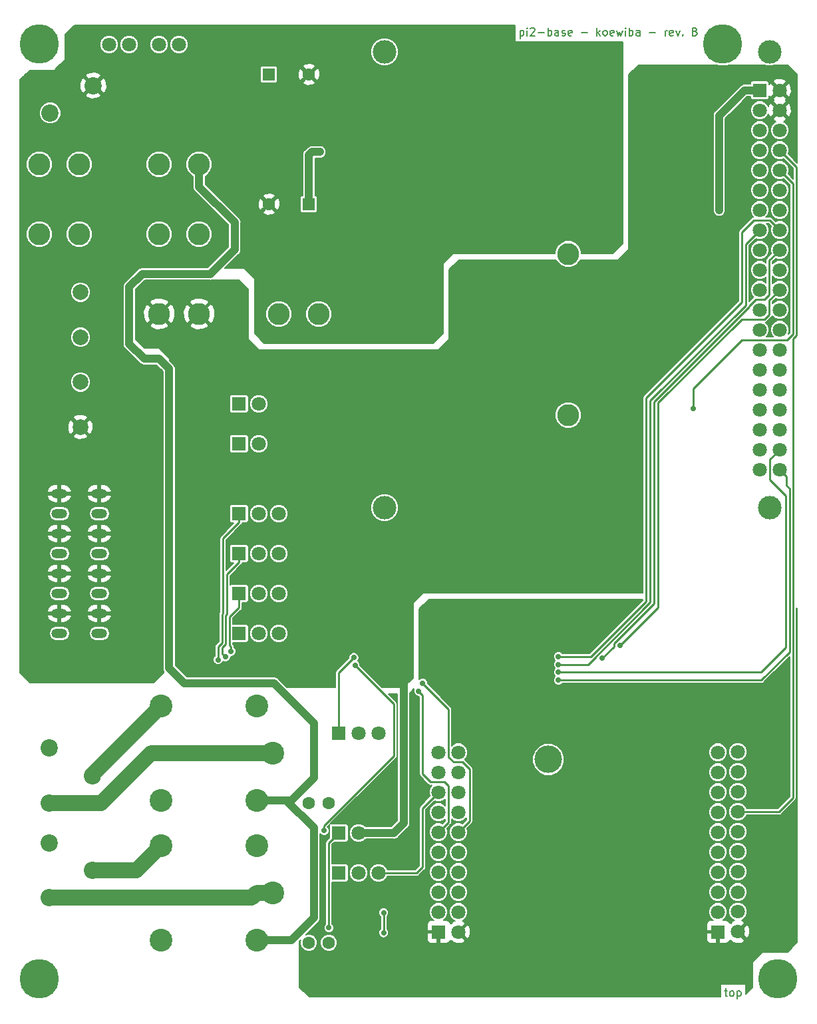
<source format=gbr>
G04 #@! TF.GenerationSoftware,KiCad,Pcbnew,5.0.0-fee4fd1~66~ubuntu16.04.1*
G04 #@! TF.CreationDate,2018-09-24T20:27:19+02:00*
G04 #@! TF.ProjectId,pi2-base,7069322D626173652E6B696361645F70,B*
G04 #@! TF.SameCoordinates,Original*
G04 #@! TF.FileFunction,Copper,L1,Top,Signal*
G04 #@! TF.FilePolarity,Positive*
%FSLAX46Y46*%
G04 Gerber Fmt 4.6, Leading zero omitted, Abs format (unit mm)*
G04 Created by KiCad (PCBNEW 5.0.0-fee4fd1~66~ubuntu16.04.1) date Mon Sep 24 20:27:19 2018*
%MOMM*%
%LPD*%
G01*
G04 APERTURE LIST*
G04 #@! TA.AperFunction,NonConductor*
%ADD10C,0.200000*%
G04 #@! TD*
G04 #@! TA.AperFunction,ComponentPad*
%ADD11C,1.600000*%
G04 #@! TD*
G04 #@! TA.AperFunction,ComponentPad*
%ADD12R,1.600000X1.600000*%
G04 #@! TD*
G04 #@! TA.AperFunction,ComponentPad*
%ADD13C,2.000000*%
G04 #@! TD*
G04 #@! TA.AperFunction,ComponentPad*
%ADD14C,2.900000*%
G04 #@! TD*
G04 #@! TA.AperFunction,ComponentPad*
%ADD15C,1.800000*%
G04 #@! TD*
G04 #@! TA.AperFunction,ComponentPad*
%ADD16R,1.800000X1.800000*%
G04 #@! TD*
G04 #@! TA.AperFunction,ComponentPad*
%ADD17C,3.000000*%
G04 #@! TD*
G04 #@! TA.AperFunction,ComponentPad*
%ADD18C,2.800000*%
G04 #@! TD*
G04 #@! TA.AperFunction,ComponentPad*
%ADD19C,3.500000*%
G04 #@! TD*
G04 #@! TA.AperFunction,ComponentPad*
%ADD20C,5.000000*%
G04 #@! TD*
G04 #@! TA.AperFunction,ComponentPad*
%ADD21C,2.200000*%
G04 #@! TD*
G04 #@! TA.AperFunction,ComponentPad*
%ADD22O,2.000000X1.200000*%
G04 #@! TD*
G04 #@! TA.AperFunction,ViaPad*
%ADD23C,0.700000*%
G04 #@! TD*
G04 #@! TA.AperFunction,ViaPad*
%ADD24C,1.000000*%
G04 #@! TD*
G04 #@! TA.AperFunction,Conductor*
%ADD25C,2.000000*%
G04 #@! TD*
G04 #@! TA.AperFunction,Conductor*
%ADD26C,0.250000*%
G04 #@! TD*
G04 #@! TA.AperFunction,Conductor*
%ADD27C,1.000000*%
G04 #@! TD*
G04 #@! TA.AperFunction,Conductor*
%ADD28C,0.200000*%
G04 #@! TD*
G04 APERTURE END LIST*
D10*
X160211904Y-33765714D02*
X160211904Y-34765714D01*
X160211904Y-33813333D02*
X160307142Y-33765714D01*
X160497619Y-33765714D01*
X160592857Y-33813333D01*
X160640476Y-33860952D01*
X160688095Y-33956190D01*
X160688095Y-34241904D01*
X160640476Y-34337142D01*
X160592857Y-34384761D01*
X160497619Y-34432380D01*
X160307142Y-34432380D01*
X160211904Y-34384761D01*
X161116666Y-34432380D02*
X161116666Y-33765714D01*
X161116666Y-33432380D02*
X161069047Y-33480000D01*
X161116666Y-33527619D01*
X161164285Y-33480000D01*
X161116666Y-33432380D01*
X161116666Y-33527619D01*
X161545238Y-33527619D02*
X161592857Y-33480000D01*
X161688095Y-33432380D01*
X161926190Y-33432380D01*
X162021428Y-33480000D01*
X162069047Y-33527619D01*
X162116666Y-33622857D01*
X162116666Y-33718095D01*
X162069047Y-33860952D01*
X161497619Y-34432380D01*
X162116666Y-34432380D01*
X162545238Y-34051428D02*
X163307142Y-34051428D01*
X163783333Y-34432380D02*
X163783333Y-33432380D01*
X163783333Y-33813333D02*
X163878571Y-33765714D01*
X164069047Y-33765714D01*
X164164285Y-33813333D01*
X164211904Y-33860952D01*
X164259523Y-33956190D01*
X164259523Y-34241904D01*
X164211904Y-34337142D01*
X164164285Y-34384761D01*
X164069047Y-34432380D01*
X163878571Y-34432380D01*
X163783333Y-34384761D01*
X165116666Y-34432380D02*
X165116666Y-33908571D01*
X165069047Y-33813333D01*
X164973809Y-33765714D01*
X164783333Y-33765714D01*
X164688095Y-33813333D01*
X165116666Y-34384761D02*
X165021428Y-34432380D01*
X164783333Y-34432380D01*
X164688095Y-34384761D01*
X164640476Y-34289523D01*
X164640476Y-34194285D01*
X164688095Y-34099047D01*
X164783333Y-34051428D01*
X165021428Y-34051428D01*
X165116666Y-34003809D01*
X165545238Y-34384761D02*
X165640476Y-34432380D01*
X165830952Y-34432380D01*
X165926190Y-34384761D01*
X165973809Y-34289523D01*
X165973809Y-34241904D01*
X165926190Y-34146666D01*
X165830952Y-34099047D01*
X165688095Y-34099047D01*
X165592857Y-34051428D01*
X165545238Y-33956190D01*
X165545238Y-33908571D01*
X165592857Y-33813333D01*
X165688095Y-33765714D01*
X165830952Y-33765714D01*
X165926190Y-33813333D01*
X166783333Y-34384761D02*
X166688095Y-34432380D01*
X166497619Y-34432380D01*
X166402380Y-34384761D01*
X166354761Y-34289523D01*
X166354761Y-33908571D01*
X166402380Y-33813333D01*
X166497619Y-33765714D01*
X166688095Y-33765714D01*
X166783333Y-33813333D01*
X166830952Y-33908571D01*
X166830952Y-34003809D01*
X166354761Y-34099047D01*
X168021428Y-34051428D02*
X168783333Y-34051428D01*
X170021428Y-34432380D02*
X170021428Y-33432380D01*
X170116666Y-34051428D02*
X170402380Y-34432380D01*
X170402380Y-33765714D02*
X170021428Y-34146666D01*
X170973809Y-34432380D02*
X170878571Y-34384761D01*
X170830952Y-34337142D01*
X170783333Y-34241904D01*
X170783333Y-33956190D01*
X170830952Y-33860952D01*
X170878571Y-33813333D01*
X170973809Y-33765714D01*
X171116666Y-33765714D01*
X171211904Y-33813333D01*
X171259523Y-33860952D01*
X171307142Y-33956190D01*
X171307142Y-34241904D01*
X171259523Y-34337142D01*
X171211904Y-34384761D01*
X171116666Y-34432380D01*
X170973809Y-34432380D01*
X172116666Y-34384761D02*
X172021428Y-34432380D01*
X171830952Y-34432380D01*
X171735714Y-34384761D01*
X171688095Y-34289523D01*
X171688095Y-33908571D01*
X171735714Y-33813333D01*
X171830952Y-33765714D01*
X172021428Y-33765714D01*
X172116666Y-33813333D01*
X172164285Y-33908571D01*
X172164285Y-34003809D01*
X171688095Y-34099047D01*
X172497619Y-33765714D02*
X172688095Y-34432380D01*
X172878571Y-33956190D01*
X173069047Y-34432380D01*
X173259523Y-33765714D01*
X173640476Y-34432380D02*
X173640476Y-33765714D01*
X173640476Y-33432380D02*
X173592857Y-33480000D01*
X173640476Y-33527619D01*
X173688095Y-33480000D01*
X173640476Y-33432380D01*
X173640476Y-33527619D01*
X174116666Y-34432380D02*
X174116666Y-33432380D01*
X174116666Y-33813333D02*
X174211904Y-33765714D01*
X174402380Y-33765714D01*
X174497619Y-33813333D01*
X174545238Y-33860952D01*
X174592857Y-33956190D01*
X174592857Y-34241904D01*
X174545238Y-34337142D01*
X174497619Y-34384761D01*
X174402380Y-34432380D01*
X174211904Y-34432380D01*
X174116666Y-34384761D01*
X175450000Y-34432380D02*
X175450000Y-33908571D01*
X175402380Y-33813333D01*
X175307142Y-33765714D01*
X175116666Y-33765714D01*
X175021428Y-33813333D01*
X175450000Y-34384761D02*
X175354761Y-34432380D01*
X175116666Y-34432380D01*
X175021428Y-34384761D01*
X174973809Y-34289523D01*
X174973809Y-34194285D01*
X175021428Y-34099047D01*
X175116666Y-34051428D01*
X175354761Y-34051428D01*
X175450000Y-34003809D01*
X176688095Y-34051428D02*
X177450000Y-34051428D01*
X178688095Y-34432380D02*
X178688095Y-33765714D01*
X178688095Y-33956190D02*
X178735714Y-33860952D01*
X178783333Y-33813333D01*
X178878571Y-33765714D01*
X178973809Y-33765714D01*
X179688095Y-34384761D02*
X179592857Y-34432380D01*
X179402380Y-34432380D01*
X179307142Y-34384761D01*
X179259523Y-34289523D01*
X179259523Y-33908571D01*
X179307142Y-33813333D01*
X179402380Y-33765714D01*
X179592857Y-33765714D01*
X179688095Y-33813333D01*
X179735714Y-33908571D01*
X179735714Y-34003809D01*
X179259523Y-34099047D01*
X180069047Y-33765714D02*
X180307142Y-34432380D01*
X180545238Y-33765714D01*
X180926190Y-34337142D02*
X180973809Y-34384761D01*
X180926190Y-34432380D01*
X180878571Y-34384761D01*
X180926190Y-34337142D01*
X180926190Y-34432380D01*
X182497619Y-33908571D02*
X182640476Y-33956190D01*
X182688095Y-34003809D01*
X182735714Y-34099047D01*
X182735714Y-34241904D01*
X182688095Y-34337142D01*
X182640476Y-34384761D01*
X182545238Y-34432380D01*
X182164285Y-34432380D01*
X182164285Y-33432380D01*
X182497619Y-33432380D01*
X182592857Y-33480000D01*
X182640476Y-33527619D01*
X182688095Y-33622857D01*
X182688095Y-33718095D01*
X182640476Y-33813333D01*
X182592857Y-33860952D01*
X182497619Y-33908571D01*
X182164285Y-33908571D01*
X186229761Y-155995714D02*
X186610714Y-155995714D01*
X186372619Y-155662380D02*
X186372619Y-156519523D01*
X186420238Y-156614761D01*
X186515476Y-156662380D01*
X186610714Y-156662380D01*
X187086904Y-156662380D02*
X186991666Y-156614761D01*
X186944047Y-156567142D01*
X186896428Y-156471904D01*
X186896428Y-156186190D01*
X186944047Y-156090952D01*
X186991666Y-156043333D01*
X187086904Y-155995714D01*
X187229761Y-155995714D01*
X187325000Y-156043333D01*
X187372619Y-156090952D01*
X187420238Y-156186190D01*
X187420238Y-156471904D01*
X187372619Y-156567142D01*
X187325000Y-156614761D01*
X187229761Y-156662380D01*
X187086904Y-156662380D01*
X187848809Y-155995714D02*
X187848809Y-156995714D01*
X187848809Y-156043333D02*
X187944047Y-155995714D01*
X188134523Y-155995714D01*
X188229761Y-156043333D01*
X188277380Y-156090952D01*
X188325000Y-156186190D01*
X188325000Y-156471904D01*
X188277380Y-156567142D01*
X188229761Y-156614761D01*
X188134523Y-156662380D01*
X187944047Y-156662380D01*
X187848809Y-156614761D01*
D11*
G04 #@! TO.P,C6,2*
G04 #@! TO.N,GND*
X128270000Y-55880000D03*
D12*
G04 #@! TO.P,C6,1*
G04 #@! TO.N,Net-(C6-Pad1)*
X133350000Y-55880000D03*
G04 #@! TD*
D11*
G04 #@! TO.P,C5,2*
G04 #@! TO.N,GND*
X133350000Y-39370000D03*
D12*
G04 #@! TO.P,C5,1*
G04 #@! TO.N,+24V*
X128270000Y-39370000D03*
G04 #@! TD*
D13*
G04 #@! TO.P,J2,1*
G04 #@! TO.N,/BUS_24V*
X104280200Y-67090000D03*
G04 #@! TD*
G04 #@! TO.P,J3,1*
G04 #@! TO.N,/BUS_A*
X104280200Y-72805000D03*
G04 #@! TD*
G04 #@! TO.P,J4,1*
G04 #@! TO.N,/BUS_B*
X104280200Y-78520000D03*
G04 #@! TD*
G04 #@! TO.P,J5,1*
G04 #@! TO.N,GND*
X104280200Y-84235000D03*
G04 #@! TD*
D14*
G04 #@! TO.P,REL1,1*
G04 #@! TO.N,/REL1_COM*
X128750060Y-125730000D03*
G04 #@! TO.P,REL1,a1*
G04 #@! TO.N,+24V*
X126751080Y-131729480D03*
G04 #@! TO.P,REL1,1A*
G04 #@! TO.N,/REL1_NC*
X114548920Y-131729480D03*
G04 #@! TO.P,REL1,1B*
G04 #@! TO.N,/REL1_NO*
X114548920Y-119730520D03*
G04 #@! TO.P,REL1,a2*
G04 #@! TO.N,Net-(D6-Pad1)*
X126751080Y-119730520D03*
G04 #@! TD*
G04 #@! TO.P,REL2,1*
G04 #@! TO.N,/REL2_COM*
X128750060Y-143510000D03*
G04 #@! TO.P,REL2,a1*
G04 #@! TO.N,+24V*
X126751080Y-149509480D03*
G04 #@! TO.P,REL2,1A*
G04 #@! TO.N,/REL2_NC*
X114548920Y-149509480D03*
G04 #@! TO.P,REL2,1B*
G04 #@! TO.N,/REL2_NO*
X114548920Y-137510520D03*
G04 #@! TO.P,REL2,a2*
G04 #@! TO.N,Net-(D8-Pad1)*
X126751080Y-137510520D03*
G04 #@! TD*
D15*
G04 #@! TO.P,MOD2,26*
G04 #@! TO.N,N/C*
X193260000Y-71860000D03*
G04 #@! TO.P,MOD2,25*
G04 #@! TO.N,GND*
X190720000Y-71860000D03*
G04 #@! TO.P,MOD2,24*
G04 #@! TO.N,N/C*
X193260000Y-69320000D03*
G04 #@! TO.P,MOD2,23*
X190720000Y-69320000D03*
G04 #@! TO.P,MOD2,22*
G04 #@! TO.N,/PI_IN4*
X193260000Y-66780000D03*
G04 #@! TO.P,MOD2,21*
G04 #@! TO.N,N/C*
X190720000Y-66780000D03*
G04 #@! TO.P,MOD2,20*
G04 #@! TO.N,GND*
X193260000Y-64240000D03*
G04 #@! TO.P,MOD2,19*
G04 #@! TO.N,N/C*
X190720000Y-64240000D03*
G04 #@! TO.P,MOD2,18*
G04 #@! TO.N,/PI_IN3*
X193260000Y-61700000D03*
G04 #@! TO.P,MOD2,17*
G04 #@! TO.N,+3.3V*
X190720000Y-61700000D03*
G04 #@! TO.P,MOD2,16*
G04 #@! TO.N,/PI_IN2*
X193260000Y-59160000D03*
G04 #@! TO.P,MOD2,15*
G04 #@! TO.N,/PI_IN1*
X190720000Y-59160000D03*
G04 #@! TO.P,MOD2,14*
G04 #@! TO.N,GND*
X193260000Y-56620000D03*
G04 #@! TO.P,MOD2,13*
G04 #@! TO.N,N/C*
X190720000Y-56620000D03*
G04 #@! TO.P,MOD2,12*
X193260000Y-54080000D03*
G04 #@! TO.P,MOD2,11*
X190720000Y-54080000D03*
G04 #@! TO.P,MOD2,10*
G04 #@! TO.N,/PI_RXD*
X193260000Y-51540000D03*
G04 #@! TO.P,MOD2,9*
G04 #@! TO.N,GND*
X190720000Y-51540000D03*
G04 #@! TO.P,MOD2,8*
G04 #@! TO.N,/PI_TXD*
X193260000Y-49000000D03*
G04 #@! TO.P,MOD2,7*
G04 #@! TO.N,N/C*
X190720000Y-49000000D03*
G04 #@! TO.P,MOD2,6*
G04 #@! TO.N,GND*
X193260000Y-46460000D03*
G04 #@! TO.P,MOD2,5*
G04 #@! TO.N,/RTC/SCL_3V3*
X190720000Y-46460000D03*
G04 #@! TO.P,MOD2,4*
G04 #@! TO.N,+5V*
X193260000Y-43920000D03*
G04 #@! TO.P,MOD2,3*
G04 #@! TO.N,/RTC/SDA_3V3*
X190720000Y-43920000D03*
G04 #@! TO.P,MOD2,2*
G04 #@! TO.N,+5V*
X193260000Y-41380000D03*
D16*
G04 #@! TO.P,MOD2,1*
G04 #@! TO.N,+3.3V*
X190720000Y-41380000D03*
D15*
G04 #@! TO.P,MOD2,27*
G04 #@! TO.N,N/C*
X190720000Y-74400000D03*
G04 #@! TO.P,MOD2,28*
X193260000Y-74400000D03*
G04 #@! TO.P,MOD2,29*
X190720000Y-76940000D03*
G04 #@! TO.P,MOD2,30*
G04 #@! TO.N,GND*
X193260000Y-76940000D03*
G04 #@! TO.P,MOD2,31*
G04 #@! TO.N,N/C*
X190720000Y-79480000D03*
G04 #@! TO.P,MOD2,32*
X193260000Y-79480000D03*
G04 #@! TO.P,MOD2,33*
X190720000Y-82020000D03*
G04 #@! TO.P,MOD2,34*
G04 #@! TO.N,GND*
X193260000Y-82020000D03*
G04 #@! TO.P,MOD2,35*
G04 #@! TO.N,N/C*
X190720000Y-84560000D03*
G04 #@! TO.P,MOD2,36*
G04 #@! TO.N,/PI_CTS*
X193260000Y-84560000D03*
G04 #@! TO.P,MOD2,37*
G04 #@! TO.N,N/C*
X190720000Y-87100000D03*
G04 #@! TO.P,MOD2,38*
G04 #@! TO.N,/PI_REL1*
X193260000Y-87100000D03*
G04 #@! TO.P,MOD2,39*
G04 #@! TO.N,GND*
X190720000Y-89640000D03*
G04 #@! TO.P,MOD2,40*
G04 #@! TO.N,/PI_REL2*
X193260000Y-89640000D03*
D17*
G04 #@! TO.P,MOD2,g*
G04 #@! TO.N,N/C*
X142990000Y-94510000D03*
X142990000Y-36510000D03*
X191990000Y-94510000D03*
X191990000Y-36510000D03*
G04 #@! TD*
D18*
G04 #@! TO.P,BATT1,1*
G04 #@! TO.N,Net-(BATT1-Pad1)*
X166370000Y-62199520D03*
G04 #@! TO.P,BATT1,2*
G04 #@! TO.N,GND*
X166370000Y-82699860D03*
G04 #@! TD*
D19*
G04 #@! TO.P,MOD1,41*
G04 #@! TO.N,N/C*
X163830000Y-126540000D03*
D16*
G04 #@! TO.P,MOD1,1*
G04 #@! TO.N,GND*
X185420000Y-148480000D03*
D15*
G04 #@! TO.P,MOD1,2*
X187960000Y-148450000D03*
G04 #@! TO.P,MOD1,3*
G04 #@! TO.N,N/C*
X185420000Y-145940000D03*
G04 #@! TO.P,MOD1,4*
X187960000Y-145910000D03*
G04 #@! TO.P,MOD1,5*
X185420000Y-143400000D03*
G04 #@! TO.P,MOD1,6*
X187960000Y-143400000D03*
G04 #@! TO.P,MOD1,7*
X185420000Y-140860000D03*
G04 #@! TO.P,MOD1,8*
X187960000Y-140830000D03*
G04 #@! TO.P,MOD1,9*
X185420000Y-138320000D03*
G04 #@! TO.P,MOD1,10*
X187960000Y-138290000D03*
G04 #@! TO.P,MOD1,11*
X185420000Y-135780000D03*
G04 #@! TO.P,MOD1,12*
X187960000Y-135750000D03*
G04 #@! TO.P,MOD1,13*
G04 #@! TO.N,/BM_TXD*
X185420000Y-133240000D03*
G04 #@! TO.P,MOD1,14*
G04 #@! TO.N,/PI_TXD*
X187960000Y-133210000D03*
G04 #@! TO.P,MOD1,15*
G04 #@! TO.N,N/C*
X185420000Y-130700000D03*
G04 #@! TO.P,MOD1,16*
G04 #@! TO.N,/BM_CTS*
X187960000Y-130670000D03*
G04 #@! TO.P,MOD1,17*
G04 #@! TO.N,N/C*
X185420000Y-128160000D03*
G04 #@! TO.P,MOD1,18*
X187960000Y-128130000D03*
G04 #@! TO.P,MOD1,19*
X185420000Y-125620000D03*
G04 #@! TO.P,MOD1,20*
X187960000Y-125590000D03*
D16*
G04 #@! TO.P,MOD1,21*
G04 #@! TO.N,GND*
X149860000Y-148480000D03*
D15*
G04 #@! TO.P,MOD1,22*
X152400000Y-148480000D03*
G04 #@! TO.P,MOD1,23*
G04 #@! TO.N,N/C*
X149860000Y-145940000D03*
G04 #@! TO.P,MOD1,24*
X152400000Y-145940000D03*
G04 #@! TO.P,MOD1,25*
X149860000Y-143400000D03*
G04 #@! TO.P,MOD1,26*
X152400000Y-143400000D03*
G04 #@! TO.P,MOD1,27*
X149860000Y-140860000D03*
G04 #@! TO.P,MOD1,28*
X152400000Y-140860000D03*
G04 #@! TO.P,MOD1,29*
X149860000Y-138320000D03*
G04 #@! TO.P,MOD1,30*
G04 #@! TO.N,/BM_IN4*
X152400000Y-138320000D03*
G04 #@! TO.P,MOD1,31*
G04 #@! TO.N,/BM_IN3*
X149860000Y-135780000D03*
G04 #@! TO.P,MOD1,32*
G04 #@! TO.N,/BM_IN2*
X152400000Y-135780000D03*
G04 #@! TO.P,MOD1,33*
G04 #@! TO.N,/BM_IN1*
X149860000Y-133240000D03*
G04 #@! TO.P,MOD1,34*
G04 #@! TO.N,/BM_REL1*
X152400000Y-133240000D03*
G04 #@! TO.P,MOD1,35*
G04 #@! TO.N,/BM_REL2*
X149860000Y-130700000D03*
G04 #@! TO.P,MOD1,36*
G04 #@! TO.N,N/C*
X152400000Y-130700000D03*
G04 #@! TO.P,MOD1,37*
X149860000Y-128160000D03*
G04 #@! TO.P,MOD1,38*
X152400000Y-128160000D03*
G04 #@! TO.P,MOD1,39*
X149860000Y-125620000D03*
G04 #@! TO.P,MOD1,40*
X152400000Y-125620000D03*
G04 #@! TD*
D11*
G04 #@! TO.P,D7,2*
G04 #@! TO.N,Net-(D6-Pad1)*
X133350000Y-132080000D03*
G04 #@! TO.P,D7,1*
G04 #@! TO.N,Net-(D7-Pad1)*
X135890000Y-132080000D03*
G04 #@! TD*
G04 #@! TO.P,D9,2*
G04 #@! TO.N,Net-(D8-Pad1)*
X133350000Y-149860000D03*
G04 #@! TO.P,D9,1*
G04 #@! TO.N,Net-(D9-Pad1)*
X135890000Y-149860000D03*
G04 #@! TD*
D18*
G04 #@! TO.P,F1,2*
G04 #@! TO.N,Net-(F1-Pad2)*
X99060000Y-59690000D03*
X104140000Y-59690000D03*
G04 #@! TO.P,F1,1*
G04 #@! TO.N,/BUS_24V*
X114300000Y-59690000D03*
X119380000Y-59690000D03*
G04 #@! TD*
G04 #@! TO.P,F2,2*
G04 #@! TO.N,+24V*
X119380000Y-50800000D03*
X114300000Y-50800000D03*
G04 #@! TO.P,F2,1*
G04 #@! TO.N,Net-(F2-Pad1)*
X104140000Y-50800000D03*
X99060000Y-50800000D03*
G04 #@! TD*
G04 #@! TO.P,F3,2*
G04 #@! TO.N,+5V*
X114300000Y-69850000D03*
X119380000Y-69850000D03*
G04 #@! TO.P,F3,1*
G04 #@! TO.N,Net-(C6-Pad1)*
X129540000Y-69850000D03*
X134620000Y-69850000D03*
G04 #@! TD*
D15*
G04 #@! TO.P,J9,2*
G04 #@! TO.N,Net-(J9-Pad2)*
X127000000Y-81280000D03*
D16*
G04 #@! TO.P,J9,1*
G04 #@! TO.N,/BUS_A*
X124460000Y-81280000D03*
G04 #@! TD*
D15*
G04 #@! TO.P,J10,2*
G04 #@! TO.N,Net-(J10-Pad2)*
X127000000Y-86360000D03*
D16*
G04 #@! TO.P,J10,1*
G04 #@! TO.N,/BUS_B*
X124460000Y-86360000D03*
G04 #@! TD*
D15*
G04 #@! TO.P,J13,2*
G04 #@! TO.N,+5V*
X139700000Y-135890000D03*
D16*
G04 #@! TO.P,J13,1*
G04 #@! TO.N,/2 Relays/LEDVCC*
X137160000Y-135890000D03*
G04 #@! TD*
D15*
G04 #@! TO.P,SW1,2*
G04 #@! TO.N,+24V*
X116819680Y-35560000D03*
G04 #@! TO.P,SW1,1*
G04 #@! TO.N,Net-(F1-Pad2)*
X114279680Y-35560000D03*
G04 #@! TD*
G04 #@! TO.P,SW2,2*
G04 #@! TO.N,Net-(F2-Pad1)*
X110469680Y-35560000D03*
G04 #@! TO.P,SW2,1*
G04 #@! TO.N,/+24V_IN*
X107929680Y-35560000D03*
G04 #@! TD*
G04 #@! TO.P,J11,3*
G04 #@! TO.N,/BM_REL1*
X142240000Y-123190000D03*
G04 #@! TO.P,J11,2*
G04 #@! TO.N,/2 Relays/REL1*
X139700000Y-123190000D03*
D16*
G04 #@! TO.P,J11,1*
G04 #@! TO.N,/PI_REL1*
X137160000Y-123190000D03*
G04 #@! TD*
D15*
G04 #@! TO.P,J12,3*
G04 #@! TO.N,/BM_REL2*
X142240000Y-140970000D03*
G04 #@! TO.P,J12,2*
G04 #@! TO.N,/2 Relays/REL2*
X139700000Y-140970000D03*
D16*
G04 #@! TO.P,J12,1*
G04 #@! TO.N,/PI_REL2*
X137160000Y-140970000D03*
G04 #@! TD*
D15*
G04 #@! TO.P,J14,3*
G04 #@! TO.N,/PI_IN1*
X129540000Y-110490000D03*
G04 #@! TO.P,J14,2*
G04 #@! TO.N,/IN1_PROT*
X127000000Y-110490000D03*
D16*
G04 #@! TO.P,J14,1*
G04 #@! TO.N,/BM_IN1*
X124460000Y-110490000D03*
G04 #@! TD*
D15*
G04 #@! TO.P,J15,3*
G04 #@! TO.N,/PI_IN2*
X129540000Y-105410000D03*
G04 #@! TO.P,J15,2*
G04 #@! TO.N,/IN2_PROT*
X127000000Y-105410000D03*
D16*
G04 #@! TO.P,J15,1*
G04 #@! TO.N,/BM_IN2*
X124460000Y-105410000D03*
G04 #@! TD*
D15*
G04 #@! TO.P,J16,3*
G04 #@! TO.N,/PI_IN3*
X129540000Y-100330000D03*
G04 #@! TO.P,J16,2*
G04 #@! TO.N,/IN3_PROT*
X127000000Y-100330000D03*
D16*
G04 #@! TO.P,J16,1*
G04 #@! TO.N,/BM_IN3*
X124460000Y-100330000D03*
G04 #@! TD*
D15*
G04 #@! TO.P,J17,3*
G04 #@! TO.N,/PI_IN4*
X129540000Y-95250000D03*
G04 #@! TO.P,J17,2*
G04 #@! TO.N,/IN4_PROT*
X127000000Y-95250000D03*
D16*
G04 #@! TO.P,J17,1*
G04 #@! TO.N,/BM_IN4*
X124460000Y-95250000D03*
G04 #@! TD*
D20*
G04 #@! TO.P,H1,1*
G04 #@! TO.N,N/C*
X99020000Y-35480000D03*
G04 #@! TD*
G04 #@! TO.P,H2,1*
G04 #@! TO.N,N/C*
X99020000Y-154480000D03*
G04 #@! TD*
G04 #@! TO.P,H3,1*
G04 #@! TO.N,N/C*
X186020000Y-35480000D03*
G04 #@! TD*
G04 #@! TO.P,H4,1*
G04 #@! TO.N,N/C*
X193020000Y-154480000D03*
G04 #@! TD*
D21*
G04 #@! TO.P,J7,2*
G04 #@! TO.N,/REL2_NO*
X105830000Y-140645000D03*
G04 #@! TO.P,J7,3*
G04 #@! TO.N,/REL2_NC*
X100330000Y-137145000D03*
G04 #@! TO.P,J7,1*
G04 #@! TO.N,/REL2_COM*
X100330000Y-144145000D03*
G04 #@! TD*
G04 #@! TO.P,J1,1*
G04 #@! TO.N,/+24V_IN*
X100420000Y-44280000D03*
G04 #@! TO.P,J1,2*
G04 #@! TO.N,GND*
X105920000Y-40780000D03*
G04 #@! TD*
G04 #@! TO.P,J6,1*
G04 #@! TO.N,/REL1_COM*
X100330000Y-132080000D03*
G04 #@! TO.P,J6,3*
G04 #@! TO.N,/REL1_NC*
X100330000Y-125080000D03*
G04 #@! TO.P,J6,2*
G04 #@! TO.N,/REL1_NO*
X105830000Y-128580000D03*
G04 #@! TD*
D22*
G04 #@! TO.P,J8,2*
G04 #@! TO.N,GND*
X101600000Y-107950000D03*
G04 #@! TO.P,J8,1*
G04 #@! TO.N,/IN1*
X101600000Y-110490000D03*
G04 #@! TO.P,J8,3*
G04 #@! TO.N,/IN2*
X101600000Y-105410000D03*
G04 #@! TO.P,J8,4*
G04 #@! TO.N,GND*
X101600000Y-102870000D03*
G04 #@! TO.P,J8,5*
G04 #@! TO.N,/IN3*
X101600000Y-100330000D03*
G04 #@! TO.P,J8,6*
G04 #@! TO.N,GND*
X101600000Y-97790000D03*
G04 #@! TO.P,J8,1*
G04 #@! TO.N,/IN1*
X106680000Y-110490000D03*
G04 #@! TO.P,J8,2*
G04 #@! TO.N,GND*
X106680000Y-107950000D03*
G04 #@! TO.P,J8,3*
G04 #@! TO.N,/IN2*
X106680000Y-105410000D03*
G04 #@! TO.P,J8,4*
G04 #@! TO.N,GND*
X106680000Y-102870000D03*
G04 #@! TO.P,J8,5*
G04 #@! TO.N,/IN3*
X106680000Y-100330000D03*
G04 #@! TO.P,J8,6*
G04 #@! TO.N,GND*
X106680000Y-97790000D03*
G04 #@! TO.P,J8,8*
X101600000Y-92710000D03*
G04 #@! TO.P,J8,7*
G04 #@! TO.N,/IN4*
X101600000Y-95250000D03*
G04 #@! TO.P,J8,8*
G04 #@! TO.N,GND*
X106680000Y-92710000D03*
G04 #@! TO.P,J8,7*
G04 #@! TO.N,/IN4*
X106680000Y-95250000D03*
G04 #@! TD*
D23*
G04 #@! TO.N,GND*
X131445000Y-50165000D03*
X133350000Y-47625000D03*
X131445000Y-47625000D03*
X131445000Y-45085000D03*
X121920000Y-52705000D03*
X121920000Y-50165000D03*
X121285000Y-47625000D03*
X121285000Y-45085000D03*
X121285000Y-42545000D03*
D24*
G04 #@! TO.N,+5V*
X179324000Y-66040000D03*
X137160000Y-81280000D03*
X121158000Y-103886000D03*
X121158000Y-98806000D03*
X121158000Y-93218000D03*
X121158000Y-108966000D03*
G04 #@! TO.N,+24V*
X133985000Y-121920000D03*
X133985000Y-139700000D03*
G04 #@! TO.N,Net-(C6-Pad1)*
X134770000Y-49230000D03*
D23*
G04 #@! TO.N,/PI_REL1*
X165100000Y-115443047D03*
X139074366Y-113560918D03*
G04 #@! TO.N,/PI_REL2*
X135285010Y-135584376D03*
X165100000Y-116443060D03*
X139234733Y-114547987D03*
G04 #@! TO.N,/2 Relays/LEDVCC*
X135890000Y-147955000D03*
G04 #@! TO.N,/BM_IN2*
X147828000Y-116840000D03*
X123444000Y-112776000D03*
G04 #@! TO.N,/BM_IN3*
X147320000Y-117856000D03*
X122736885Y-113483115D03*
G04 #@! TO.N,/BM_IN4*
X121810219Y-113859032D03*
D24*
G04 #@! TO.N,+3.3V*
X185568501Y-56630999D03*
D23*
G04 #@! TO.N,/PI_RXD*
X182245000Y-81915000D03*
G04 #@! TO.N,/PI_IN1*
X165100000Y-114443034D03*
G04 #@! TO.N,/PI_IN2*
X165100000Y-113443021D03*
G04 #@! TO.N,/PI_IN3*
X170692034Y-113671697D03*
G04 #@! TO.N,/PI_IN4*
X172980070Y-112020070D03*
G04 #@! TO.N,Net-(Q2-Pad1)*
X142875000Y-148590000D03*
X142875000Y-146050000D03*
G04 #@! TD*
D25*
G04 #@! TO.N,/REL1_NO*
X105830000Y-128580000D02*
X105830000Y-128449440D01*
X105830000Y-128449440D02*
X114548920Y-119730520D01*
G04 #@! TO.N,/REL2_NO*
X105830000Y-140645000D02*
X111414440Y-140645000D01*
X111414440Y-140645000D02*
X114548920Y-137510520D01*
D26*
G04 #@! TO.N,GND*
X131445000Y-47625000D02*
X131445000Y-50165000D01*
X131445000Y-47625000D02*
X133350000Y-47625000D01*
X121920000Y-52705000D02*
X123825000Y-54610000D01*
X121285000Y-47625000D02*
X121285000Y-49530000D01*
X121285000Y-49530000D02*
X121920000Y-50165000D01*
X121285000Y-42545000D02*
X121285000Y-45085000D01*
D27*
G04 #@! TO.N,+5V*
X139700000Y-135890000D02*
X144145000Y-135890000D01*
X145415000Y-134620000D02*
X145415000Y-116205000D01*
X144145000Y-135890000D02*
X145415000Y-134620000D01*
X121158000Y-108966000D02*
X121158000Y-103886000D01*
X121158000Y-103886000D02*
X121158000Y-98806000D01*
X121158000Y-98806000D02*
X121158000Y-93218000D01*
G04 #@! TO.N,+24V*
X119380000Y-50800000D02*
X119380000Y-53659600D01*
X119380000Y-53659600D02*
X123918870Y-58198470D01*
X117475000Y-116840000D02*
X128905000Y-116840000D01*
X123918870Y-58198470D02*
X123918870Y-61638028D01*
X123918870Y-61638028D02*
X120786898Y-64770000D01*
X120786898Y-64770000D02*
X112140771Y-64770000D01*
X112140771Y-64770000D02*
X110490000Y-66420771D01*
X110490000Y-66420771D02*
X110490000Y-73660000D01*
X115570000Y-76835000D02*
X115570000Y-114935000D01*
X110490000Y-73660000D02*
X112395000Y-75565000D01*
X112395000Y-75565000D02*
X114300000Y-75565000D01*
X114300000Y-75565000D02*
X115570000Y-76835000D01*
X115570000Y-114935000D02*
X117475000Y-116840000D01*
X128905000Y-116840000D02*
X132319999Y-120254999D01*
X132319999Y-120254999D02*
X133985000Y-121920000D01*
X126751080Y-149509480D02*
X131164413Y-149509480D01*
X131164413Y-149509480D02*
X133985000Y-146688893D01*
X133985000Y-146688893D02*
X133985000Y-140548528D01*
X133985000Y-140548528D02*
X133985000Y-139700000D01*
X130482873Y-131729480D02*
X133985000Y-135231607D01*
X133985000Y-135231607D02*
X133985000Y-139700000D01*
X126751080Y-131729480D02*
X130482873Y-131729480D01*
X126751080Y-131729480D02*
X126763142Y-131741542D01*
X126763142Y-131741542D02*
X131157224Y-131741542D01*
X131157224Y-131741542D02*
X133985000Y-128913766D01*
X133985000Y-128913766D02*
X133985000Y-122768528D01*
X133985000Y-122768528D02*
X133985000Y-121920000D01*
G04 #@! TO.N,Net-(C6-Pad1)*
X134770000Y-49230000D02*
X133770000Y-49230000D01*
X133770000Y-49230000D02*
X133350000Y-49650000D01*
X133350000Y-49650000D02*
X133350000Y-55880000D01*
D25*
G04 #@! TO.N,/REL1_COM*
X128750060Y-125730000D02*
X113268002Y-125730000D01*
X113268002Y-125730000D02*
X106918002Y-132080000D01*
X106918002Y-132080000D02*
X101885634Y-132080000D01*
X101885634Y-132080000D02*
X100330000Y-132080000D01*
G04 #@! TO.N,/REL2_COM*
X128750060Y-143510000D02*
X126699451Y-143510000D01*
X126699451Y-143510000D02*
X126064451Y-144145000D01*
X101885634Y-144145000D02*
X100330000Y-144145000D01*
X126064451Y-144145000D02*
X101885634Y-144145000D01*
D26*
G04 #@! TO.N,/PI_REL1*
X194056000Y-112268000D02*
X190880953Y-115443047D01*
X194056000Y-92964000D02*
X194056000Y-112268000D01*
X192034999Y-88325001D02*
X192034999Y-90942999D01*
X190880953Y-115443047D02*
X165665685Y-115443047D01*
X192034999Y-90942999D02*
X194056000Y-92964000D01*
X137160000Y-115475284D02*
X138674367Y-113960917D01*
X138674367Y-113960917D02*
X139074366Y-113560918D01*
X137160000Y-123190000D02*
X137160000Y-115475284D01*
X193260000Y-87100000D02*
X192034999Y-88325001D01*
X165665685Y-115443047D02*
X165100000Y-115443047D01*
G04 #@! TO.N,/PI_REL2*
X135285010Y-135018691D02*
X135285010Y-135584376D01*
X144145000Y-119458254D02*
X144145000Y-126081124D01*
X144145000Y-126081124D02*
X135285010Y-134941114D01*
X139234733Y-114547987D02*
X144145000Y-119458254D01*
X135285010Y-134941114D02*
X135285010Y-135018691D01*
X165665685Y-116443060D02*
X165100000Y-116443060D01*
X190896940Y-116443060D02*
X165665685Y-116443060D01*
X194159999Y-90539999D02*
X194159999Y-91716590D01*
X194159999Y-91716590D02*
X194506011Y-92062602D01*
X194506011Y-92062602D02*
X194506011Y-112833989D01*
X194506011Y-112833989D02*
X190896940Y-116443060D01*
X193260000Y-89640000D02*
X194159999Y-90539999D01*
G04 #@! TO.N,/2 Relays/LEDVCC*
X135890000Y-147955000D02*
X135890000Y-137160000D01*
X135890000Y-137160000D02*
X137160000Y-135890000D01*
G04 #@! TO.N,/BM_IN2*
X147828000Y-116840000D02*
X151130000Y-120142000D01*
X151130000Y-120142000D02*
X151130000Y-126238000D01*
X153299999Y-134880001D02*
X152400000Y-135780000D01*
X151130000Y-126238000D02*
X151765000Y-126873000D01*
X151765000Y-126873000D02*
X152926002Y-126873000D01*
X153797000Y-134383000D02*
X153299999Y-134880001D01*
X152926002Y-126873000D02*
X153797000Y-127743998D01*
X153797000Y-127743998D02*
X153797000Y-134383000D01*
X123444000Y-112210315D02*
X123444000Y-112776000D01*
X124460000Y-107188000D02*
X123234999Y-108413001D01*
X123234999Y-112001314D02*
X123444000Y-112210315D01*
X124460000Y-105410000D02*
X124460000Y-107188000D01*
X123234999Y-108413001D02*
X123234999Y-112001314D01*
G04 #@! TO.N,/BM_IN3*
X147320000Y-117856000D02*
X147828000Y-118364000D01*
X147828000Y-118364000D02*
X147828000Y-128397000D01*
X147828000Y-128397000D02*
X148844000Y-129413000D01*
X148844000Y-129413000D02*
X150622000Y-129413000D01*
X150622000Y-129413000D02*
X151130000Y-129921000D01*
X151130000Y-129921000D02*
X151130000Y-134510000D01*
X151130000Y-134510000D02*
X150759999Y-134880001D01*
X150759999Y-134880001D02*
X149860000Y-135780000D01*
X122784988Y-111854008D02*
X122336886Y-112302110D01*
X122936000Y-108075589D02*
X122784988Y-108226601D01*
X122936000Y-103004000D02*
X122936000Y-108075589D01*
X122336886Y-113083116D02*
X122736885Y-113483115D01*
X124460000Y-100330000D02*
X124460000Y-101480000D01*
X124460000Y-101480000D02*
X122936000Y-103004000D01*
X122784988Y-108226601D02*
X122784988Y-111854008D01*
X122336886Y-112302110D02*
X122336886Y-113083116D01*
G04 #@! TO.N,/BM_IN4*
X122428000Y-107947178D02*
X122334977Y-108040201D01*
X124460000Y-96400000D02*
X122428000Y-98432000D01*
X122334977Y-111667608D02*
X121810219Y-112192366D01*
X121810219Y-112192366D02*
X121810219Y-113293347D01*
X124460000Y-95250000D02*
X124460000Y-96400000D01*
X122428000Y-98432000D02*
X122428000Y-107947178D01*
X122334977Y-108040201D02*
X122334977Y-111667608D01*
X121810219Y-113293347D02*
X121810219Y-113859032D01*
G04 #@! TO.N,/BM_REL2*
X142240000Y-140970000D02*
X147066000Y-140970000D01*
X147066000Y-140970000D02*
X147828000Y-140208000D01*
X147828000Y-140208000D02*
X147828000Y-132732000D01*
X147828000Y-132732000D02*
X149860000Y-130700000D01*
G04 #@! TO.N,/PI_TXD*
X193260000Y-49000000D02*
X195395011Y-51135011D01*
X195395011Y-51135011D02*
X195395011Y-72576400D01*
X195395011Y-72576400D02*
X194945000Y-73026410D01*
X194945000Y-73026410D02*
X194945000Y-91865180D01*
X194945000Y-91865180D02*
X194956022Y-91876202D01*
X194945000Y-131445000D02*
X193180000Y-133210000D01*
X194956022Y-91876202D02*
X194956022Y-113020389D01*
X194945000Y-113031411D02*
X194945000Y-131445000D01*
X193180000Y-133210000D02*
X187960000Y-133210000D01*
X194956022Y-113020389D02*
X194945000Y-113031411D01*
D27*
G04 #@! TO.N,+3.3V*
X190720000Y-41380000D02*
X188820000Y-41380000D01*
X188820000Y-41380000D02*
X185568501Y-44631499D01*
X185568501Y-44631499D02*
X185568501Y-56630999D01*
D26*
G04 #@! TO.N,/PI_RXD*
X193260000Y-51540000D02*
X194945000Y-53225000D01*
X194945000Y-53225000D02*
X194945000Y-72390000D01*
X194183000Y-73152000D02*
X188468000Y-73152000D01*
X194945000Y-72390000D02*
X194183000Y-73152000D01*
X188468000Y-73152000D02*
X182245000Y-79375000D01*
X182245000Y-79375000D02*
X182245000Y-81915000D01*
G04 #@! TO.N,/PI_IN1*
X165665685Y-114443034D02*
X165100000Y-114443034D01*
X168895377Y-114443034D02*
X165665685Y-114443034D01*
X176784000Y-106554411D02*
X168895377Y-114443034D01*
X188918011Y-68766400D02*
X176784000Y-80900410D01*
X176784000Y-80900410D02*
X176784000Y-106554411D01*
X188918011Y-60961989D02*
X188918011Y-68766400D01*
X190720000Y-59160000D02*
X188918011Y-60961989D01*
G04 #@! TO.N,/PI_IN2*
X193260000Y-59160000D02*
X192034999Y-57934999D01*
X192034999Y-57934999D02*
X189962003Y-57934999D01*
X189962003Y-57934999D02*
X188468000Y-59429002D01*
X176276000Y-106426000D02*
X169258979Y-113443021D01*
X188468000Y-59429002D02*
X188468000Y-68326000D01*
X188468000Y-68326000D02*
X176276000Y-80518000D01*
X176276000Y-80518000D02*
X176276000Y-106426000D01*
X165665685Y-113443021D02*
X165100000Y-113443021D01*
X169258979Y-113443021D02*
X165665685Y-113443021D01*
G04 #@! TO.N,/PI_IN3*
X193260000Y-61700000D02*
X191945001Y-63014999D01*
X191945001Y-63014999D02*
X191945001Y-67368001D01*
X172212000Y-111762821D02*
X172212000Y-112151731D01*
X191945001Y-67368001D02*
X191308001Y-68005001D01*
X189368022Y-68952800D02*
X177292000Y-81028820D01*
X177292000Y-106682821D02*
X172212000Y-111762821D01*
X172212000Y-112151731D02*
X170692034Y-113671697D01*
X191308001Y-68005001D02*
X190187410Y-68005001D01*
X190187410Y-68005001D02*
X189368022Y-68824389D01*
X189368022Y-68824389D02*
X189368022Y-68952800D01*
X177292000Y-81028820D02*
X177292000Y-106682821D01*
G04 #@! TO.N,/PI_IN4*
X177800000Y-81157232D02*
X177800000Y-107200140D01*
X188412231Y-70545001D02*
X177800000Y-81157232D01*
X191945001Y-69908001D02*
X191308001Y-70545001D01*
X191945001Y-68094999D02*
X191945001Y-69908001D01*
X193260000Y-66780000D02*
X191945001Y-68094999D01*
X191308001Y-70545001D02*
X188412231Y-70545001D01*
X177800000Y-107200140D02*
X173380069Y-111620071D01*
X173380069Y-111620071D02*
X172980070Y-112020070D01*
G04 #@! TO.N,Net-(Q2-Pad1)*
X142875000Y-146050000D02*
X142875000Y-148590000D01*
G04 #@! TD*
D28*
G04 #@! TO.N,+5V*
G36*
X185463045Y-38280000D02*
X186576955Y-38280000D01*
X186770092Y-38200000D01*
X191366395Y-38200000D01*
X191631958Y-38310000D01*
X192348042Y-38310000D01*
X192613605Y-38200000D01*
X194268578Y-38200000D01*
X195480000Y-39411422D01*
X195480000Y-50618960D01*
X194354481Y-49493441D01*
X194460000Y-49238695D01*
X194460000Y-48761305D01*
X194277311Y-48320255D01*
X193939745Y-47982689D01*
X193498695Y-47800000D01*
X193021305Y-47800000D01*
X192580255Y-47982689D01*
X192242689Y-48320255D01*
X192060000Y-48761305D01*
X192060000Y-49238695D01*
X192242689Y-49679745D01*
X192580255Y-50017311D01*
X193021305Y-50200000D01*
X193498695Y-50200000D01*
X193753441Y-50094481D01*
X194970011Y-51311051D01*
X194970011Y-52648970D01*
X194354481Y-52033440D01*
X194460000Y-51778695D01*
X194460000Y-51301305D01*
X194277311Y-50860255D01*
X193939745Y-50522689D01*
X193498695Y-50340000D01*
X193021305Y-50340000D01*
X192580255Y-50522689D01*
X192242689Y-50860255D01*
X192060000Y-51301305D01*
X192060000Y-51778695D01*
X192242689Y-52219745D01*
X192580255Y-52557311D01*
X193021305Y-52740000D01*
X193498695Y-52740000D01*
X193753440Y-52634481D01*
X194520000Y-53401041D01*
X194520001Y-72213958D01*
X194336069Y-72397890D01*
X194460000Y-72098695D01*
X194460000Y-71621305D01*
X194277311Y-71180255D01*
X193939745Y-70842689D01*
X193498695Y-70660000D01*
X193021305Y-70660000D01*
X192580255Y-70842689D01*
X192242689Y-71180255D01*
X192060000Y-71621305D01*
X192060000Y-72098695D01*
X192242689Y-72539745D01*
X192429944Y-72727000D01*
X191550056Y-72727000D01*
X191737311Y-72539745D01*
X191920000Y-72098695D01*
X191920000Y-71621305D01*
X191737311Y-71180255D01*
X191490954Y-70933898D01*
X191614409Y-70851409D01*
X191638122Y-70815920D01*
X192215923Y-70238120D01*
X192251409Y-70214409D01*
X192333898Y-70090954D01*
X192580255Y-70337311D01*
X193021305Y-70520000D01*
X193498695Y-70520000D01*
X193939745Y-70337311D01*
X194277311Y-69999745D01*
X194460000Y-69558695D01*
X194460000Y-69081305D01*
X194277311Y-68640255D01*
X193939745Y-68302689D01*
X193498695Y-68120000D01*
X193021305Y-68120000D01*
X192580255Y-68302689D01*
X192370001Y-68512943D01*
X192370001Y-68271039D01*
X192766560Y-67874481D01*
X193021305Y-67980000D01*
X193498695Y-67980000D01*
X193939745Y-67797311D01*
X194277311Y-67459745D01*
X194460000Y-67018695D01*
X194460000Y-66541305D01*
X194277311Y-66100255D01*
X193939745Y-65762689D01*
X193498695Y-65580000D01*
X193021305Y-65580000D01*
X192580255Y-65762689D01*
X192370001Y-65972943D01*
X192370001Y-65047057D01*
X192580255Y-65257311D01*
X193021305Y-65440000D01*
X193498695Y-65440000D01*
X193939745Y-65257311D01*
X194277311Y-64919745D01*
X194460000Y-64478695D01*
X194460000Y-64001305D01*
X194277311Y-63560255D01*
X193939745Y-63222689D01*
X193498695Y-63040000D01*
X193021305Y-63040000D01*
X192580255Y-63222689D01*
X192370001Y-63432943D01*
X192370001Y-63191039D01*
X192766560Y-62794481D01*
X193021305Y-62900000D01*
X193498695Y-62900000D01*
X193939745Y-62717311D01*
X194277311Y-62379745D01*
X194460000Y-61938695D01*
X194460000Y-61461305D01*
X194277311Y-61020255D01*
X193939745Y-60682689D01*
X193498695Y-60500000D01*
X193021305Y-60500000D01*
X192580255Y-60682689D01*
X192242689Y-61020255D01*
X192060000Y-61461305D01*
X192060000Y-61938695D01*
X192165519Y-62193440D01*
X191674082Y-62684878D01*
X191638593Y-62708591D01*
X191544661Y-62849172D01*
X191544660Y-62849173D01*
X191511675Y-63014999D01*
X191520001Y-63056857D01*
X191520001Y-63342945D01*
X191399745Y-63222689D01*
X190958695Y-63040000D01*
X190481305Y-63040000D01*
X190040255Y-63222689D01*
X189702689Y-63560255D01*
X189520000Y-64001305D01*
X189520000Y-64478695D01*
X189702689Y-64919745D01*
X190040255Y-65257311D01*
X190481305Y-65440000D01*
X190958695Y-65440000D01*
X191399745Y-65257311D01*
X191520001Y-65137055D01*
X191520002Y-65882946D01*
X191399745Y-65762689D01*
X190958695Y-65580000D01*
X190481305Y-65580000D01*
X190040255Y-65762689D01*
X189702689Y-66100255D01*
X189520000Y-66541305D01*
X189520000Y-67018695D01*
X189702689Y-67459745D01*
X189917290Y-67674346D01*
X189881002Y-67698593D01*
X189857291Y-67734079D01*
X189343011Y-68248360D01*
X189343011Y-61461305D01*
X189520000Y-61461305D01*
X189520000Y-61938695D01*
X189702689Y-62379745D01*
X190040255Y-62717311D01*
X190481305Y-62900000D01*
X190958695Y-62900000D01*
X191399745Y-62717311D01*
X191737311Y-62379745D01*
X191920000Y-61938695D01*
X191920000Y-61461305D01*
X191737311Y-61020255D01*
X191399745Y-60682689D01*
X190958695Y-60500000D01*
X190481305Y-60500000D01*
X190040255Y-60682689D01*
X189702689Y-61020255D01*
X189520000Y-61461305D01*
X189343011Y-61461305D01*
X189343011Y-61138029D01*
X190226560Y-60254481D01*
X190481305Y-60360000D01*
X190958695Y-60360000D01*
X191399745Y-60177311D01*
X191737311Y-59839745D01*
X191920000Y-59398695D01*
X191920000Y-58921305D01*
X191737311Y-58480255D01*
X191617055Y-58359999D01*
X191858959Y-58359999D01*
X192165519Y-58666559D01*
X192060000Y-58921305D01*
X192060000Y-59398695D01*
X192242689Y-59839745D01*
X192580255Y-60177311D01*
X193021305Y-60360000D01*
X193498695Y-60360000D01*
X193939745Y-60177311D01*
X194277311Y-59839745D01*
X194460000Y-59398695D01*
X194460000Y-58921305D01*
X194277311Y-58480255D01*
X193939745Y-58142689D01*
X193498695Y-57960000D01*
X193021305Y-57960000D01*
X192766559Y-58065519D01*
X192365120Y-57664080D01*
X192341407Y-57628591D01*
X192200826Y-57534658D01*
X192076857Y-57509999D01*
X192076856Y-57509999D01*
X192034999Y-57501673D01*
X191993142Y-57509999D01*
X191527057Y-57509999D01*
X191737311Y-57299745D01*
X191920000Y-56858695D01*
X191920000Y-56381305D01*
X192060000Y-56381305D01*
X192060000Y-56858695D01*
X192242689Y-57299745D01*
X192580255Y-57637311D01*
X193021305Y-57820000D01*
X193498695Y-57820000D01*
X193939745Y-57637311D01*
X194277311Y-57299745D01*
X194460000Y-56858695D01*
X194460000Y-56381305D01*
X194277311Y-55940255D01*
X193939745Y-55602689D01*
X193498695Y-55420000D01*
X193021305Y-55420000D01*
X192580255Y-55602689D01*
X192242689Y-55940255D01*
X192060000Y-56381305D01*
X191920000Y-56381305D01*
X191737311Y-55940255D01*
X191399745Y-55602689D01*
X190958695Y-55420000D01*
X190481305Y-55420000D01*
X190040255Y-55602689D01*
X189702689Y-55940255D01*
X189520000Y-56381305D01*
X189520000Y-56858695D01*
X189702689Y-57299745D01*
X189914138Y-57511194D01*
X189796176Y-57534658D01*
X189655595Y-57628591D01*
X189631884Y-57664077D01*
X188197081Y-59098881D01*
X188161592Y-59122594D01*
X188136598Y-59160001D01*
X188067659Y-59263176D01*
X188034674Y-59429002D01*
X188043000Y-59470859D01*
X188043001Y-68149958D01*
X176005081Y-80187879D01*
X175969592Y-80211592D01*
X175935279Y-80262946D01*
X175875659Y-80352174D01*
X175842674Y-80518000D01*
X175851000Y-80559857D01*
X175851001Y-105310000D01*
X147955000Y-105310000D01*
X147916732Y-105317612D01*
X147884289Y-105339289D01*
X146614289Y-106609289D01*
X146592612Y-106641732D01*
X146585000Y-106680000D01*
X146585000Y-116163578D01*
X145373578Y-117375000D01*
X142662787Y-117375000D01*
X139884733Y-114596947D01*
X139884733Y-114418694D01*
X139785776Y-114179792D01*
X139602928Y-113996944D01*
X139570861Y-113983661D01*
X139625409Y-113929113D01*
X139724366Y-113690211D01*
X139724366Y-113431625D01*
X139625409Y-113192723D01*
X139442561Y-113009875D01*
X139203659Y-112910918D01*
X138945073Y-112910918D01*
X138706171Y-113009875D01*
X138523323Y-113192723D01*
X138424366Y-113431625D01*
X138424366Y-113609878D01*
X138403447Y-113630797D01*
X138403444Y-113630799D01*
X136889079Y-115145165D01*
X136853593Y-115168876D01*
X136829882Y-115204362D01*
X136759659Y-115309458D01*
X136726674Y-115475284D01*
X136735001Y-115517146D01*
X136735001Y-117375000D01*
X130571370Y-117375000D01*
X129526398Y-116330028D01*
X129481767Y-116263233D01*
X129217144Y-116086417D01*
X128983789Y-116040000D01*
X128983784Y-116040000D01*
X128905000Y-116024329D01*
X128826216Y-116040000D01*
X117806371Y-116040000D01*
X116370000Y-114603630D01*
X116370000Y-113729739D01*
X121160219Y-113729739D01*
X121160219Y-113988325D01*
X121259176Y-114227227D01*
X121442024Y-114410075D01*
X121680926Y-114509032D01*
X121939512Y-114509032D01*
X122178414Y-114410075D01*
X122361262Y-114227227D01*
X122430610Y-114059806D01*
X122607592Y-114133115D01*
X122866178Y-114133115D01*
X123105080Y-114034158D01*
X123287928Y-113851310D01*
X123386885Y-113612408D01*
X123386885Y-113426000D01*
X123573293Y-113426000D01*
X123812195Y-113327043D01*
X123995043Y-113144195D01*
X124094000Y-112905293D01*
X124094000Y-112646707D01*
X123995043Y-112407805D01*
X123869000Y-112281762D01*
X123869000Y-112252172D01*
X123877326Y-112210314D01*
X123844341Y-112044488D01*
X123835454Y-112031188D01*
X123750408Y-111903907D01*
X123714920Y-111880195D01*
X123659999Y-111825274D01*
X123659999Y-111695877D01*
X125360000Y-111695877D01*
X125477054Y-111672593D01*
X125576288Y-111606288D01*
X125642593Y-111507054D01*
X125665877Y-111390000D01*
X125665877Y-110251305D01*
X125800000Y-110251305D01*
X125800000Y-110728695D01*
X125982689Y-111169745D01*
X126320255Y-111507311D01*
X126761305Y-111690000D01*
X127238695Y-111690000D01*
X127679745Y-111507311D01*
X128017311Y-111169745D01*
X128200000Y-110728695D01*
X128200000Y-110251305D01*
X128340000Y-110251305D01*
X128340000Y-110728695D01*
X128522689Y-111169745D01*
X128860255Y-111507311D01*
X129301305Y-111690000D01*
X129778695Y-111690000D01*
X130219745Y-111507311D01*
X130557311Y-111169745D01*
X130740000Y-110728695D01*
X130740000Y-110251305D01*
X130557311Y-109810255D01*
X130219745Y-109472689D01*
X129778695Y-109290000D01*
X129301305Y-109290000D01*
X128860255Y-109472689D01*
X128522689Y-109810255D01*
X128340000Y-110251305D01*
X128200000Y-110251305D01*
X128017311Y-109810255D01*
X127679745Y-109472689D01*
X127238695Y-109290000D01*
X126761305Y-109290000D01*
X126320255Y-109472689D01*
X125982689Y-109810255D01*
X125800000Y-110251305D01*
X125665877Y-110251305D01*
X125665877Y-109590000D01*
X125642593Y-109472946D01*
X125576288Y-109373712D01*
X125477054Y-109307407D01*
X125360000Y-109284123D01*
X123659999Y-109284123D01*
X123659999Y-108589041D01*
X124730922Y-107518119D01*
X124766408Y-107494408D01*
X124860341Y-107353827D01*
X124885000Y-107229858D01*
X124893326Y-107188001D01*
X124885000Y-107146143D01*
X124885000Y-106615877D01*
X125360000Y-106615877D01*
X125477054Y-106592593D01*
X125576288Y-106526288D01*
X125642593Y-106427054D01*
X125665877Y-106310000D01*
X125665877Y-105171305D01*
X125800000Y-105171305D01*
X125800000Y-105648695D01*
X125982689Y-106089745D01*
X126320255Y-106427311D01*
X126761305Y-106610000D01*
X127238695Y-106610000D01*
X127679745Y-106427311D01*
X128017311Y-106089745D01*
X128200000Y-105648695D01*
X128200000Y-105171305D01*
X128340000Y-105171305D01*
X128340000Y-105648695D01*
X128522689Y-106089745D01*
X128860255Y-106427311D01*
X129301305Y-106610000D01*
X129778695Y-106610000D01*
X130219745Y-106427311D01*
X130557311Y-106089745D01*
X130740000Y-105648695D01*
X130740000Y-105171305D01*
X130557311Y-104730255D01*
X130219745Y-104392689D01*
X129778695Y-104210000D01*
X129301305Y-104210000D01*
X128860255Y-104392689D01*
X128522689Y-104730255D01*
X128340000Y-105171305D01*
X128200000Y-105171305D01*
X128017311Y-104730255D01*
X127679745Y-104392689D01*
X127238695Y-104210000D01*
X126761305Y-104210000D01*
X126320255Y-104392689D01*
X125982689Y-104730255D01*
X125800000Y-105171305D01*
X125665877Y-105171305D01*
X125665877Y-104510000D01*
X125642593Y-104392946D01*
X125576288Y-104293712D01*
X125477054Y-104227407D01*
X125360000Y-104204123D01*
X123560000Y-104204123D01*
X123442946Y-104227407D01*
X123361000Y-104282161D01*
X123361000Y-103180040D01*
X124730922Y-101810119D01*
X124766408Y-101786408D01*
X124860341Y-101645827D01*
X124882211Y-101535877D01*
X125360000Y-101535877D01*
X125477054Y-101512593D01*
X125576288Y-101446288D01*
X125642593Y-101347054D01*
X125665877Y-101230000D01*
X125665877Y-100091305D01*
X125800000Y-100091305D01*
X125800000Y-100568695D01*
X125982689Y-101009745D01*
X126320255Y-101347311D01*
X126761305Y-101530000D01*
X127238695Y-101530000D01*
X127679745Y-101347311D01*
X128017311Y-101009745D01*
X128200000Y-100568695D01*
X128200000Y-100091305D01*
X128340000Y-100091305D01*
X128340000Y-100568695D01*
X128522689Y-101009745D01*
X128860255Y-101347311D01*
X129301305Y-101530000D01*
X129778695Y-101530000D01*
X130219745Y-101347311D01*
X130557311Y-101009745D01*
X130740000Y-100568695D01*
X130740000Y-100091305D01*
X130557311Y-99650255D01*
X130219745Y-99312689D01*
X129778695Y-99130000D01*
X129301305Y-99130000D01*
X128860255Y-99312689D01*
X128522689Y-99650255D01*
X128340000Y-100091305D01*
X128200000Y-100091305D01*
X128017311Y-99650255D01*
X127679745Y-99312689D01*
X127238695Y-99130000D01*
X126761305Y-99130000D01*
X126320255Y-99312689D01*
X125982689Y-99650255D01*
X125800000Y-100091305D01*
X125665877Y-100091305D01*
X125665877Y-99430000D01*
X125642593Y-99312946D01*
X125576288Y-99213712D01*
X125477054Y-99147407D01*
X125360000Y-99124123D01*
X123560000Y-99124123D01*
X123442946Y-99147407D01*
X123343712Y-99213712D01*
X123277407Y-99312946D01*
X123254123Y-99430000D01*
X123254123Y-101230000D01*
X123277407Y-101347054D01*
X123343712Y-101446288D01*
X123442946Y-101512593D01*
X123560000Y-101535877D01*
X123803082Y-101535877D01*
X122853000Y-102485960D01*
X122853000Y-98608040D01*
X124730922Y-96730119D01*
X124766408Y-96706408D01*
X124860341Y-96565827D01*
X124882211Y-96455877D01*
X125360000Y-96455877D01*
X125477054Y-96432593D01*
X125576288Y-96366288D01*
X125642593Y-96267054D01*
X125665877Y-96150000D01*
X125665877Y-95011305D01*
X125800000Y-95011305D01*
X125800000Y-95488695D01*
X125982689Y-95929745D01*
X126320255Y-96267311D01*
X126761305Y-96450000D01*
X127238695Y-96450000D01*
X127679745Y-96267311D01*
X128017311Y-95929745D01*
X128200000Y-95488695D01*
X128200000Y-95011305D01*
X128340000Y-95011305D01*
X128340000Y-95488695D01*
X128522689Y-95929745D01*
X128860255Y-96267311D01*
X129301305Y-96450000D01*
X129778695Y-96450000D01*
X130219745Y-96267311D01*
X130557311Y-95929745D01*
X130740000Y-95488695D01*
X130740000Y-95011305D01*
X130557311Y-94570255D01*
X130219745Y-94232689D01*
X130024844Y-94151958D01*
X141190000Y-94151958D01*
X141190000Y-94868042D01*
X141464034Y-95529618D01*
X141970382Y-96035966D01*
X142631958Y-96310000D01*
X143348042Y-96310000D01*
X144009618Y-96035966D01*
X144515966Y-95529618D01*
X144790000Y-94868042D01*
X144790000Y-94151958D01*
X144515966Y-93490382D01*
X144009618Y-92984034D01*
X143348042Y-92710000D01*
X142631958Y-92710000D01*
X141970382Y-92984034D01*
X141464034Y-93490382D01*
X141190000Y-94151958D01*
X130024844Y-94151958D01*
X129778695Y-94050000D01*
X129301305Y-94050000D01*
X128860255Y-94232689D01*
X128522689Y-94570255D01*
X128340000Y-95011305D01*
X128200000Y-95011305D01*
X128017311Y-94570255D01*
X127679745Y-94232689D01*
X127238695Y-94050000D01*
X126761305Y-94050000D01*
X126320255Y-94232689D01*
X125982689Y-94570255D01*
X125800000Y-95011305D01*
X125665877Y-95011305D01*
X125665877Y-94350000D01*
X125642593Y-94232946D01*
X125576288Y-94133712D01*
X125477054Y-94067407D01*
X125360000Y-94044123D01*
X123560000Y-94044123D01*
X123442946Y-94067407D01*
X123343712Y-94133712D01*
X123277407Y-94232946D01*
X123254123Y-94350000D01*
X123254123Y-96150000D01*
X123277407Y-96267054D01*
X123343712Y-96366288D01*
X123442946Y-96432593D01*
X123560000Y-96455877D01*
X123803082Y-96455877D01*
X122157081Y-98101879D01*
X122121592Y-98125592D01*
X122027660Y-98266173D01*
X122027659Y-98266174D01*
X121994674Y-98432000D01*
X122003000Y-98473857D01*
X122003001Y-107772059D01*
X121988825Y-107793275D01*
X121934636Y-107874375D01*
X121901651Y-108040201D01*
X121909977Y-108082059D01*
X121909978Y-111491566D01*
X121539300Y-111862245D01*
X121503811Y-111885958D01*
X121444973Y-111974016D01*
X121409878Y-112026540D01*
X121376893Y-112192366D01*
X121385219Y-112234224D01*
X121385220Y-113251485D01*
X121385219Y-113251490D01*
X121385219Y-113364794D01*
X121259176Y-113490837D01*
X121160219Y-113729739D01*
X116370000Y-113729739D01*
X116370000Y-85460000D01*
X123254123Y-85460000D01*
X123254123Y-87260000D01*
X123277407Y-87377054D01*
X123343712Y-87476288D01*
X123442946Y-87542593D01*
X123560000Y-87565877D01*
X125360000Y-87565877D01*
X125477054Y-87542593D01*
X125576288Y-87476288D01*
X125642593Y-87377054D01*
X125665877Y-87260000D01*
X125665877Y-86121305D01*
X125800000Y-86121305D01*
X125800000Y-86598695D01*
X125982689Y-87039745D01*
X126320255Y-87377311D01*
X126761305Y-87560000D01*
X127238695Y-87560000D01*
X127679745Y-87377311D01*
X128017311Y-87039745D01*
X128200000Y-86598695D01*
X128200000Y-86121305D01*
X128017311Y-85680255D01*
X127679745Y-85342689D01*
X127238695Y-85160000D01*
X126761305Y-85160000D01*
X126320255Y-85342689D01*
X125982689Y-85680255D01*
X125800000Y-86121305D01*
X125665877Y-86121305D01*
X125665877Y-85460000D01*
X125642593Y-85342946D01*
X125576288Y-85243712D01*
X125477054Y-85177407D01*
X125360000Y-85154123D01*
X123560000Y-85154123D01*
X123442946Y-85177407D01*
X123343712Y-85243712D01*
X123277407Y-85342946D01*
X123254123Y-85460000D01*
X116370000Y-85460000D01*
X116370000Y-80380000D01*
X123254123Y-80380000D01*
X123254123Y-82180000D01*
X123277407Y-82297054D01*
X123343712Y-82396288D01*
X123442946Y-82462593D01*
X123560000Y-82485877D01*
X125360000Y-82485877D01*
X125477054Y-82462593D01*
X125576288Y-82396288D01*
X125642593Y-82297054D01*
X125665877Y-82180000D01*
X125665877Y-81041305D01*
X125800000Y-81041305D01*
X125800000Y-81518695D01*
X125982689Y-81959745D01*
X126320255Y-82297311D01*
X126761305Y-82480000D01*
X127238695Y-82480000D01*
X127524274Y-82361709D01*
X164670000Y-82361709D01*
X164670000Y-83038011D01*
X164928810Y-83662833D01*
X165407027Y-84141050D01*
X166031849Y-84399860D01*
X166708151Y-84399860D01*
X167332973Y-84141050D01*
X167811190Y-83662833D01*
X168070000Y-83038011D01*
X168070000Y-82361709D01*
X167811190Y-81736887D01*
X167332973Y-81258670D01*
X166708151Y-80999860D01*
X166031849Y-80999860D01*
X165407027Y-81258670D01*
X164928810Y-81736887D01*
X164670000Y-82361709D01*
X127524274Y-82361709D01*
X127679745Y-82297311D01*
X128017311Y-81959745D01*
X128200000Y-81518695D01*
X128200000Y-81041305D01*
X128017311Y-80600255D01*
X127679745Y-80262689D01*
X127238695Y-80080000D01*
X126761305Y-80080000D01*
X126320255Y-80262689D01*
X125982689Y-80600255D01*
X125800000Y-81041305D01*
X125665877Y-81041305D01*
X125665877Y-80380000D01*
X125642593Y-80262946D01*
X125576288Y-80163712D01*
X125477054Y-80097407D01*
X125360000Y-80074123D01*
X123560000Y-80074123D01*
X123442946Y-80097407D01*
X123343712Y-80163712D01*
X123277407Y-80262946D01*
X123254123Y-80380000D01*
X116370000Y-80380000D01*
X116370000Y-76913783D01*
X116385671Y-76834999D01*
X116370000Y-76756215D01*
X116370000Y-76756211D01*
X116323583Y-76522856D01*
X116146767Y-76258233D01*
X116079975Y-76213604D01*
X115670000Y-75803629D01*
X115670000Y-75565000D01*
X115662388Y-75526732D01*
X115640711Y-75494289D01*
X114370711Y-74224289D01*
X114338268Y-74202612D01*
X114300000Y-74195000D01*
X112436422Y-74195000D01*
X111290000Y-73048578D01*
X111290000Y-71287702D01*
X113074430Y-71287702D01*
X113225998Y-71583431D01*
X113971107Y-71862485D01*
X114766287Y-71835155D01*
X115374002Y-71583431D01*
X115525570Y-71287702D01*
X118154430Y-71287702D01*
X118305998Y-71583431D01*
X119051107Y-71862485D01*
X119846287Y-71835155D01*
X120454002Y-71583431D01*
X120605570Y-71287702D01*
X119380000Y-70062132D01*
X118154430Y-71287702D01*
X115525570Y-71287702D01*
X114300000Y-70062132D01*
X113074430Y-71287702D01*
X111290000Y-71287702D01*
X111290000Y-69521107D01*
X112287515Y-69521107D01*
X112314845Y-70316287D01*
X112566569Y-70924002D01*
X112862298Y-71075570D01*
X114087868Y-69850000D01*
X114512132Y-69850000D01*
X115737702Y-71075570D01*
X116033431Y-70924002D01*
X116312485Y-70178893D01*
X116289878Y-69521107D01*
X117367515Y-69521107D01*
X117394845Y-70316287D01*
X117646569Y-70924002D01*
X117942298Y-71075570D01*
X119167868Y-69850000D01*
X119592132Y-69850000D01*
X120817702Y-71075570D01*
X121113431Y-70924002D01*
X121392485Y-70178893D01*
X121365155Y-69383713D01*
X121113431Y-68775998D01*
X120817702Y-68624430D01*
X119592132Y-69850000D01*
X119167868Y-69850000D01*
X117942298Y-68624430D01*
X117646569Y-68775998D01*
X117367515Y-69521107D01*
X116289878Y-69521107D01*
X116285155Y-69383713D01*
X116033431Y-68775998D01*
X115737702Y-68624430D01*
X114512132Y-69850000D01*
X114087868Y-69850000D01*
X112862298Y-68624430D01*
X112566569Y-68775998D01*
X112287515Y-69521107D01*
X111290000Y-69521107D01*
X111290000Y-68412298D01*
X113074430Y-68412298D01*
X114300000Y-69637868D01*
X115525570Y-68412298D01*
X118154430Y-68412298D01*
X119380000Y-69637868D01*
X120605570Y-68412298D01*
X120454002Y-68116569D01*
X119708893Y-67837515D01*
X118913713Y-67864845D01*
X118305998Y-68116569D01*
X118154430Y-68412298D01*
X115525570Y-68412298D01*
X115374002Y-68116569D01*
X114628893Y-67837515D01*
X113833713Y-67864845D01*
X113225998Y-68116569D01*
X113074430Y-68412298D01*
X111290000Y-68412298D01*
X111290000Y-66752141D01*
X112472142Y-65570000D01*
X120708114Y-65570000D01*
X120786898Y-65585671D01*
X120865682Y-65570000D01*
X120865687Y-65570000D01*
X121099042Y-65523583D01*
X121126853Y-65505000D01*
X124418578Y-65505000D01*
X125630000Y-66716422D01*
X125630000Y-73025000D01*
X125637612Y-73063268D01*
X125659289Y-73095711D01*
X126929289Y-74365711D01*
X126961732Y-74387388D01*
X127000000Y-74395000D01*
X149860000Y-74395000D01*
X149898268Y-74387388D01*
X149930711Y-74365711D01*
X151200711Y-73095711D01*
X151222388Y-73063268D01*
X151230000Y-73025000D01*
X151230000Y-64176422D01*
X152441422Y-62965000D01*
X164847006Y-62965000D01*
X164928810Y-63162493D01*
X165407027Y-63640710D01*
X166031849Y-63899520D01*
X166708151Y-63899520D01*
X167332973Y-63640710D01*
X167811190Y-63162493D01*
X167892994Y-62965000D01*
X172720000Y-62965000D01*
X172758268Y-62957388D01*
X172790711Y-62935711D01*
X174060711Y-61665711D01*
X174082388Y-61633268D01*
X174090000Y-61595000D01*
X174090000Y-44631499D01*
X184752830Y-44631499D01*
X184768501Y-44710283D01*
X184768502Y-56471867D01*
X184768501Y-56471869D01*
X184768501Y-56790129D01*
X184799248Y-56864358D01*
X184814919Y-56943143D01*
X184859547Y-57009933D01*
X184890294Y-57084163D01*
X184947108Y-57140977D01*
X184991735Y-57207766D01*
X185058524Y-57252393D01*
X185115337Y-57309206D01*
X185189565Y-57339952D01*
X185256358Y-57384582D01*
X185335146Y-57400254D01*
X185409371Y-57430999D01*
X185489712Y-57430999D01*
X185568501Y-57446671D01*
X185647290Y-57430999D01*
X185727631Y-57430999D01*
X185801856Y-57400254D01*
X185880645Y-57384582D01*
X185947439Y-57339951D01*
X186021665Y-57309206D01*
X186078476Y-57252395D01*
X186145268Y-57207766D01*
X186189897Y-57140974D01*
X186246708Y-57084163D01*
X186277453Y-57009937D01*
X186322084Y-56943143D01*
X186337756Y-56864354D01*
X186368501Y-56790129D01*
X186368501Y-53841305D01*
X189520000Y-53841305D01*
X189520000Y-54318695D01*
X189702689Y-54759745D01*
X190040255Y-55097311D01*
X190481305Y-55280000D01*
X190958695Y-55280000D01*
X191399745Y-55097311D01*
X191737311Y-54759745D01*
X191920000Y-54318695D01*
X191920000Y-53841305D01*
X192060000Y-53841305D01*
X192060000Y-54318695D01*
X192242689Y-54759745D01*
X192580255Y-55097311D01*
X193021305Y-55280000D01*
X193498695Y-55280000D01*
X193939745Y-55097311D01*
X194277311Y-54759745D01*
X194460000Y-54318695D01*
X194460000Y-53841305D01*
X194277311Y-53400255D01*
X193939745Y-53062689D01*
X193498695Y-52880000D01*
X193021305Y-52880000D01*
X192580255Y-53062689D01*
X192242689Y-53400255D01*
X192060000Y-53841305D01*
X191920000Y-53841305D01*
X191737311Y-53400255D01*
X191399745Y-53062689D01*
X190958695Y-52880000D01*
X190481305Y-52880000D01*
X190040255Y-53062689D01*
X189702689Y-53400255D01*
X189520000Y-53841305D01*
X186368501Y-53841305D01*
X186368501Y-51301305D01*
X189520000Y-51301305D01*
X189520000Y-51778695D01*
X189702689Y-52219745D01*
X190040255Y-52557311D01*
X190481305Y-52740000D01*
X190958695Y-52740000D01*
X191399745Y-52557311D01*
X191737311Y-52219745D01*
X191920000Y-51778695D01*
X191920000Y-51301305D01*
X191737311Y-50860255D01*
X191399745Y-50522689D01*
X190958695Y-50340000D01*
X190481305Y-50340000D01*
X190040255Y-50522689D01*
X189702689Y-50860255D01*
X189520000Y-51301305D01*
X186368501Y-51301305D01*
X186368501Y-48761305D01*
X189520000Y-48761305D01*
X189520000Y-49238695D01*
X189702689Y-49679745D01*
X190040255Y-50017311D01*
X190481305Y-50200000D01*
X190958695Y-50200000D01*
X191399745Y-50017311D01*
X191737311Y-49679745D01*
X191920000Y-49238695D01*
X191920000Y-48761305D01*
X191737311Y-48320255D01*
X191399745Y-47982689D01*
X190958695Y-47800000D01*
X190481305Y-47800000D01*
X190040255Y-47982689D01*
X189702689Y-48320255D01*
X189520000Y-48761305D01*
X186368501Y-48761305D01*
X186368501Y-46221305D01*
X189520000Y-46221305D01*
X189520000Y-46698695D01*
X189702689Y-47139745D01*
X190040255Y-47477311D01*
X190481305Y-47660000D01*
X190958695Y-47660000D01*
X191399745Y-47477311D01*
X191737311Y-47139745D01*
X191920000Y-46698695D01*
X191920000Y-46221305D01*
X192060000Y-46221305D01*
X192060000Y-46698695D01*
X192242689Y-47139745D01*
X192580255Y-47477311D01*
X193021305Y-47660000D01*
X193498695Y-47660000D01*
X193939745Y-47477311D01*
X194277311Y-47139745D01*
X194460000Y-46698695D01*
X194460000Y-46221305D01*
X194277311Y-45780255D01*
X193939745Y-45442689D01*
X193741236Y-45360464D01*
X194033264Y-45239502D01*
X194123524Y-44995656D01*
X193260000Y-44132132D01*
X192396476Y-44995656D01*
X192486736Y-45239502D01*
X192804675Y-45349731D01*
X192580255Y-45442689D01*
X192242689Y-45780255D01*
X192060000Y-46221305D01*
X191920000Y-46221305D01*
X191737311Y-45780255D01*
X191399745Y-45442689D01*
X190958695Y-45260000D01*
X190481305Y-45260000D01*
X190040255Y-45442689D01*
X189702689Y-45780255D01*
X189520000Y-46221305D01*
X186368501Y-46221305D01*
X186368501Y-44962869D01*
X187650065Y-43681305D01*
X189520000Y-43681305D01*
X189520000Y-44158695D01*
X189702689Y-44599745D01*
X190040255Y-44937311D01*
X190481305Y-45120000D01*
X190958695Y-45120000D01*
X191399745Y-44937311D01*
X191737311Y-44599745D01*
X191819536Y-44401236D01*
X191940498Y-44693264D01*
X192184344Y-44783524D01*
X193047868Y-43920000D01*
X193472132Y-43920000D01*
X194335656Y-44783524D01*
X194579502Y-44693264D01*
X194774976Y-44129451D01*
X194739809Y-43533751D01*
X194579502Y-43146736D01*
X194335656Y-43056476D01*
X193472132Y-43920000D01*
X193047868Y-43920000D01*
X192184344Y-43056476D01*
X191940498Y-43146736D01*
X191830269Y-43464675D01*
X191737311Y-43240255D01*
X191399745Y-42902689D01*
X190958695Y-42720000D01*
X190481305Y-42720000D01*
X190040255Y-42902689D01*
X189702689Y-43240255D01*
X189520000Y-43681305D01*
X187650065Y-43681305D01*
X189151371Y-42180000D01*
X189514123Y-42180000D01*
X189514123Y-42280000D01*
X189537407Y-42397054D01*
X189603712Y-42496288D01*
X189702946Y-42562593D01*
X189820000Y-42585877D01*
X191620000Y-42585877D01*
X191737054Y-42562593D01*
X191836288Y-42496288D01*
X191863437Y-42455656D01*
X192396476Y-42455656D01*
X192468413Y-42650000D01*
X192396476Y-42844344D01*
X193260000Y-43707868D01*
X194123524Y-42844344D01*
X194051587Y-42650000D01*
X194123524Y-42455656D01*
X193260000Y-41592132D01*
X192396476Y-42455656D01*
X191863437Y-42455656D01*
X191902593Y-42397054D01*
X191925877Y-42280000D01*
X191925877Y-42117966D01*
X191940498Y-42153264D01*
X192184344Y-42243524D01*
X193047868Y-41380000D01*
X193472132Y-41380000D01*
X194335656Y-42243524D01*
X194579502Y-42153264D01*
X194774976Y-41589451D01*
X194739809Y-40993751D01*
X194579502Y-40606736D01*
X194335656Y-40516476D01*
X193472132Y-41380000D01*
X193047868Y-41380000D01*
X192184344Y-40516476D01*
X191940498Y-40606736D01*
X191925877Y-40648908D01*
X191925877Y-40480000D01*
X191902593Y-40362946D01*
X191863438Y-40304344D01*
X192396476Y-40304344D01*
X193260000Y-41167868D01*
X194123524Y-40304344D01*
X194033264Y-40060498D01*
X193469451Y-39865024D01*
X192873751Y-39900191D01*
X192486736Y-40060498D01*
X192396476Y-40304344D01*
X191863438Y-40304344D01*
X191836288Y-40263712D01*
X191737054Y-40197407D01*
X191620000Y-40174123D01*
X189820000Y-40174123D01*
X189702946Y-40197407D01*
X189603712Y-40263712D01*
X189537407Y-40362946D01*
X189514123Y-40480000D01*
X189514123Y-40580000D01*
X188898784Y-40580000D01*
X188820000Y-40564329D01*
X188741216Y-40580000D01*
X188741211Y-40580000D01*
X188507856Y-40626417D01*
X188243233Y-40803233D01*
X188198604Y-40870025D01*
X185058529Y-44010101D01*
X184991734Y-44054732D01*
X184814918Y-44319356D01*
X184768501Y-44552711D01*
X184768501Y-44552715D01*
X184752830Y-44631499D01*
X174090000Y-44631499D01*
X174090000Y-39411422D01*
X175301422Y-38200000D01*
X185269908Y-38200000D01*
X185463045Y-38280000D01*
X185463045Y-38280000D01*
G37*
X185463045Y-38280000D02*
X186576955Y-38280000D01*
X186770092Y-38200000D01*
X191366395Y-38200000D01*
X191631958Y-38310000D01*
X192348042Y-38310000D01*
X192613605Y-38200000D01*
X194268578Y-38200000D01*
X195480000Y-39411422D01*
X195480000Y-50618960D01*
X194354481Y-49493441D01*
X194460000Y-49238695D01*
X194460000Y-48761305D01*
X194277311Y-48320255D01*
X193939745Y-47982689D01*
X193498695Y-47800000D01*
X193021305Y-47800000D01*
X192580255Y-47982689D01*
X192242689Y-48320255D01*
X192060000Y-48761305D01*
X192060000Y-49238695D01*
X192242689Y-49679745D01*
X192580255Y-50017311D01*
X193021305Y-50200000D01*
X193498695Y-50200000D01*
X193753441Y-50094481D01*
X194970011Y-51311051D01*
X194970011Y-52648970D01*
X194354481Y-52033440D01*
X194460000Y-51778695D01*
X194460000Y-51301305D01*
X194277311Y-50860255D01*
X193939745Y-50522689D01*
X193498695Y-50340000D01*
X193021305Y-50340000D01*
X192580255Y-50522689D01*
X192242689Y-50860255D01*
X192060000Y-51301305D01*
X192060000Y-51778695D01*
X192242689Y-52219745D01*
X192580255Y-52557311D01*
X193021305Y-52740000D01*
X193498695Y-52740000D01*
X193753440Y-52634481D01*
X194520000Y-53401041D01*
X194520001Y-72213958D01*
X194336069Y-72397890D01*
X194460000Y-72098695D01*
X194460000Y-71621305D01*
X194277311Y-71180255D01*
X193939745Y-70842689D01*
X193498695Y-70660000D01*
X193021305Y-70660000D01*
X192580255Y-70842689D01*
X192242689Y-71180255D01*
X192060000Y-71621305D01*
X192060000Y-72098695D01*
X192242689Y-72539745D01*
X192429944Y-72727000D01*
X191550056Y-72727000D01*
X191737311Y-72539745D01*
X191920000Y-72098695D01*
X191920000Y-71621305D01*
X191737311Y-71180255D01*
X191490954Y-70933898D01*
X191614409Y-70851409D01*
X191638122Y-70815920D01*
X192215923Y-70238120D01*
X192251409Y-70214409D01*
X192333898Y-70090954D01*
X192580255Y-70337311D01*
X193021305Y-70520000D01*
X193498695Y-70520000D01*
X193939745Y-70337311D01*
X194277311Y-69999745D01*
X194460000Y-69558695D01*
X194460000Y-69081305D01*
X194277311Y-68640255D01*
X193939745Y-68302689D01*
X193498695Y-68120000D01*
X193021305Y-68120000D01*
X192580255Y-68302689D01*
X192370001Y-68512943D01*
X192370001Y-68271039D01*
X192766560Y-67874481D01*
X193021305Y-67980000D01*
X193498695Y-67980000D01*
X193939745Y-67797311D01*
X194277311Y-67459745D01*
X194460000Y-67018695D01*
X194460000Y-66541305D01*
X194277311Y-66100255D01*
X193939745Y-65762689D01*
X193498695Y-65580000D01*
X193021305Y-65580000D01*
X192580255Y-65762689D01*
X192370001Y-65972943D01*
X192370001Y-65047057D01*
X192580255Y-65257311D01*
X193021305Y-65440000D01*
X193498695Y-65440000D01*
X193939745Y-65257311D01*
X194277311Y-64919745D01*
X194460000Y-64478695D01*
X194460000Y-64001305D01*
X194277311Y-63560255D01*
X193939745Y-63222689D01*
X193498695Y-63040000D01*
X193021305Y-63040000D01*
X192580255Y-63222689D01*
X192370001Y-63432943D01*
X192370001Y-63191039D01*
X192766560Y-62794481D01*
X193021305Y-62900000D01*
X193498695Y-62900000D01*
X193939745Y-62717311D01*
X194277311Y-62379745D01*
X194460000Y-61938695D01*
X194460000Y-61461305D01*
X194277311Y-61020255D01*
X193939745Y-60682689D01*
X193498695Y-60500000D01*
X193021305Y-60500000D01*
X192580255Y-60682689D01*
X192242689Y-61020255D01*
X192060000Y-61461305D01*
X192060000Y-61938695D01*
X192165519Y-62193440D01*
X191674082Y-62684878D01*
X191638593Y-62708591D01*
X191544661Y-62849172D01*
X191544660Y-62849173D01*
X191511675Y-63014999D01*
X191520001Y-63056857D01*
X191520001Y-63342945D01*
X191399745Y-63222689D01*
X190958695Y-63040000D01*
X190481305Y-63040000D01*
X190040255Y-63222689D01*
X189702689Y-63560255D01*
X189520000Y-64001305D01*
X189520000Y-64478695D01*
X189702689Y-64919745D01*
X190040255Y-65257311D01*
X190481305Y-65440000D01*
X190958695Y-65440000D01*
X191399745Y-65257311D01*
X191520001Y-65137055D01*
X191520002Y-65882946D01*
X191399745Y-65762689D01*
X190958695Y-65580000D01*
X190481305Y-65580000D01*
X190040255Y-65762689D01*
X189702689Y-66100255D01*
X189520000Y-66541305D01*
X189520000Y-67018695D01*
X189702689Y-67459745D01*
X189917290Y-67674346D01*
X189881002Y-67698593D01*
X189857291Y-67734079D01*
X189343011Y-68248360D01*
X189343011Y-61461305D01*
X189520000Y-61461305D01*
X189520000Y-61938695D01*
X189702689Y-62379745D01*
X190040255Y-62717311D01*
X190481305Y-62900000D01*
X190958695Y-62900000D01*
X191399745Y-62717311D01*
X191737311Y-62379745D01*
X191920000Y-61938695D01*
X191920000Y-61461305D01*
X191737311Y-61020255D01*
X191399745Y-60682689D01*
X190958695Y-60500000D01*
X190481305Y-60500000D01*
X190040255Y-60682689D01*
X189702689Y-61020255D01*
X189520000Y-61461305D01*
X189343011Y-61461305D01*
X189343011Y-61138029D01*
X190226560Y-60254481D01*
X190481305Y-60360000D01*
X190958695Y-60360000D01*
X191399745Y-60177311D01*
X191737311Y-59839745D01*
X191920000Y-59398695D01*
X191920000Y-58921305D01*
X191737311Y-58480255D01*
X191617055Y-58359999D01*
X191858959Y-58359999D01*
X192165519Y-58666559D01*
X192060000Y-58921305D01*
X192060000Y-59398695D01*
X192242689Y-59839745D01*
X192580255Y-60177311D01*
X193021305Y-60360000D01*
X193498695Y-60360000D01*
X193939745Y-60177311D01*
X194277311Y-59839745D01*
X194460000Y-59398695D01*
X194460000Y-58921305D01*
X194277311Y-58480255D01*
X193939745Y-58142689D01*
X193498695Y-57960000D01*
X193021305Y-57960000D01*
X192766559Y-58065519D01*
X192365120Y-57664080D01*
X192341407Y-57628591D01*
X192200826Y-57534658D01*
X192076857Y-57509999D01*
X192076856Y-57509999D01*
X192034999Y-57501673D01*
X191993142Y-57509999D01*
X191527057Y-57509999D01*
X191737311Y-57299745D01*
X191920000Y-56858695D01*
X191920000Y-56381305D01*
X192060000Y-56381305D01*
X192060000Y-56858695D01*
X192242689Y-57299745D01*
X192580255Y-57637311D01*
X193021305Y-57820000D01*
X193498695Y-57820000D01*
X193939745Y-57637311D01*
X194277311Y-57299745D01*
X194460000Y-56858695D01*
X194460000Y-56381305D01*
X194277311Y-55940255D01*
X193939745Y-55602689D01*
X193498695Y-55420000D01*
X193021305Y-55420000D01*
X192580255Y-55602689D01*
X192242689Y-55940255D01*
X192060000Y-56381305D01*
X191920000Y-56381305D01*
X191737311Y-55940255D01*
X191399745Y-55602689D01*
X190958695Y-55420000D01*
X190481305Y-55420000D01*
X190040255Y-55602689D01*
X189702689Y-55940255D01*
X189520000Y-56381305D01*
X189520000Y-56858695D01*
X189702689Y-57299745D01*
X189914138Y-57511194D01*
X189796176Y-57534658D01*
X189655595Y-57628591D01*
X189631884Y-57664077D01*
X188197081Y-59098881D01*
X188161592Y-59122594D01*
X188136598Y-59160001D01*
X188067659Y-59263176D01*
X188034674Y-59429002D01*
X188043000Y-59470859D01*
X188043001Y-68149958D01*
X176005081Y-80187879D01*
X175969592Y-80211592D01*
X175935279Y-80262946D01*
X175875659Y-80352174D01*
X175842674Y-80518000D01*
X175851000Y-80559857D01*
X175851001Y-105310000D01*
X147955000Y-105310000D01*
X147916732Y-105317612D01*
X147884289Y-105339289D01*
X146614289Y-106609289D01*
X146592612Y-106641732D01*
X146585000Y-106680000D01*
X146585000Y-116163578D01*
X145373578Y-117375000D01*
X142662787Y-117375000D01*
X139884733Y-114596947D01*
X139884733Y-114418694D01*
X139785776Y-114179792D01*
X139602928Y-113996944D01*
X139570861Y-113983661D01*
X139625409Y-113929113D01*
X139724366Y-113690211D01*
X139724366Y-113431625D01*
X139625409Y-113192723D01*
X139442561Y-113009875D01*
X139203659Y-112910918D01*
X138945073Y-112910918D01*
X138706171Y-113009875D01*
X138523323Y-113192723D01*
X138424366Y-113431625D01*
X138424366Y-113609878D01*
X138403447Y-113630797D01*
X138403444Y-113630799D01*
X136889079Y-115145165D01*
X136853593Y-115168876D01*
X136829882Y-115204362D01*
X136759659Y-115309458D01*
X136726674Y-115475284D01*
X136735001Y-115517146D01*
X136735001Y-117375000D01*
X130571370Y-117375000D01*
X129526398Y-116330028D01*
X129481767Y-116263233D01*
X129217144Y-116086417D01*
X128983789Y-116040000D01*
X128983784Y-116040000D01*
X128905000Y-116024329D01*
X128826216Y-116040000D01*
X117806371Y-116040000D01*
X116370000Y-114603630D01*
X116370000Y-113729739D01*
X121160219Y-113729739D01*
X121160219Y-113988325D01*
X121259176Y-114227227D01*
X121442024Y-114410075D01*
X121680926Y-114509032D01*
X121939512Y-114509032D01*
X122178414Y-114410075D01*
X122361262Y-114227227D01*
X122430610Y-114059806D01*
X122607592Y-114133115D01*
X122866178Y-114133115D01*
X123105080Y-114034158D01*
X123287928Y-113851310D01*
X123386885Y-113612408D01*
X123386885Y-113426000D01*
X123573293Y-113426000D01*
X123812195Y-113327043D01*
X123995043Y-113144195D01*
X124094000Y-112905293D01*
X124094000Y-112646707D01*
X123995043Y-112407805D01*
X123869000Y-112281762D01*
X123869000Y-112252172D01*
X123877326Y-112210314D01*
X123844341Y-112044488D01*
X123835454Y-112031188D01*
X123750408Y-111903907D01*
X123714920Y-111880195D01*
X123659999Y-111825274D01*
X123659999Y-111695877D01*
X125360000Y-111695877D01*
X125477054Y-111672593D01*
X125576288Y-111606288D01*
X125642593Y-111507054D01*
X125665877Y-111390000D01*
X125665877Y-110251305D01*
X125800000Y-110251305D01*
X125800000Y-110728695D01*
X125982689Y-111169745D01*
X126320255Y-111507311D01*
X126761305Y-111690000D01*
X127238695Y-111690000D01*
X127679745Y-111507311D01*
X128017311Y-111169745D01*
X128200000Y-110728695D01*
X128200000Y-110251305D01*
X128340000Y-110251305D01*
X128340000Y-110728695D01*
X128522689Y-111169745D01*
X128860255Y-111507311D01*
X129301305Y-111690000D01*
X129778695Y-111690000D01*
X130219745Y-111507311D01*
X130557311Y-111169745D01*
X130740000Y-110728695D01*
X130740000Y-110251305D01*
X130557311Y-109810255D01*
X130219745Y-109472689D01*
X129778695Y-109290000D01*
X129301305Y-109290000D01*
X128860255Y-109472689D01*
X128522689Y-109810255D01*
X128340000Y-110251305D01*
X128200000Y-110251305D01*
X128017311Y-109810255D01*
X127679745Y-109472689D01*
X127238695Y-109290000D01*
X126761305Y-109290000D01*
X126320255Y-109472689D01*
X125982689Y-109810255D01*
X125800000Y-110251305D01*
X125665877Y-110251305D01*
X125665877Y-109590000D01*
X125642593Y-109472946D01*
X125576288Y-109373712D01*
X125477054Y-109307407D01*
X125360000Y-109284123D01*
X123659999Y-109284123D01*
X123659999Y-108589041D01*
X124730922Y-107518119D01*
X124766408Y-107494408D01*
X124860341Y-107353827D01*
X124885000Y-107229858D01*
X124893326Y-107188001D01*
X124885000Y-107146143D01*
X124885000Y-106615877D01*
X125360000Y-106615877D01*
X125477054Y-106592593D01*
X125576288Y-106526288D01*
X125642593Y-106427054D01*
X125665877Y-106310000D01*
X125665877Y-105171305D01*
X125800000Y-105171305D01*
X125800000Y-105648695D01*
X125982689Y-106089745D01*
X126320255Y-106427311D01*
X126761305Y-106610000D01*
X127238695Y-106610000D01*
X127679745Y-106427311D01*
X128017311Y-106089745D01*
X128200000Y-105648695D01*
X128200000Y-105171305D01*
X128340000Y-105171305D01*
X128340000Y-105648695D01*
X128522689Y-106089745D01*
X128860255Y-106427311D01*
X129301305Y-106610000D01*
X129778695Y-106610000D01*
X130219745Y-106427311D01*
X130557311Y-106089745D01*
X130740000Y-105648695D01*
X130740000Y-105171305D01*
X130557311Y-104730255D01*
X130219745Y-104392689D01*
X129778695Y-104210000D01*
X129301305Y-104210000D01*
X128860255Y-104392689D01*
X128522689Y-104730255D01*
X128340000Y-105171305D01*
X128200000Y-105171305D01*
X128017311Y-104730255D01*
X127679745Y-104392689D01*
X127238695Y-104210000D01*
X126761305Y-104210000D01*
X126320255Y-104392689D01*
X125982689Y-104730255D01*
X125800000Y-105171305D01*
X125665877Y-105171305D01*
X125665877Y-104510000D01*
X125642593Y-104392946D01*
X125576288Y-104293712D01*
X125477054Y-104227407D01*
X125360000Y-104204123D01*
X123560000Y-104204123D01*
X123442946Y-104227407D01*
X123361000Y-104282161D01*
X123361000Y-103180040D01*
X124730922Y-101810119D01*
X124766408Y-101786408D01*
X124860341Y-101645827D01*
X124882211Y-101535877D01*
X125360000Y-101535877D01*
X125477054Y-101512593D01*
X125576288Y-101446288D01*
X125642593Y-101347054D01*
X125665877Y-101230000D01*
X125665877Y-100091305D01*
X125800000Y-100091305D01*
X125800000Y-100568695D01*
X125982689Y-101009745D01*
X126320255Y-101347311D01*
X126761305Y-101530000D01*
X127238695Y-101530000D01*
X127679745Y-101347311D01*
X128017311Y-101009745D01*
X128200000Y-100568695D01*
X128200000Y-100091305D01*
X128340000Y-100091305D01*
X128340000Y-100568695D01*
X128522689Y-101009745D01*
X128860255Y-101347311D01*
X129301305Y-101530000D01*
X129778695Y-101530000D01*
X130219745Y-101347311D01*
X130557311Y-101009745D01*
X130740000Y-100568695D01*
X130740000Y-100091305D01*
X130557311Y-99650255D01*
X130219745Y-99312689D01*
X129778695Y-99130000D01*
X129301305Y-99130000D01*
X128860255Y-99312689D01*
X128522689Y-99650255D01*
X128340000Y-100091305D01*
X128200000Y-100091305D01*
X128017311Y-99650255D01*
X127679745Y-99312689D01*
X127238695Y-99130000D01*
X126761305Y-99130000D01*
X126320255Y-99312689D01*
X125982689Y-99650255D01*
X125800000Y-100091305D01*
X125665877Y-100091305D01*
X125665877Y-99430000D01*
X125642593Y-99312946D01*
X125576288Y-99213712D01*
X125477054Y-99147407D01*
X125360000Y-99124123D01*
X123560000Y-99124123D01*
X123442946Y-99147407D01*
X123343712Y-99213712D01*
X123277407Y-99312946D01*
X123254123Y-99430000D01*
X123254123Y-101230000D01*
X123277407Y-101347054D01*
X123343712Y-101446288D01*
X123442946Y-101512593D01*
X123560000Y-101535877D01*
X123803082Y-101535877D01*
X122853000Y-102485960D01*
X122853000Y-98608040D01*
X124730922Y-96730119D01*
X124766408Y-96706408D01*
X124860341Y-96565827D01*
X124882211Y-96455877D01*
X125360000Y-96455877D01*
X125477054Y-96432593D01*
X125576288Y-96366288D01*
X125642593Y-96267054D01*
X125665877Y-96150000D01*
X125665877Y-95011305D01*
X125800000Y-95011305D01*
X125800000Y-95488695D01*
X125982689Y-95929745D01*
X126320255Y-96267311D01*
X126761305Y-96450000D01*
X127238695Y-96450000D01*
X127679745Y-96267311D01*
X128017311Y-95929745D01*
X128200000Y-95488695D01*
X128200000Y-95011305D01*
X128340000Y-95011305D01*
X128340000Y-95488695D01*
X128522689Y-95929745D01*
X128860255Y-96267311D01*
X129301305Y-96450000D01*
X129778695Y-96450000D01*
X130219745Y-96267311D01*
X130557311Y-95929745D01*
X130740000Y-95488695D01*
X130740000Y-95011305D01*
X130557311Y-94570255D01*
X130219745Y-94232689D01*
X130024844Y-94151958D01*
X141190000Y-94151958D01*
X141190000Y-94868042D01*
X141464034Y-95529618D01*
X141970382Y-96035966D01*
X142631958Y-96310000D01*
X143348042Y-96310000D01*
X144009618Y-96035966D01*
X144515966Y-95529618D01*
X144790000Y-94868042D01*
X144790000Y-94151958D01*
X144515966Y-93490382D01*
X144009618Y-92984034D01*
X143348042Y-92710000D01*
X142631958Y-92710000D01*
X141970382Y-92984034D01*
X141464034Y-93490382D01*
X141190000Y-94151958D01*
X130024844Y-94151958D01*
X129778695Y-94050000D01*
X129301305Y-94050000D01*
X128860255Y-94232689D01*
X128522689Y-94570255D01*
X128340000Y-95011305D01*
X128200000Y-95011305D01*
X128017311Y-94570255D01*
X127679745Y-94232689D01*
X127238695Y-94050000D01*
X126761305Y-94050000D01*
X126320255Y-94232689D01*
X125982689Y-94570255D01*
X125800000Y-95011305D01*
X125665877Y-95011305D01*
X125665877Y-94350000D01*
X125642593Y-94232946D01*
X125576288Y-94133712D01*
X125477054Y-94067407D01*
X125360000Y-94044123D01*
X123560000Y-94044123D01*
X123442946Y-94067407D01*
X123343712Y-94133712D01*
X123277407Y-94232946D01*
X123254123Y-94350000D01*
X123254123Y-96150000D01*
X123277407Y-96267054D01*
X123343712Y-96366288D01*
X123442946Y-96432593D01*
X123560000Y-96455877D01*
X123803082Y-96455877D01*
X122157081Y-98101879D01*
X122121592Y-98125592D01*
X122027660Y-98266173D01*
X122027659Y-98266174D01*
X121994674Y-98432000D01*
X122003000Y-98473857D01*
X122003001Y-107772059D01*
X121988825Y-107793275D01*
X121934636Y-107874375D01*
X121901651Y-108040201D01*
X121909977Y-108082059D01*
X121909978Y-111491566D01*
X121539300Y-111862245D01*
X121503811Y-111885958D01*
X121444973Y-111974016D01*
X121409878Y-112026540D01*
X121376893Y-112192366D01*
X121385219Y-112234224D01*
X121385220Y-113251485D01*
X121385219Y-113251490D01*
X121385219Y-113364794D01*
X121259176Y-113490837D01*
X121160219Y-113729739D01*
X116370000Y-113729739D01*
X116370000Y-85460000D01*
X123254123Y-85460000D01*
X123254123Y-87260000D01*
X123277407Y-87377054D01*
X123343712Y-87476288D01*
X123442946Y-87542593D01*
X123560000Y-87565877D01*
X125360000Y-87565877D01*
X125477054Y-87542593D01*
X125576288Y-87476288D01*
X125642593Y-87377054D01*
X125665877Y-87260000D01*
X125665877Y-86121305D01*
X125800000Y-86121305D01*
X125800000Y-86598695D01*
X125982689Y-87039745D01*
X126320255Y-87377311D01*
X126761305Y-87560000D01*
X127238695Y-87560000D01*
X127679745Y-87377311D01*
X128017311Y-87039745D01*
X128200000Y-86598695D01*
X128200000Y-86121305D01*
X128017311Y-85680255D01*
X127679745Y-85342689D01*
X127238695Y-85160000D01*
X126761305Y-85160000D01*
X126320255Y-85342689D01*
X125982689Y-85680255D01*
X125800000Y-86121305D01*
X125665877Y-86121305D01*
X125665877Y-85460000D01*
X125642593Y-85342946D01*
X125576288Y-85243712D01*
X125477054Y-85177407D01*
X125360000Y-85154123D01*
X123560000Y-85154123D01*
X123442946Y-85177407D01*
X123343712Y-85243712D01*
X123277407Y-85342946D01*
X123254123Y-85460000D01*
X116370000Y-85460000D01*
X116370000Y-80380000D01*
X123254123Y-80380000D01*
X123254123Y-82180000D01*
X123277407Y-82297054D01*
X123343712Y-82396288D01*
X123442946Y-82462593D01*
X123560000Y-82485877D01*
X125360000Y-82485877D01*
X125477054Y-82462593D01*
X125576288Y-82396288D01*
X125642593Y-82297054D01*
X125665877Y-82180000D01*
X125665877Y-81041305D01*
X125800000Y-81041305D01*
X125800000Y-81518695D01*
X125982689Y-81959745D01*
X126320255Y-82297311D01*
X126761305Y-82480000D01*
X127238695Y-82480000D01*
X127524274Y-82361709D01*
X164670000Y-82361709D01*
X164670000Y-83038011D01*
X164928810Y-83662833D01*
X165407027Y-84141050D01*
X166031849Y-84399860D01*
X166708151Y-84399860D01*
X167332973Y-84141050D01*
X167811190Y-83662833D01*
X168070000Y-83038011D01*
X168070000Y-82361709D01*
X167811190Y-81736887D01*
X167332973Y-81258670D01*
X166708151Y-80999860D01*
X166031849Y-80999860D01*
X165407027Y-81258670D01*
X164928810Y-81736887D01*
X164670000Y-82361709D01*
X127524274Y-82361709D01*
X127679745Y-82297311D01*
X128017311Y-81959745D01*
X128200000Y-81518695D01*
X128200000Y-81041305D01*
X128017311Y-80600255D01*
X127679745Y-80262689D01*
X127238695Y-80080000D01*
X126761305Y-80080000D01*
X126320255Y-80262689D01*
X125982689Y-80600255D01*
X125800000Y-81041305D01*
X125665877Y-81041305D01*
X125665877Y-80380000D01*
X125642593Y-80262946D01*
X125576288Y-80163712D01*
X125477054Y-80097407D01*
X125360000Y-80074123D01*
X123560000Y-80074123D01*
X123442946Y-80097407D01*
X123343712Y-80163712D01*
X123277407Y-80262946D01*
X123254123Y-80380000D01*
X116370000Y-80380000D01*
X116370000Y-76913783D01*
X116385671Y-76834999D01*
X116370000Y-76756215D01*
X116370000Y-76756211D01*
X116323583Y-76522856D01*
X116146767Y-76258233D01*
X116079975Y-76213604D01*
X115670000Y-75803629D01*
X115670000Y-75565000D01*
X115662388Y-75526732D01*
X115640711Y-75494289D01*
X114370711Y-74224289D01*
X114338268Y-74202612D01*
X114300000Y-74195000D01*
X112436422Y-74195000D01*
X111290000Y-73048578D01*
X111290000Y-71287702D01*
X113074430Y-71287702D01*
X113225998Y-71583431D01*
X113971107Y-71862485D01*
X114766287Y-71835155D01*
X115374002Y-71583431D01*
X115525570Y-71287702D01*
X118154430Y-71287702D01*
X118305998Y-71583431D01*
X119051107Y-71862485D01*
X119846287Y-71835155D01*
X120454002Y-71583431D01*
X120605570Y-71287702D01*
X119380000Y-70062132D01*
X118154430Y-71287702D01*
X115525570Y-71287702D01*
X114300000Y-70062132D01*
X113074430Y-71287702D01*
X111290000Y-71287702D01*
X111290000Y-69521107D01*
X112287515Y-69521107D01*
X112314845Y-70316287D01*
X112566569Y-70924002D01*
X112862298Y-71075570D01*
X114087868Y-69850000D01*
X114512132Y-69850000D01*
X115737702Y-71075570D01*
X116033431Y-70924002D01*
X116312485Y-70178893D01*
X116289878Y-69521107D01*
X117367515Y-69521107D01*
X117394845Y-70316287D01*
X117646569Y-70924002D01*
X117942298Y-71075570D01*
X119167868Y-69850000D01*
X119592132Y-69850000D01*
X120817702Y-71075570D01*
X121113431Y-70924002D01*
X121392485Y-70178893D01*
X121365155Y-69383713D01*
X121113431Y-68775998D01*
X120817702Y-68624430D01*
X119592132Y-69850000D01*
X119167868Y-69850000D01*
X117942298Y-68624430D01*
X117646569Y-68775998D01*
X117367515Y-69521107D01*
X116289878Y-69521107D01*
X116285155Y-69383713D01*
X116033431Y-68775998D01*
X115737702Y-68624430D01*
X114512132Y-69850000D01*
X114087868Y-69850000D01*
X112862298Y-68624430D01*
X112566569Y-68775998D01*
X112287515Y-69521107D01*
X111290000Y-69521107D01*
X111290000Y-68412298D01*
X113074430Y-68412298D01*
X114300000Y-69637868D01*
X115525570Y-68412298D01*
X118154430Y-68412298D01*
X119380000Y-69637868D01*
X120605570Y-68412298D01*
X120454002Y-68116569D01*
X119708893Y-67837515D01*
X118913713Y-67864845D01*
X118305998Y-68116569D01*
X118154430Y-68412298D01*
X115525570Y-68412298D01*
X115374002Y-68116569D01*
X114628893Y-67837515D01*
X113833713Y-67864845D01*
X113225998Y-68116569D01*
X113074430Y-68412298D01*
X111290000Y-68412298D01*
X111290000Y-66752141D01*
X112472142Y-65570000D01*
X120708114Y-65570000D01*
X120786898Y-65585671D01*
X120865682Y-65570000D01*
X120865687Y-65570000D01*
X121099042Y-65523583D01*
X121126853Y-65505000D01*
X124418578Y-65505000D01*
X125630000Y-66716422D01*
X125630000Y-73025000D01*
X125637612Y-73063268D01*
X125659289Y-73095711D01*
X126929289Y-74365711D01*
X126961732Y-74387388D01*
X127000000Y-74395000D01*
X149860000Y-74395000D01*
X149898268Y-74387388D01*
X149930711Y-74365711D01*
X151200711Y-73095711D01*
X151222388Y-73063268D01*
X151230000Y-73025000D01*
X151230000Y-64176422D01*
X152441422Y-62965000D01*
X164847006Y-62965000D01*
X164928810Y-63162493D01*
X165407027Y-63640710D01*
X166031849Y-63899520D01*
X166708151Y-63899520D01*
X167332973Y-63640710D01*
X167811190Y-63162493D01*
X167892994Y-62965000D01*
X172720000Y-62965000D01*
X172758268Y-62957388D01*
X172790711Y-62935711D01*
X174060711Y-61665711D01*
X174082388Y-61633268D01*
X174090000Y-61595000D01*
X174090000Y-44631499D01*
X184752830Y-44631499D01*
X184768501Y-44710283D01*
X184768502Y-56471867D01*
X184768501Y-56471869D01*
X184768501Y-56790129D01*
X184799248Y-56864358D01*
X184814919Y-56943143D01*
X184859547Y-57009933D01*
X184890294Y-57084163D01*
X184947108Y-57140977D01*
X184991735Y-57207766D01*
X185058524Y-57252393D01*
X185115337Y-57309206D01*
X185189565Y-57339952D01*
X185256358Y-57384582D01*
X185335146Y-57400254D01*
X185409371Y-57430999D01*
X185489712Y-57430999D01*
X185568501Y-57446671D01*
X185647290Y-57430999D01*
X185727631Y-57430999D01*
X185801856Y-57400254D01*
X185880645Y-57384582D01*
X185947439Y-57339951D01*
X186021665Y-57309206D01*
X186078476Y-57252395D01*
X186145268Y-57207766D01*
X186189897Y-57140974D01*
X186246708Y-57084163D01*
X186277453Y-57009937D01*
X186322084Y-56943143D01*
X186337756Y-56864354D01*
X186368501Y-56790129D01*
X186368501Y-53841305D01*
X189520000Y-53841305D01*
X189520000Y-54318695D01*
X189702689Y-54759745D01*
X190040255Y-55097311D01*
X190481305Y-55280000D01*
X190958695Y-55280000D01*
X191399745Y-55097311D01*
X191737311Y-54759745D01*
X191920000Y-54318695D01*
X191920000Y-53841305D01*
X192060000Y-53841305D01*
X192060000Y-54318695D01*
X192242689Y-54759745D01*
X192580255Y-55097311D01*
X193021305Y-55280000D01*
X193498695Y-55280000D01*
X193939745Y-55097311D01*
X194277311Y-54759745D01*
X194460000Y-54318695D01*
X194460000Y-53841305D01*
X194277311Y-53400255D01*
X193939745Y-53062689D01*
X193498695Y-52880000D01*
X193021305Y-52880000D01*
X192580255Y-53062689D01*
X192242689Y-53400255D01*
X192060000Y-53841305D01*
X191920000Y-53841305D01*
X191737311Y-53400255D01*
X191399745Y-53062689D01*
X190958695Y-52880000D01*
X190481305Y-52880000D01*
X190040255Y-53062689D01*
X189702689Y-53400255D01*
X189520000Y-53841305D01*
X186368501Y-53841305D01*
X186368501Y-51301305D01*
X189520000Y-51301305D01*
X189520000Y-51778695D01*
X189702689Y-52219745D01*
X190040255Y-52557311D01*
X190481305Y-52740000D01*
X190958695Y-52740000D01*
X191399745Y-52557311D01*
X191737311Y-52219745D01*
X191920000Y-51778695D01*
X191920000Y-51301305D01*
X191737311Y-50860255D01*
X191399745Y-50522689D01*
X190958695Y-50340000D01*
X190481305Y-50340000D01*
X190040255Y-50522689D01*
X189702689Y-50860255D01*
X189520000Y-51301305D01*
X186368501Y-51301305D01*
X186368501Y-48761305D01*
X189520000Y-48761305D01*
X189520000Y-49238695D01*
X189702689Y-49679745D01*
X190040255Y-50017311D01*
X190481305Y-50200000D01*
X190958695Y-50200000D01*
X191399745Y-50017311D01*
X191737311Y-49679745D01*
X191920000Y-49238695D01*
X191920000Y-48761305D01*
X191737311Y-48320255D01*
X191399745Y-47982689D01*
X190958695Y-47800000D01*
X190481305Y-47800000D01*
X190040255Y-47982689D01*
X189702689Y-48320255D01*
X189520000Y-48761305D01*
X186368501Y-48761305D01*
X186368501Y-46221305D01*
X189520000Y-46221305D01*
X189520000Y-46698695D01*
X189702689Y-47139745D01*
X190040255Y-47477311D01*
X190481305Y-47660000D01*
X190958695Y-47660000D01*
X191399745Y-47477311D01*
X191737311Y-47139745D01*
X191920000Y-46698695D01*
X191920000Y-46221305D01*
X192060000Y-46221305D01*
X192060000Y-46698695D01*
X192242689Y-47139745D01*
X192580255Y-47477311D01*
X193021305Y-47660000D01*
X193498695Y-47660000D01*
X193939745Y-47477311D01*
X194277311Y-47139745D01*
X194460000Y-46698695D01*
X194460000Y-46221305D01*
X194277311Y-45780255D01*
X193939745Y-45442689D01*
X193741236Y-45360464D01*
X194033264Y-45239502D01*
X194123524Y-44995656D01*
X193260000Y-44132132D01*
X192396476Y-44995656D01*
X192486736Y-45239502D01*
X192804675Y-45349731D01*
X192580255Y-45442689D01*
X192242689Y-45780255D01*
X192060000Y-46221305D01*
X191920000Y-46221305D01*
X191737311Y-45780255D01*
X191399745Y-45442689D01*
X190958695Y-45260000D01*
X190481305Y-45260000D01*
X190040255Y-45442689D01*
X189702689Y-45780255D01*
X189520000Y-46221305D01*
X186368501Y-46221305D01*
X186368501Y-44962869D01*
X187650065Y-43681305D01*
X189520000Y-43681305D01*
X189520000Y-44158695D01*
X189702689Y-44599745D01*
X190040255Y-44937311D01*
X190481305Y-45120000D01*
X190958695Y-45120000D01*
X191399745Y-44937311D01*
X191737311Y-44599745D01*
X191819536Y-44401236D01*
X191940498Y-44693264D01*
X192184344Y-44783524D01*
X193047868Y-43920000D01*
X193472132Y-43920000D01*
X194335656Y-44783524D01*
X194579502Y-44693264D01*
X194774976Y-44129451D01*
X194739809Y-43533751D01*
X194579502Y-43146736D01*
X194335656Y-43056476D01*
X193472132Y-43920000D01*
X193047868Y-43920000D01*
X192184344Y-43056476D01*
X191940498Y-43146736D01*
X191830269Y-43464675D01*
X191737311Y-43240255D01*
X191399745Y-42902689D01*
X190958695Y-42720000D01*
X190481305Y-42720000D01*
X190040255Y-42902689D01*
X189702689Y-43240255D01*
X189520000Y-43681305D01*
X187650065Y-43681305D01*
X189151371Y-42180000D01*
X189514123Y-42180000D01*
X189514123Y-42280000D01*
X189537407Y-42397054D01*
X189603712Y-42496288D01*
X189702946Y-42562593D01*
X189820000Y-42585877D01*
X191620000Y-42585877D01*
X191737054Y-42562593D01*
X191836288Y-42496288D01*
X191863437Y-42455656D01*
X192396476Y-42455656D01*
X192468413Y-42650000D01*
X192396476Y-42844344D01*
X193260000Y-43707868D01*
X194123524Y-42844344D01*
X194051587Y-42650000D01*
X194123524Y-42455656D01*
X193260000Y-41592132D01*
X192396476Y-42455656D01*
X191863437Y-42455656D01*
X191902593Y-42397054D01*
X191925877Y-42280000D01*
X191925877Y-42117966D01*
X191940498Y-42153264D01*
X192184344Y-42243524D01*
X193047868Y-41380000D01*
X193472132Y-41380000D01*
X194335656Y-42243524D01*
X194579502Y-42153264D01*
X194774976Y-41589451D01*
X194739809Y-40993751D01*
X194579502Y-40606736D01*
X194335656Y-40516476D01*
X193472132Y-41380000D01*
X193047868Y-41380000D01*
X192184344Y-40516476D01*
X191940498Y-40606736D01*
X191925877Y-40648908D01*
X191925877Y-40480000D01*
X191902593Y-40362946D01*
X191863438Y-40304344D01*
X192396476Y-40304344D01*
X193260000Y-41167868D01*
X194123524Y-40304344D01*
X194033264Y-40060498D01*
X193469451Y-39865024D01*
X192873751Y-39900191D01*
X192486736Y-40060498D01*
X192396476Y-40304344D01*
X191863438Y-40304344D01*
X191836288Y-40263712D01*
X191737054Y-40197407D01*
X191620000Y-40174123D01*
X189820000Y-40174123D01*
X189702946Y-40197407D01*
X189603712Y-40263712D01*
X189537407Y-40362946D01*
X189514123Y-40480000D01*
X189514123Y-40580000D01*
X188898784Y-40580000D01*
X188820000Y-40564329D01*
X188741216Y-40580000D01*
X188741211Y-40580000D01*
X188507856Y-40626417D01*
X188243233Y-40803233D01*
X188198604Y-40870025D01*
X185058529Y-44010101D01*
X184991734Y-44054732D01*
X184814918Y-44319356D01*
X184768501Y-44552711D01*
X184768501Y-44552715D01*
X184752830Y-44631499D01*
X174090000Y-44631499D01*
X174090000Y-39411422D01*
X175301422Y-38200000D01*
X185269908Y-38200000D01*
X185463045Y-38280000D01*
G04 #@! TO.N,GND*
G36*
X159573810Y-35210000D02*
X173255000Y-35210000D01*
X173255000Y-60918578D01*
X172043578Y-62130000D01*
X168070000Y-62130000D01*
X168070000Y-61861369D01*
X167811190Y-61236547D01*
X167332973Y-60758330D01*
X166708151Y-60499520D01*
X166031849Y-60499520D01*
X165407027Y-60758330D01*
X164928810Y-61236547D01*
X164670000Y-61861369D01*
X164670000Y-62130000D01*
X151765000Y-62130000D01*
X151726732Y-62137612D01*
X151694289Y-62159289D01*
X150424289Y-63429289D01*
X150402612Y-63461732D01*
X150395000Y-63500000D01*
X150395000Y-72348578D01*
X149183578Y-73560000D01*
X127676422Y-73560000D01*
X126465000Y-72348578D01*
X126465000Y-69511849D01*
X127840000Y-69511849D01*
X127840000Y-70188151D01*
X128098810Y-70812973D01*
X128577027Y-71291190D01*
X129201849Y-71550000D01*
X129878151Y-71550000D01*
X130502973Y-71291190D01*
X130981190Y-70812973D01*
X131240000Y-70188151D01*
X131240000Y-69511849D01*
X132920000Y-69511849D01*
X132920000Y-70188151D01*
X133178810Y-70812973D01*
X133657027Y-71291190D01*
X134281849Y-71550000D01*
X134958151Y-71550000D01*
X135582973Y-71291190D01*
X136061190Y-70812973D01*
X136320000Y-70188151D01*
X136320000Y-69511849D01*
X136061190Y-68887027D01*
X135582973Y-68408810D01*
X134958151Y-68150000D01*
X134281849Y-68150000D01*
X133657027Y-68408810D01*
X133178810Y-68887027D01*
X132920000Y-69511849D01*
X131240000Y-69511849D01*
X130981190Y-68887027D01*
X130502973Y-68408810D01*
X129878151Y-68150000D01*
X129201849Y-68150000D01*
X128577027Y-68408810D01*
X128098810Y-68887027D01*
X127840000Y-69511849D01*
X126465000Y-69511849D01*
X126465000Y-65405000D01*
X126457388Y-65366732D01*
X126435711Y-65334289D01*
X125165711Y-64064289D01*
X125133268Y-64042612D01*
X125095000Y-64035000D01*
X122653268Y-64035000D01*
X124428845Y-62259424D01*
X124495637Y-62214795D01*
X124672453Y-61950172D01*
X124718870Y-61716817D01*
X124718870Y-61716813D01*
X124734541Y-61638029D01*
X124718870Y-61559245D01*
X124718870Y-58277259D01*
X124734542Y-58198470D01*
X124672453Y-57886325D01*
X124540268Y-57688497D01*
X124540266Y-57688495D01*
X124495637Y-57621703D01*
X124428845Y-57577074D01*
X123734866Y-56883095D01*
X127479037Y-56883095D01*
X127556977Y-57116588D01*
X128084474Y-57295320D01*
X128640216Y-57258583D01*
X128983023Y-57116588D01*
X129060963Y-56883095D01*
X128270000Y-56092132D01*
X127479037Y-56883095D01*
X123734866Y-56883095D01*
X122546245Y-55694474D01*
X126854680Y-55694474D01*
X126891417Y-56250216D01*
X127033412Y-56593023D01*
X127266905Y-56670963D01*
X128057868Y-55880000D01*
X128482132Y-55880000D01*
X129273095Y-56670963D01*
X129506588Y-56593023D01*
X129685320Y-56065526D01*
X129648583Y-55509784D01*
X129506588Y-55166977D01*
X129273095Y-55089037D01*
X128482132Y-55880000D01*
X128057868Y-55880000D01*
X127266905Y-55089037D01*
X127033412Y-55166977D01*
X126854680Y-55694474D01*
X122546245Y-55694474D01*
X121728676Y-54876905D01*
X127479037Y-54876905D01*
X128270000Y-55667868D01*
X128857868Y-55080000D01*
X132244123Y-55080000D01*
X132244123Y-56680000D01*
X132267407Y-56797054D01*
X132333712Y-56896288D01*
X132432946Y-56962593D01*
X132550000Y-56985877D01*
X134150000Y-56985877D01*
X134267054Y-56962593D01*
X134366288Y-56896288D01*
X134432593Y-56797054D01*
X134455877Y-56680000D01*
X134455877Y-55080000D01*
X134432593Y-54962946D01*
X134366288Y-54863712D01*
X134267054Y-54797407D01*
X134150000Y-54774123D01*
X134150000Y-50030000D01*
X134929130Y-50030000D01*
X135003355Y-49999255D01*
X135082144Y-49983583D01*
X135148938Y-49938952D01*
X135223164Y-49908207D01*
X135279975Y-49851396D01*
X135346767Y-49806767D01*
X135391396Y-49739975D01*
X135448207Y-49683164D01*
X135478952Y-49608938D01*
X135523583Y-49542144D01*
X135539255Y-49463355D01*
X135570000Y-49389130D01*
X135570000Y-49308789D01*
X135585672Y-49230000D01*
X135570000Y-49151211D01*
X135570000Y-49070870D01*
X135539255Y-48996645D01*
X135523583Y-48917856D01*
X135478952Y-48851062D01*
X135448207Y-48776836D01*
X135391396Y-48720025D01*
X135346767Y-48653233D01*
X135279974Y-48608603D01*
X135223164Y-48551793D01*
X135148938Y-48521048D01*
X135082144Y-48476417D01*
X135003355Y-48460745D01*
X134929130Y-48430000D01*
X133848785Y-48430000D01*
X133770000Y-48414329D01*
X133691215Y-48430000D01*
X133691211Y-48430000D01*
X133507950Y-48466453D01*
X133457855Y-48476417D01*
X133384531Y-48525411D01*
X133193233Y-48653233D01*
X133148600Y-48720031D01*
X132840029Y-49028601D01*
X132773233Y-49073233D01*
X132596417Y-49337857D01*
X132550000Y-49571212D01*
X132550000Y-49571216D01*
X132534329Y-49650000D01*
X132550000Y-49728784D01*
X132550001Y-54774123D01*
X132550000Y-54774123D01*
X132432946Y-54797407D01*
X132333712Y-54863712D01*
X132267407Y-54962946D01*
X132244123Y-55080000D01*
X128857868Y-55080000D01*
X129060963Y-54876905D01*
X128983023Y-54643412D01*
X128455526Y-54464680D01*
X127899784Y-54501417D01*
X127556977Y-54643412D01*
X127479037Y-54876905D01*
X121728676Y-54876905D01*
X120180000Y-53328230D01*
X120180000Y-52308696D01*
X120342973Y-52241190D01*
X120821190Y-51762973D01*
X121080000Y-51138151D01*
X121080000Y-50461849D01*
X120821190Y-49837027D01*
X120342973Y-49358810D01*
X119718151Y-49100000D01*
X119041849Y-49100000D01*
X118417027Y-49358810D01*
X117938810Y-49837027D01*
X117680000Y-50461849D01*
X117680000Y-51138151D01*
X117938810Y-51762973D01*
X118417027Y-52241190D01*
X118580001Y-52308696D01*
X118580001Y-53580811D01*
X118564329Y-53659600D01*
X118626418Y-53971744D01*
X118758603Y-54169573D01*
X118758605Y-54169575D01*
X118803234Y-54236367D01*
X118870026Y-54280996D01*
X123118870Y-58529841D01*
X123118871Y-61306656D01*
X120455528Y-63970000D01*
X112219555Y-63970000D01*
X112140771Y-63954329D01*
X112061987Y-63970000D01*
X112061982Y-63970000D01*
X111828627Y-64016417D01*
X111800816Y-64035000D01*
X111760000Y-64035000D01*
X111721732Y-64042612D01*
X111689289Y-64064289D01*
X110419289Y-65334289D01*
X110397612Y-65366732D01*
X110393873Y-65385527D01*
X109980028Y-65799373D01*
X109913233Y-65844004D01*
X109736417Y-66108628D01*
X109690000Y-66341983D01*
X109690000Y-66341987D01*
X109674329Y-66420771D01*
X109690000Y-66499555D01*
X109690001Y-73581211D01*
X109674329Y-73660000D01*
X109736418Y-73972144D01*
X109868603Y-74169973D01*
X109868605Y-74169975D01*
X109913234Y-74236767D01*
X109980026Y-74281396D01*
X111773603Y-76074974D01*
X111818233Y-76141767D01*
X112082856Y-76318583D01*
X112316211Y-76365000D01*
X112316216Y-76365000D01*
X112395000Y-76380671D01*
X112473784Y-76365000D01*
X113968630Y-76365000D01*
X114770000Y-77166371D01*
X114770001Y-114856211D01*
X114754329Y-114935000D01*
X114816418Y-115247144D01*
X114835000Y-115274954D01*
X114835000Y-115528578D01*
X113623578Y-116740000D01*
X97831422Y-116740000D01*
X96620000Y-115528578D01*
X96620000Y-110490000D01*
X100282368Y-110490000D01*
X100352219Y-110841163D01*
X100551136Y-111138864D01*
X100848837Y-111337781D01*
X101111358Y-111390000D01*
X102088642Y-111390000D01*
X102351163Y-111337781D01*
X102648864Y-111138864D01*
X102847781Y-110841163D01*
X102917632Y-110490000D01*
X105362368Y-110490000D01*
X105432219Y-110841163D01*
X105631136Y-111138864D01*
X105928837Y-111337781D01*
X106191358Y-111390000D01*
X107168642Y-111390000D01*
X107431163Y-111337781D01*
X107728864Y-111138864D01*
X107927781Y-110841163D01*
X107997632Y-110490000D01*
X107927781Y-110138837D01*
X107728864Y-109841136D01*
X107431163Y-109642219D01*
X107168642Y-109590000D01*
X106191358Y-109590000D01*
X105928837Y-109642219D01*
X105631136Y-109841136D01*
X105432219Y-110138837D01*
X105362368Y-110490000D01*
X102917632Y-110490000D01*
X102847781Y-110138837D01*
X102648864Y-109841136D01*
X102351163Y-109642219D01*
X102088642Y-109590000D01*
X101111358Y-109590000D01*
X100848837Y-109642219D01*
X100551136Y-109841136D01*
X100352219Y-110138837D01*
X100282368Y-110490000D01*
X96620000Y-110490000D01*
X96620000Y-108284402D01*
X100047535Y-108284402D01*
X100245406Y-108692462D01*
X100602198Y-109001253D01*
X101050000Y-109150000D01*
X101450000Y-109150000D01*
X101450000Y-108100000D01*
X101750000Y-108100000D01*
X101750000Y-109150000D01*
X102150000Y-109150000D01*
X102597802Y-109001253D01*
X102954594Y-108692462D01*
X103152465Y-108284402D01*
X105127535Y-108284402D01*
X105325406Y-108692462D01*
X105682198Y-109001253D01*
X106130000Y-109150000D01*
X106530000Y-109150000D01*
X106530000Y-108100000D01*
X106830000Y-108100000D01*
X106830000Y-109150000D01*
X107230000Y-109150000D01*
X107677802Y-109001253D01*
X108034594Y-108692462D01*
X108232465Y-108284402D01*
X108119230Y-108100000D01*
X106830000Y-108100000D01*
X106530000Y-108100000D01*
X105240770Y-108100000D01*
X105127535Y-108284402D01*
X103152465Y-108284402D01*
X103039230Y-108100000D01*
X101750000Y-108100000D01*
X101450000Y-108100000D01*
X100160770Y-108100000D01*
X100047535Y-108284402D01*
X96620000Y-108284402D01*
X96620000Y-107615598D01*
X100047535Y-107615598D01*
X100160770Y-107800000D01*
X101450000Y-107800000D01*
X101450000Y-106750000D01*
X101750000Y-106750000D01*
X101750000Y-107800000D01*
X103039230Y-107800000D01*
X103152465Y-107615598D01*
X105127535Y-107615598D01*
X105240770Y-107800000D01*
X106530000Y-107800000D01*
X106530000Y-106750000D01*
X106830000Y-106750000D01*
X106830000Y-107800000D01*
X108119230Y-107800000D01*
X108232465Y-107615598D01*
X108034594Y-107207538D01*
X107677802Y-106898747D01*
X107230000Y-106750000D01*
X106830000Y-106750000D01*
X106530000Y-106750000D01*
X106130000Y-106750000D01*
X105682198Y-106898747D01*
X105325406Y-107207538D01*
X105127535Y-107615598D01*
X103152465Y-107615598D01*
X102954594Y-107207538D01*
X102597802Y-106898747D01*
X102150000Y-106750000D01*
X101750000Y-106750000D01*
X101450000Y-106750000D01*
X101050000Y-106750000D01*
X100602198Y-106898747D01*
X100245406Y-107207538D01*
X100047535Y-107615598D01*
X96620000Y-107615598D01*
X96620000Y-105410000D01*
X100282368Y-105410000D01*
X100352219Y-105761163D01*
X100551136Y-106058864D01*
X100848837Y-106257781D01*
X101111358Y-106310000D01*
X102088642Y-106310000D01*
X102351163Y-106257781D01*
X102648864Y-106058864D01*
X102847781Y-105761163D01*
X102917632Y-105410000D01*
X105362368Y-105410000D01*
X105432219Y-105761163D01*
X105631136Y-106058864D01*
X105928837Y-106257781D01*
X106191358Y-106310000D01*
X107168642Y-106310000D01*
X107431163Y-106257781D01*
X107728864Y-106058864D01*
X107927781Y-105761163D01*
X107997632Y-105410000D01*
X107927781Y-105058837D01*
X107728864Y-104761136D01*
X107431163Y-104562219D01*
X107168642Y-104510000D01*
X106191358Y-104510000D01*
X105928837Y-104562219D01*
X105631136Y-104761136D01*
X105432219Y-105058837D01*
X105362368Y-105410000D01*
X102917632Y-105410000D01*
X102847781Y-105058837D01*
X102648864Y-104761136D01*
X102351163Y-104562219D01*
X102088642Y-104510000D01*
X101111358Y-104510000D01*
X100848837Y-104562219D01*
X100551136Y-104761136D01*
X100352219Y-105058837D01*
X100282368Y-105410000D01*
X96620000Y-105410000D01*
X96620000Y-103204402D01*
X100047535Y-103204402D01*
X100245406Y-103612462D01*
X100602198Y-103921253D01*
X101050000Y-104070000D01*
X101450000Y-104070000D01*
X101450000Y-103020000D01*
X101750000Y-103020000D01*
X101750000Y-104070000D01*
X102150000Y-104070000D01*
X102597802Y-103921253D01*
X102954594Y-103612462D01*
X103152465Y-103204402D01*
X105127535Y-103204402D01*
X105325406Y-103612462D01*
X105682198Y-103921253D01*
X106130000Y-104070000D01*
X106530000Y-104070000D01*
X106530000Y-103020000D01*
X106830000Y-103020000D01*
X106830000Y-104070000D01*
X107230000Y-104070000D01*
X107677802Y-103921253D01*
X108034594Y-103612462D01*
X108232465Y-103204402D01*
X108119230Y-103020000D01*
X106830000Y-103020000D01*
X106530000Y-103020000D01*
X105240770Y-103020000D01*
X105127535Y-103204402D01*
X103152465Y-103204402D01*
X103039230Y-103020000D01*
X101750000Y-103020000D01*
X101450000Y-103020000D01*
X100160770Y-103020000D01*
X100047535Y-103204402D01*
X96620000Y-103204402D01*
X96620000Y-102535598D01*
X100047535Y-102535598D01*
X100160770Y-102720000D01*
X101450000Y-102720000D01*
X101450000Y-101670000D01*
X101750000Y-101670000D01*
X101750000Y-102720000D01*
X103039230Y-102720000D01*
X103152465Y-102535598D01*
X105127535Y-102535598D01*
X105240770Y-102720000D01*
X106530000Y-102720000D01*
X106530000Y-101670000D01*
X106830000Y-101670000D01*
X106830000Y-102720000D01*
X108119230Y-102720000D01*
X108232465Y-102535598D01*
X108034594Y-102127538D01*
X107677802Y-101818747D01*
X107230000Y-101670000D01*
X106830000Y-101670000D01*
X106530000Y-101670000D01*
X106130000Y-101670000D01*
X105682198Y-101818747D01*
X105325406Y-102127538D01*
X105127535Y-102535598D01*
X103152465Y-102535598D01*
X102954594Y-102127538D01*
X102597802Y-101818747D01*
X102150000Y-101670000D01*
X101750000Y-101670000D01*
X101450000Y-101670000D01*
X101050000Y-101670000D01*
X100602198Y-101818747D01*
X100245406Y-102127538D01*
X100047535Y-102535598D01*
X96620000Y-102535598D01*
X96620000Y-100330000D01*
X100282368Y-100330000D01*
X100352219Y-100681163D01*
X100551136Y-100978864D01*
X100848837Y-101177781D01*
X101111358Y-101230000D01*
X102088642Y-101230000D01*
X102351163Y-101177781D01*
X102648864Y-100978864D01*
X102847781Y-100681163D01*
X102917632Y-100330000D01*
X105362368Y-100330000D01*
X105432219Y-100681163D01*
X105631136Y-100978864D01*
X105928837Y-101177781D01*
X106191358Y-101230000D01*
X107168642Y-101230000D01*
X107431163Y-101177781D01*
X107728864Y-100978864D01*
X107927781Y-100681163D01*
X107997632Y-100330000D01*
X107927781Y-99978837D01*
X107728864Y-99681136D01*
X107431163Y-99482219D01*
X107168642Y-99430000D01*
X106191358Y-99430000D01*
X105928837Y-99482219D01*
X105631136Y-99681136D01*
X105432219Y-99978837D01*
X105362368Y-100330000D01*
X102917632Y-100330000D01*
X102847781Y-99978837D01*
X102648864Y-99681136D01*
X102351163Y-99482219D01*
X102088642Y-99430000D01*
X101111358Y-99430000D01*
X100848837Y-99482219D01*
X100551136Y-99681136D01*
X100352219Y-99978837D01*
X100282368Y-100330000D01*
X96620000Y-100330000D01*
X96620000Y-98124402D01*
X100047535Y-98124402D01*
X100245406Y-98532462D01*
X100602198Y-98841253D01*
X101050000Y-98990000D01*
X101450000Y-98990000D01*
X101450000Y-97940000D01*
X101750000Y-97940000D01*
X101750000Y-98990000D01*
X102150000Y-98990000D01*
X102597802Y-98841253D01*
X102954594Y-98532462D01*
X103152465Y-98124402D01*
X105127535Y-98124402D01*
X105325406Y-98532462D01*
X105682198Y-98841253D01*
X106130000Y-98990000D01*
X106530000Y-98990000D01*
X106530000Y-97940000D01*
X106830000Y-97940000D01*
X106830000Y-98990000D01*
X107230000Y-98990000D01*
X107677802Y-98841253D01*
X108034594Y-98532462D01*
X108232465Y-98124402D01*
X108119230Y-97940000D01*
X106830000Y-97940000D01*
X106530000Y-97940000D01*
X105240770Y-97940000D01*
X105127535Y-98124402D01*
X103152465Y-98124402D01*
X103039230Y-97940000D01*
X101750000Y-97940000D01*
X101450000Y-97940000D01*
X100160770Y-97940000D01*
X100047535Y-98124402D01*
X96620000Y-98124402D01*
X96620000Y-97455598D01*
X100047535Y-97455598D01*
X100160770Y-97640000D01*
X101450000Y-97640000D01*
X101450000Y-96590000D01*
X101750000Y-96590000D01*
X101750000Y-97640000D01*
X103039230Y-97640000D01*
X103152465Y-97455598D01*
X105127535Y-97455598D01*
X105240770Y-97640000D01*
X106530000Y-97640000D01*
X106530000Y-96590000D01*
X106830000Y-96590000D01*
X106830000Y-97640000D01*
X108119230Y-97640000D01*
X108232465Y-97455598D01*
X108034594Y-97047538D01*
X107677802Y-96738747D01*
X107230000Y-96590000D01*
X106830000Y-96590000D01*
X106530000Y-96590000D01*
X106130000Y-96590000D01*
X105682198Y-96738747D01*
X105325406Y-97047538D01*
X105127535Y-97455598D01*
X103152465Y-97455598D01*
X102954594Y-97047538D01*
X102597802Y-96738747D01*
X102150000Y-96590000D01*
X101750000Y-96590000D01*
X101450000Y-96590000D01*
X101050000Y-96590000D01*
X100602198Y-96738747D01*
X100245406Y-97047538D01*
X100047535Y-97455598D01*
X96620000Y-97455598D01*
X96620000Y-95250000D01*
X100282368Y-95250000D01*
X100352219Y-95601163D01*
X100551136Y-95898864D01*
X100848837Y-96097781D01*
X101111358Y-96150000D01*
X102088642Y-96150000D01*
X102351163Y-96097781D01*
X102648864Y-95898864D01*
X102847781Y-95601163D01*
X102917632Y-95250000D01*
X105362368Y-95250000D01*
X105432219Y-95601163D01*
X105631136Y-95898864D01*
X105928837Y-96097781D01*
X106191358Y-96150000D01*
X107168642Y-96150000D01*
X107431163Y-96097781D01*
X107728864Y-95898864D01*
X107927781Y-95601163D01*
X107997632Y-95250000D01*
X107927781Y-94898837D01*
X107728864Y-94601136D01*
X107431163Y-94402219D01*
X107168642Y-94350000D01*
X106191358Y-94350000D01*
X105928837Y-94402219D01*
X105631136Y-94601136D01*
X105432219Y-94898837D01*
X105362368Y-95250000D01*
X102917632Y-95250000D01*
X102847781Y-94898837D01*
X102648864Y-94601136D01*
X102351163Y-94402219D01*
X102088642Y-94350000D01*
X101111358Y-94350000D01*
X100848837Y-94402219D01*
X100551136Y-94601136D01*
X100352219Y-94898837D01*
X100282368Y-95250000D01*
X96620000Y-95250000D01*
X96620000Y-93044402D01*
X100047535Y-93044402D01*
X100245406Y-93452462D01*
X100602198Y-93761253D01*
X101050000Y-93910000D01*
X101450000Y-93910000D01*
X101450000Y-92860000D01*
X101750000Y-92860000D01*
X101750000Y-93910000D01*
X102150000Y-93910000D01*
X102597802Y-93761253D01*
X102954594Y-93452462D01*
X103152465Y-93044402D01*
X105127535Y-93044402D01*
X105325406Y-93452462D01*
X105682198Y-93761253D01*
X106130000Y-93910000D01*
X106530000Y-93910000D01*
X106530000Y-92860000D01*
X106830000Y-92860000D01*
X106830000Y-93910000D01*
X107230000Y-93910000D01*
X107677802Y-93761253D01*
X108034594Y-93452462D01*
X108232465Y-93044402D01*
X108119230Y-92860000D01*
X106830000Y-92860000D01*
X106530000Y-92860000D01*
X105240770Y-92860000D01*
X105127535Y-93044402D01*
X103152465Y-93044402D01*
X103039230Y-92860000D01*
X101750000Y-92860000D01*
X101450000Y-92860000D01*
X100160770Y-92860000D01*
X100047535Y-93044402D01*
X96620000Y-93044402D01*
X96620000Y-92375598D01*
X100047535Y-92375598D01*
X100160770Y-92560000D01*
X101450000Y-92560000D01*
X101450000Y-91510000D01*
X101750000Y-91510000D01*
X101750000Y-92560000D01*
X103039230Y-92560000D01*
X103152465Y-92375598D01*
X105127535Y-92375598D01*
X105240770Y-92560000D01*
X106530000Y-92560000D01*
X106530000Y-91510000D01*
X106830000Y-91510000D01*
X106830000Y-92560000D01*
X108119230Y-92560000D01*
X108232465Y-92375598D01*
X108034594Y-91967538D01*
X107677802Y-91658747D01*
X107230000Y-91510000D01*
X106830000Y-91510000D01*
X106530000Y-91510000D01*
X106130000Y-91510000D01*
X105682198Y-91658747D01*
X105325406Y-91967538D01*
X105127535Y-92375598D01*
X103152465Y-92375598D01*
X102954594Y-91967538D01*
X102597802Y-91658747D01*
X102150000Y-91510000D01*
X101750000Y-91510000D01*
X101450000Y-91510000D01*
X101050000Y-91510000D01*
X100602198Y-91658747D01*
X100245406Y-91967538D01*
X100047535Y-92375598D01*
X96620000Y-92375598D01*
X96620000Y-85383152D01*
X103344180Y-85383152D01*
X103446734Y-85637363D01*
X104046839Y-85849568D01*
X104682471Y-85815970D01*
X105113666Y-85637363D01*
X105216220Y-85383152D01*
X104280200Y-84447132D01*
X103344180Y-85383152D01*
X96620000Y-85383152D01*
X96620000Y-84001639D01*
X102665632Y-84001639D01*
X102699230Y-84637271D01*
X102877837Y-85068466D01*
X103132048Y-85171020D01*
X104068068Y-84235000D01*
X104492332Y-84235000D01*
X105428352Y-85171020D01*
X105682563Y-85068466D01*
X105894768Y-84468361D01*
X105861170Y-83832729D01*
X105682563Y-83401534D01*
X105428352Y-83298980D01*
X104492332Y-84235000D01*
X104068068Y-84235000D01*
X103132048Y-83298980D01*
X102877837Y-83401534D01*
X102665632Y-84001639D01*
X96620000Y-84001639D01*
X96620000Y-83086848D01*
X103344180Y-83086848D01*
X104280200Y-84022868D01*
X105216220Y-83086848D01*
X105113666Y-82832637D01*
X104513561Y-82620432D01*
X103877929Y-82654030D01*
X103446734Y-82832637D01*
X103344180Y-83086848D01*
X96620000Y-83086848D01*
X96620000Y-78261414D01*
X102980200Y-78261414D01*
X102980200Y-78778586D01*
X103178113Y-79256391D01*
X103543809Y-79622087D01*
X104021614Y-79820000D01*
X104538786Y-79820000D01*
X105016591Y-79622087D01*
X105382287Y-79256391D01*
X105580200Y-78778586D01*
X105580200Y-78261414D01*
X105382287Y-77783609D01*
X105016591Y-77417913D01*
X104538786Y-77220000D01*
X104021614Y-77220000D01*
X103543809Y-77417913D01*
X103178113Y-77783609D01*
X102980200Y-78261414D01*
X96620000Y-78261414D01*
X96620000Y-72546414D01*
X102980200Y-72546414D01*
X102980200Y-73063586D01*
X103178113Y-73541391D01*
X103543809Y-73907087D01*
X104021614Y-74105000D01*
X104538786Y-74105000D01*
X105016591Y-73907087D01*
X105382287Y-73541391D01*
X105580200Y-73063586D01*
X105580200Y-72546414D01*
X105382287Y-72068609D01*
X105016591Y-71702913D01*
X104538786Y-71505000D01*
X104021614Y-71505000D01*
X103543809Y-71702913D01*
X103178113Y-72068609D01*
X102980200Y-72546414D01*
X96620000Y-72546414D01*
X96620000Y-66831414D01*
X102980200Y-66831414D01*
X102980200Y-67348586D01*
X103178113Y-67826391D01*
X103543809Y-68192087D01*
X104021614Y-68390000D01*
X104538786Y-68390000D01*
X105016591Y-68192087D01*
X105382287Y-67826391D01*
X105580200Y-67348586D01*
X105580200Y-66831414D01*
X105382287Y-66353609D01*
X105016591Y-65987913D01*
X104538786Y-65790000D01*
X104021614Y-65790000D01*
X103543809Y-65987913D01*
X103178113Y-66353609D01*
X102980200Y-66831414D01*
X96620000Y-66831414D01*
X96620000Y-59351849D01*
X97360000Y-59351849D01*
X97360000Y-60028151D01*
X97618810Y-60652973D01*
X98097027Y-61131190D01*
X98721849Y-61390000D01*
X99398151Y-61390000D01*
X100022973Y-61131190D01*
X100501190Y-60652973D01*
X100760000Y-60028151D01*
X100760000Y-59351849D01*
X102440000Y-59351849D01*
X102440000Y-60028151D01*
X102698810Y-60652973D01*
X103177027Y-61131190D01*
X103801849Y-61390000D01*
X104478151Y-61390000D01*
X105102973Y-61131190D01*
X105581190Y-60652973D01*
X105840000Y-60028151D01*
X105840000Y-59351849D01*
X112600000Y-59351849D01*
X112600000Y-60028151D01*
X112858810Y-60652973D01*
X113337027Y-61131190D01*
X113961849Y-61390000D01*
X114638151Y-61390000D01*
X115262973Y-61131190D01*
X115741190Y-60652973D01*
X116000000Y-60028151D01*
X116000000Y-59351849D01*
X117680000Y-59351849D01*
X117680000Y-60028151D01*
X117938810Y-60652973D01*
X118417027Y-61131190D01*
X119041849Y-61390000D01*
X119718151Y-61390000D01*
X120342973Y-61131190D01*
X120821190Y-60652973D01*
X121080000Y-60028151D01*
X121080000Y-59351849D01*
X120821190Y-58727027D01*
X120342973Y-58248810D01*
X119718151Y-57990000D01*
X119041849Y-57990000D01*
X118417027Y-58248810D01*
X117938810Y-58727027D01*
X117680000Y-59351849D01*
X116000000Y-59351849D01*
X115741190Y-58727027D01*
X115262973Y-58248810D01*
X114638151Y-57990000D01*
X113961849Y-57990000D01*
X113337027Y-58248810D01*
X112858810Y-58727027D01*
X112600000Y-59351849D01*
X105840000Y-59351849D01*
X105581190Y-58727027D01*
X105102973Y-58248810D01*
X104478151Y-57990000D01*
X103801849Y-57990000D01*
X103177027Y-58248810D01*
X102698810Y-58727027D01*
X102440000Y-59351849D01*
X100760000Y-59351849D01*
X100501190Y-58727027D01*
X100022973Y-58248810D01*
X99398151Y-57990000D01*
X98721849Y-57990000D01*
X98097027Y-58248810D01*
X97618810Y-58727027D01*
X97360000Y-59351849D01*
X96620000Y-59351849D01*
X96620000Y-50461849D01*
X97360000Y-50461849D01*
X97360000Y-51138151D01*
X97618810Y-51762973D01*
X98097027Y-52241190D01*
X98721849Y-52500000D01*
X99398151Y-52500000D01*
X100022973Y-52241190D01*
X100501190Y-51762973D01*
X100760000Y-51138151D01*
X100760000Y-50461849D01*
X102440000Y-50461849D01*
X102440000Y-51138151D01*
X102698810Y-51762973D01*
X103177027Y-52241190D01*
X103801849Y-52500000D01*
X104478151Y-52500000D01*
X105102973Y-52241190D01*
X105581190Y-51762973D01*
X105840000Y-51138151D01*
X105840000Y-50461849D01*
X112600000Y-50461849D01*
X112600000Y-51138151D01*
X112858810Y-51762973D01*
X113337027Y-52241190D01*
X113961849Y-52500000D01*
X114638151Y-52500000D01*
X115262973Y-52241190D01*
X115741190Y-51762973D01*
X116000000Y-51138151D01*
X116000000Y-50461849D01*
X115741190Y-49837027D01*
X115262973Y-49358810D01*
X114638151Y-49100000D01*
X113961849Y-49100000D01*
X113337027Y-49358810D01*
X112858810Y-49837027D01*
X112600000Y-50461849D01*
X105840000Y-50461849D01*
X105581190Y-49837027D01*
X105102973Y-49358810D01*
X104478151Y-49100000D01*
X103801849Y-49100000D01*
X103177027Y-49358810D01*
X102698810Y-49837027D01*
X102440000Y-50461849D01*
X100760000Y-50461849D01*
X100501190Y-49837027D01*
X100022973Y-49358810D01*
X99398151Y-49100000D01*
X98721849Y-49100000D01*
X98097027Y-49358810D01*
X97618810Y-49837027D01*
X97360000Y-50461849D01*
X96620000Y-50461849D01*
X96620000Y-44001523D01*
X99020000Y-44001523D01*
X99020000Y-44558477D01*
X99233137Y-45073037D01*
X99626963Y-45466863D01*
X100141523Y-45680000D01*
X100698477Y-45680000D01*
X101213037Y-45466863D01*
X101606863Y-45073037D01*
X101820000Y-44558477D01*
X101820000Y-44001523D01*
X101606863Y-43486963D01*
X101213037Y-43093137D01*
X100698477Y-42880000D01*
X100141523Y-42880000D01*
X99626963Y-43093137D01*
X99233137Y-43486963D01*
X99020000Y-44001523D01*
X96620000Y-44001523D01*
X96620000Y-42000596D01*
X104911536Y-42000596D01*
X105026364Y-42265180D01*
X105662742Y-42494107D01*
X106338285Y-42462077D01*
X106813636Y-42265180D01*
X106928464Y-42000596D01*
X105920000Y-40992132D01*
X104911536Y-42000596D01*
X96620000Y-42000596D01*
X96620000Y-40522742D01*
X104205893Y-40522742D01*
X104237923Y-41198285D01*
X104434820Y-41673636D01*
X104699404Y-41788464D01*
X105707868Y-40780000D01*
X106132132Y-40780000D01*
X107140596Y-41788464D01*
X107405180Y-41673636D01*
X107634107Y-41037258D01*
X107602077Y-40361715D01*
X107405180Y-39886364D01*
X107140596Y-39771536D01*
X106132132Y-40780000D01*
X105707868Y-40780000D01*
X104699404Y-39771536D01*
X104434820Y-39886364D01*
X104205893Y-40522742D01*
X96620000Y-40522742D01*
X96620000Y-40046422D01*
X97107018Y-39559404D01*
X104911536Y-39559404D01*
X105920000Y-40567868D01*
X106928464Y-39559404D01*
X106813636Y-39294820D01*
X106177258Y-39065893D01*
X105501715Y-39097923D01*
X105026364Y-39294820D01*
X104911536Y-39559404D01*
X97107018Y-39559404D01*
X97831422Y-38835000D01*
X100965000Y-38835000D01*
X101003268Y-38827388D01*
X101035711Y-38805711D01*
X101271422Y-38570000D01*
X127164123Y-38570000D01*
X127164123Y-40170000D01*
X127187407Y-40287054D01*
X127253712Y-40386288D01*
X127352946Y-40452593D01*
X127470000Y-40475877D01*
X129070000Y-40475877D01*
X129187054Y-40452593D01*
X129286288Y-40386288D01*
X129295103Y-40373095D01*
X132559037Y-40373095D01*
X132636977Y-40606588D01*
X133164474Y-40785320D01*
X133720216Y-40748583D01*
X134063023Y-40606588D01*
X134140963Y-40373095D01*
X133350000Y-39582132D01*
X132559037Y-40373095D01*
X129295103Y-40373095D01*
X129352593Y-40287054D01*
X129375877Y-40170000D01*
X129375877Y-39184474D01*
X131934680Y-39184474D01*
X131971417Y-39740216D01*
X132113412Y-40083023D01*
X132346905Y-40160963D01*
X133137868Y-39370000D01*
X133562132Y-39370000D01*
X134353095Y-40160963D01*
X134586588Y-40083023D01*
X134765320Y-39555526D01*
X134728583Y-38999784D01*
X134586588Y-38656977D01*
X134353095Y-38579037D01*
X133562132Y-39370000D01*
X133137868Y-39370000D01*
X132346905Y-38579037D01*
X132113412Y-38656977D01*
X131934680Y-39184474D01*
X129375877Y-39184474D01*
X129375877Y-38570000D01*
X129352593Y-38452946D01*
X129295104Y-38366905D01*
X132559037Y-38366905D01*
X133350000Y-39157868D01*
X134140963Y-38366905D01*
X134063023Y-38133412D01*
X133535526Y-37954680D01*
X132979784Y-37991417D01*
X132636977Y-38133412D01*
X132559037Y-38366905D01*
X129295104Y-38366905D01*
X129286288Y-38353712D01*
X129187054Y-38287407D01*
X129070000Y-38264123D01*
X127470000Y-38264123D01*
X127352946Y-38287407D01*
X127253712Y-38353712D01*
X127187407Y-38452946D01*
X127164123Y-38570000D01*
X101271422Y-38570000D01*
X102305711Y-37535711D01*
X102327388Y-37503268D01*
X102335000Y-37465000D01*
X102335000Y-35321305D01*
X106729680Y-35321305D01*
X106729680Y-35798695D01*
X106912369Y-36239745D01*
X107249935Y-36577311D01*
X107690985Y-36760000D01*
X108168375Y-36760000D01*
X108609425Y-36577311D01*
X108946991Y-36239745D01*
X109129680Y-35798695D01*
X109129680Y-35321305D01*
X109269680Y-35321305D01*
X109269680Y-35798695D01*
X109452369Y-36239745D01*
X109789935Y-36577311D01*
X110230985Y-36760000D01*
X110708375Y-36760000D01*
X111149425Y-36577311D01*
X111486991Y-36239745D01*
X111669680Y-35798695D01*
X111669680Y-35321305D01*
X113079680Y-35321305D01*
X113079680Y-35798695D01*
X113262369Y-36239745D01*
X113599935Y-36577311D01*
X114040985Y-36760000D01*
X114518375Y-36760000D01*
X114959425Y-36577311D01*
X115296991Y-36239745D01*
X115479680Y-35798695D01*
X115479680Y-35321305D01*
X115619680Y-35321305D01*
X115619680Y-35798695D01*
X115802369Y-36239745D01*
X116139935Y-36577311D01*
X116580985Y-36760000D01*
X117058375Y-36760000D01*
X117499425Y-36577311D01*
X117836991Y-36239745D01*
X117873353Y-36151958D01*
X141190000Y-36151958D01*
X141190000Y-36868042D01*
X141464034Y-37529618D01*
X141970382Y-38035966D01*
X142631958Y-38310000D01*
X143348042Y-38310000D01*
X144009618Y-38035966D01*
X144515966Y-37529618D01*
X144790000Y-36868042D01*
X144790000Y-36151958D01*
X144515966Y-35490382D01*
X144009618Y-34984034D01*
X143348042Y-34710000D01*
X142631958Y-34710000D01*
X141970382Y-34984034D01*
X141464034Y-35490382D01*
X141190000Y-36151958D01*
X117873353Y-36151958D01*
X118019680Y-35798695D01*
X118019680Y-35321305D01*
X117836991Y-34880255D01*
X117499425Y-34542689D01*
X117058375Y-34360000D01*
X116580985Y-34360000D01*
X116139935Y-34542689D01*
X115802369Y-34880255D01*
X115619680Y-35321305D01*
X115479680Y-35321305D01*
X115296991Y-34880255D01*
X114959425Y-34542689D01*
X114518375Y-34360000D01*
X114040985Y-34360000D01*
X113599935Y-34542689D01*
X113262369Y-34880255D01*
X113079680Y-35321305D01*
X111669680Y-35321305D01*
X111486991Y-34880255D01*
X111149425Y-34542689D01*
X110708375Y-34360000D01*
X110230985Y-34360000D01*
X109789935Y-34542689D01*
X109452369Y-34880255D01*
X109269680Y-35321305D01*
X109129680Y-35321305D01*
X108946991Y-34880255D01*
X108609425Y-34542689D01*
X108168375Y-34360000D01*
X107690985Y-34360000D01*
X107249935Y-34542689D01*
X106912369Y-34880255D01*
X106729680Y-35321305D01*
X102335000Y-35321305D01*
X102335000Y-34331422D01*
X103546422Y-33120000D01*
X159573810Y-33120000D01*
X159573810Y-35210000D01*
X159573810Y-35210000D01*
G37*
X159573810Y-35210000D02*
X173255000Y-35210000D01*
X173255000Y-60918578D01*
X172043578Y-62130000D01*
X168070000Y-62130000D01*
X168070000Y-61861369D01*
X167811190Y-61236547D01*
X167332973Y-60758330D01*
X166708151Y-60499520D01*
X166031849Y-60499520D01*
X165407027Y-60758330D01*
X164928810Y-61236547D01*
X164670000Y-61861369D01*
X164670000Y-62130000D01*
X151765000Y-62130000D01*
X151726732Y-62137612D01*
X151694289Y-62159289D01*
X150424289Y-63429289D01*
X150402612Y-63461732D01*
X150395000Y-63500000D01*
X150395000Y-72348578D01*
X149183578Y-73560000D01*
X127676422Y-73560000D01*
X126465000Y-72348578D01*
X126465000Y-69511849D01*
X127840000Y-69511849D01*
X127840000Y-70188151D01*
X128098810Y-70812973D01*
X128577027Y-71291190D01*
X129201849Y-71550000D01*
X129878151Y-71550000D01*
X130502973Y-71291190D01*
X130981190Y-70812973D01*
X131240000Y-70188151D01*
X131240000Y-69511849D01*
X132920000Y-69511849D01*
X132920000Y-70188151D01*
X133178810Y-70812973D01*
X133657027Y-71291190D01*
X134281849Y-71550000D01*
X134958151Y-71550000D01*
X135582973Y-71291190D01*
X136061190Y-70812973D01*
X136320000Y-70188151D01*
X136320000Y-69511849D01*
X136061190Y-68887027D01*
X135582973Y-68408810D01*
X134958151Y-68150000D01*
X134281849Y-68150000D01*
X133657027Y-68408810D01*
X133178810Y-68887027D01*
X132920000Y-69511849D01*
X131240000Y-69511849D01*
X130981190Y-68887027D01*
X130502973Y-68408810D01*
X129878151Y-68150000D01*
X129201849Y-68150000D01*
X128577027Y-68408810D01*
X128098810Y-68887027D01*
X127840000Y-69511849D01*
X126465000Y-69511849D01*
X126465000Y-65405000D01*
X126457388Y-65366732D01*
X126435711Y-65334289D01*
X125165711Y-64064289D01*
X125133268Y-64042612D01*
X125095000Y-64035000D01*
X122653268Y-64035000D01*
X124428845Y-62259424D01*
X124495637Y-62214795D01*
X124672453Y-61950172D01*
X124718870Y-61716817D01*
X124718870Y-61716813D01*
X124734541Y-61638029D01*
X124718870Y-61559245D01*
X124718870Y-58277259D01*
X124734542Y-58198470D01*
X124672453Y-57886325D01*
X124540268Y-57688497D01*
X124540266Y-57688495D01*
X124495637Y-57621703D01*
X124428845Y-57577074D01*
X123734866Y-56883095D01*
X127479037Y-56883095D01*
X127556977Y-57116588D01*
X128084474Y-57295320D01*
X128640216Y-57258583D01*
X128983023Y-57116588D01*
X129060963Y-56883095D01*
X128270000Y-56092132D01*
X127479037Y-56883095D01*
X123734866Y-56883095D01*
X122546245Y-55694474D01*
X126854680Y-55694474D01*
X126891417Y-56250216D01*
X127033412Y-56593023D01*
X127266905Y-56670963D01*
X128057868Y-55880000D01*
X128482132Y-55880000D01*
X129273095Y-56670963D01*
X129506588Y-56593023D01*
X129685320Y-56065526D01*
X129648583Y-55509784D01*
X129506588Y-55166977D01*
X129273095Y-55089037D01*
X128482132Y-55880000D01*
X128057868Y-55880000D01*
X127266905Y-55089037D01*
X127033412Y-55166977D01*
X126854680Y-55694474D01*
X122546245Y-55694474D01*
X121728676Y-54876905D01*
X127479037Y-54876905D01*
X128270000Y-55667868D01*
X128857868Y-55080000D01*
X132244123Y-55080000D01*
X132244123Y-56680000D01*
X132267407Y-56797054D01*
X132333712Y-56896288D01*
X132432946Y-56962593D01*
X132550000Y-56985877D01*
X134150000Y-56985877D01*
X134267054Y-56962593D01*
X134366288Y-56896288D01*
X134432593Y-56797054D01*
X134455877Y-56680000D01*
X134455877Y-55080000D01*
X134432593Y-54962946D01*
X134366288Y-54863712D01*
X134267054Y-54797407D01*
X134150000Y-54774123D01*
X134150000Y-50030000D01*
X134929130Y-50030000D01*
X135003355Y-49999255D01*
X135082144Y-49983583D01*
X135148938Y-49938952D01*
X135223164Y-49908207D01*
X135279975Y-49851396D01*
X135346767Y-49806767D01*
X135391396Y-49739975D01*
X135448207Y-49683164D01*
X135478952Y-49608938D01*
X135523583Y-49542144D01*
X135539255Y-49463355D01*
X135570000Y-49389130D01*
X135570000Y-49308789D01*
X135585672Y-49230000D01*
X135570000Y-49151211D01*
X135570000Y-49070870D01*
X135539255Y-48996645D01*
X135523583Y-48917856D01*
X135478952Y-48851062D01*
X135448207Y-48776836D01*
X135391396Y-48720025D01*
X135346767Y-48653233D01*
X135279974Y-48608603D01*
X135223164Y-48551793D01*
X135148938Y-48521048D01*
X135082144Y-48476417D01*
X135003355Y-48460745D01*
X134929130Y-48430000D01*
X133848785Y-48430000D01*
X133770000Y-48414329D01*
X133691215Y-48430000D01*
X133691211Y-48430000D01*
X133507950Y-48466453D01*
X133457855Y-48476417D01*
X133384531Y-48525411D01*
X133193233Y-48653233D01*
X133148600Y-48720031D01*
X132840029Y-49028601D01*
X132773233Y-49073233D01*
X132596417Y-49337857D01*
X132550000Y-49571212D01*
X132550000Y-49571216D01*
X132534329Y-49650000D01*
X132550000Y-49728784D01*
X132550001Y-54774123D01*
X132550000Y-54774123D01*
X132432946Y-54797407D01*
X132333712Y-54863712D01*
X132267407Y-54962946D01*
X132244123Y-55080000D01*
X128857868Y-55080000D01*
X129060963Y-54876905D01*
X128983023Y-54643412D01*
X128455526Y-54464680D01*
X127899784Y-54501417D01*
X127556977Y-54643412D01*
X127479037Y-54876905D01*
X121728676Y-54876905D01*
X120180000Y-53328230D01*
X120180000Y-52308696D01*
X120342973Y-52241190D01*
X120821190Y-51762973D01*
X121080000Y-51138151D01*
X121080000Y-50461849D01*
X120821190Y-49837027D01*
X120342973Y-49358810D01*
X119718151Y-49100000D01*
X119041849Y-49100000D01*
X118417027Y-49358810D01*
X117938810Y-49837027D01*
X117680000Y-50461849D01*
X117680000Y-51138151D01*
X117938810Y-51762973D01*
X118417027Y-52241190D01*
X118580001Y-52308696D01*
X118580001Y-53580811D01*
X118564329Y-53659600D01*
X118626418Y-53971744D01*
X118758603Y-54169573D01*
X118758605Y-54169575D01*
X118803234Y-54236367D01*
X118870026Y-54280996D01*
X123118870Y-58529841D01*
X123118871Y-61306656D01*
X120455528Y-63970000D01*
X112219555Y-63970000D01*
X112140771Y-63954329D01*
X112061987Y-63970000D01*
X112061982Y-63970000D01*
X111828627Y-64016417D01*
X111800816Y-64035000D01*
X111760000Y-64035000D01*
X111721732Y-64042612D01*
X111689289Y-64064289D01*
X110419289Y-65334289D01*
X110397612Y-65366732D01*
X110393873Y-65385527D01*
X109980028Y-65799373D01*
X109913233Y-65844004D01*
X109736417Y-66108628D01*
X109690000Y-66341983D01*
X109690000Y-66341987D01*
X109674329Y-66420771D01*
X109690000Y-66499555D01*
X109690001Y-73581211D01*
X109674329Y-73660000D01*
X109736418Y-73972144D01*
X109868603Y-74169973D01*
X109868605Y-74169975D01*
X109913234Y-74236767D01*
X109980026Y-74281396D01*
X111773603Y-76074974D01*
X111818233Y-76141767D01*
X112082856Y-76318583D01*
X112316211Y-76365000D01*
X112316216Y-76365000D01*
X112395000Y-76380671D01*
X112473784Y-76365000D01*
X113968630Y-76365000D01*
X114770000Y-77166371D01*
X114770001Y-114856211D01*
X114754329Y-114935000D01*
X114816418Y-115247144D01*
X114835000Y-115274954D01*
X114835000Y-115528578D01*
X113623578Y-116740000D01*
X97831422Y-116740000D01*
X96620000Y-115528578D01*
X96620000Y-110490000D01*
X100282368Y-110490000D01*
X100352219Y-110841163D01*
X100551136Y-111138864D01*
X100848837Y-111337781D01*
X101111358Y-111390000D01*
X102088642Y-111390000D01*
X102351163Y-111337781D01*
X102648864Y-111138864D01*
X102847781Y-110841163D01*
X102917632Y-110490000D01*
X105362368Y-110490000D01*
X105432219Y-110841163D01*
X105631136Y-111138864D01*
X105928837Y-111337781D01*
X106191358Y-111390000D01*
X107168642Y-111390000D01*
X107431163Y-111337781D01*
X107728864Y-111138864D01*
X107927781Y-110841163D01*
X107997632Y-110490000D01*
X107927781Y-110138837D01*
X107728864Y-109841136D01*
X107431163Y-109642219D01*
X107168642Y-109590000D01*
X106191358Y-109590000D01*
X105928837Y-109642219D01*
X105631136Y-109841136D01*
X105432219Y-110138837D01*
X105362368Y-110490000D01*
X102917632Y-110490000D01*
X102847781Y-110138837D01*
X102648864Y-109841136D01*
X102351163Y-109642219D01*
X102088642Y-109590000D01*
X101111358Y-109590000D01*
X100848837Y-109642219D01*
X100551136Y-109841136D01*
X100352219Y-110138837D01*
X100282368Y-110490000D01*
X96620000Y-110490000D01*
X96620000Y-108284402D01*
X100047535Y-108284402D01*
X100245406Y-108692462D01*
X100602198Y-109001253D01*
X101050000Y-109150000D01*
X101450000Y-109150000D01*
X101450000Y-108100000D01*
X101750000Y-108100000D01*
X101750000Y-109150000D01*
X102150000Y-109150000D01*
X102597802Y-109001253D01*
X102954594Y-108692462D01*
X103152465Y-108284402D01*
X105127535Y-108284402D01*
X105325406Y-108692462D01*
X105682198Y-109001253D01*
X106130000Y-109150000D01*
X106530000Y-109150000D01*
X106530000Y-108100000D01*
X106830000Y-108100000D01*
X106830000Y-109150000D01*
X107230000Y-109150000D01*
X107677802Y-109001253D01*
X108034594Y-108692462D01*
X108232465Y-108284402D01*
X108119230Y-108100000D01*
X106830000Y-108100000D01*
X106530000Y-108100000D01*
X105240770Y-108100000D01*
X105127535Y-108284402D01*
X103152465Y-108284402D01*
X103039230Y-108100000D01*
X101750000Y-108100000D01*
X101450000Y-108100000D01*
X100160770Y-108100000D01*
X100047535Y-108284402D01*
X96620000Y-108284402D01*
X96620000Y-107615598D01*
X100047535Y-107615598D01*
X100160770Y-107800000D01*
X101450000Y-107800000D01*
X101450000Y-106750000D01*
X101750000Y-106750000D01*
X101750000Y-107800000D01*
X103039230Y-107800000D01*
X103152465Y-107615598D01*
X105127535Y-107615598D01*
X105240770Y-107800000D01*
X106530000Y-107800000D01*
X106530000Y-106750000D01*
X106830000Y-106750000D01*
X106830000Y-107800000D01*
X108119230Y-107800000D01*
X108232465Y-107615598D01*
X108034594Y-107207538D01*
X107677802Y-106898747D01*
X107230000Y-106750000D01*
X106830000Y-106750000D01*
X106530000Y-106750000D01*
X106130000Y-106750000D01*
X105682198Y-106898747D01*
X105325406Y-107207538D01*
X105127535Y-107615598D01*
X103152465Y-107615598D01*
X102954594Y-107207538D01*
X102597802Y-106898747D01*
X102150000Y-106750000D01*
X101750000Y-106750000D01*
X101450000Y-106750000D01*
X101050000Y-106750000D01*
X100602198Y-106898747D01*
X100245406Y-107207538D01*
X100047535Y-107615598D01*
X96620000Y-107615598D01*
X96620000Y-105410000D01*
X100282368Y-105410000D01*
X100352219Y-105761163D01*
X100551136Y-106058864D01*
X100848837Y-106257781D01*
X101111358Y-106310000D01*
X102088642Y-106310000D01*
X102351163Y-106257781D01*
X102648864Y-106058864D01*
X102847781Y-105761163D01*
X102917632Y-105410000D01*
X105362368Y-105410000D01*
X105432219Y-105761163D01*
X105631136Y-106058864D01*
X105928837Y-106257781D01*
X106191358Y-106310000D01*
X107168642Y-106310000D01*
X107431163Y-106257781D01*
X107728864Y-106058864D01*
X107927781Y-105761163D01*
X107997632Y-105410000D01*
X107927781Y-105058837D01*
X107728864Y-104761136D01*
X107431163Y-104562219D01*
X107168642Y-104510000D01*
X106191358Y-104510000D01*
X105928837Y-104562219D01*
X105631136Y-104761136D01*
X105432219Y-105058837D01*
X105362368Y-105410000D01*
X102917632Y-105410000D01*
X102847781Y-105058837D01*
X102648864Y-104761136D01*
X102351163Y-104562219D01*
X102088642Y-104510000D01*
X101111358Y-104510000D01*
X100848837Y-104562219D01*
X100551136Y-104761136D01*
X100352219Y-105058837D01*
X100282368Y-105410000D01*
X96620000Y-105410000D01*
X96620000Y-103204402D01*
X100047535Y-103204402D01*
X100245406Y-103612462D01*
X100602198Y-103921253D01*
X101050000Y-104070000D01*
X101450000Y-104070000D01*
X101450000Y-103020000D01*
X101750000Y-103020000D01*
X101750000Y-104070000D01*
X102150000Y-104070000D01*
X102597802Y-103921253D01*
X102954594Y-103612462D01*
X103152465Y-103204402D01*
X105127535Y-103204402D01*
X105325406Y-103612462D01*
X105682198Y-103921253D01*
X106130000Y-104070000D01*
X106530000Y-104070000D01*
X106530000Y-103020000D01*
X106830000Y-103020000D01*
X106830000Y-104070000D01*
X107230000Y-104070000D01*
X107677802Y-103921253D01*
X108034594Y-103612462D01*
X108232465Y-103204402D01*
X108119230Y-103020000D01*
X106830000Y-103020000D01*
X106530000Y-103020000D01*
X105240770Y-103020000D01*
X105127535Y-103204402D01*
X103152465Y-103204402D01*
X103039230Y-103020000D01*
X101750000Y-103020000D01*
X101450000Y-103020000D01*
X100160770Y-103020000D01*
X100047535Y-103204402D01*
X96620000Y-103204402D01*
X96620000Y-102535598D01*
X100047535Y-102535598D01*
X100160770Y-102720000D01*
X101450000Y-102720000D01*
X101450000Y-101670000D01*
X101750000Y-101670000D01*
X101750000Y-102720000D01*
X103039230Y-102720000D01*
X103152465Y-102535598D01*
X105127535Y-102535598D01*
X105240770Y-102720000D01*
X106530000Y-102720000D01*
X106530000Y-101670000D01*
X106830000Y-101670000D01*
X106830000Y-102720000D01*
X108119230Y-102720000D01*
X108232465Y-102535598D01*
X108034594Y-102127538D01*
X107677802Y-101818747D01*
X107230000Y-101670000D01*
X106830000Y-101670000D01*
X106530000Y-101670000D01*
X106130000Y-101670000D01*
X105682198Y-101818747D01*
X105325406Y-102127538D01*
X105127535Y-102535598D01*
X103152465Y-102535598D01*
X102954594Y-102127538D01*
X102597802Y-101818747D01*
X102150000Y-101670000D01*
X101750000Y-101670000D01*
X101450000Y-101670000D01*
X101050000Y-101670000D01*
X100602198Y-101818747D01*
X100245406Y-102127538D01*
X100047535Y-102535598D01*
X96620000Y-102535598D01*
X96620000Y-100330000D01*
X100282368Y-100330000D01*
X100352219Y-100681163D01*
X100551136Y-100978864D01*
X100848837Y-101177781D01*
X101111358Y-101230000D01*
X102088642Y-101230000D01*
X102351163Y-101177781D01*
X102648864Y-100978864D01*
X102847781Y-100681163D01*
X102917632Y-100330000D01*
X105362368Y-100330000D01*
X105432219Y-100681163D01*
X105631136Y-100978864D01*
X105928837Y-101177781D01*
X106191358Y-101230000D01*
X107168642Y-101230000D01*
X107431163Y-101177781D01*
X107728864Y-100978864D01*
X107927781Y-100681163D01*
X107997632Y-100330000D01*
X107927781Y-99978837D01*
X107728864Y-99681136D01*
X107431163Y-99482219D01*
X107168642Y-99430000D01*
X106191358Y-99430000D01*
X105928837Y-99482219D01*
X105631136Y-99681136D01*
X105432219Y-99978837D01*
X105362368Y-100330000D01*
X102917632Y-100330000D01*
X102847781Y-99978837D01*
X102648864Y-99681136D01*
X102351163Y-99482219D01*
X102088642Y-99430000D01*
X101111358Y-99430000D01*
X100848837Y-99482219D01*
X100551136Y-99681136D01*
X100352219Y-99978837D01*
X100282368Y-100330000D01*
X96620000Y-100330000D01*
X96620000Y-98124402D01*
X100047535Y-98124402D01*
X100245406Y-98532462D01*
X100602198Y-98841253D01*
X101050000Y-98990000D01*
X101450000Y-98990000D01*
X101450000Y-97940000D01*
X101750000Y-97940000D01*
X101750000Y-98990000D01*
X102150000Y-98990000D01*
X102597802Y-98841253D01*
X102954594Y-98532462D01*
X103152465Y-98124402D01*
X105127535Y-98124402D01*
X105325406Y-98532462D01*
X105682198Y-98841253D01*
X106130000Y-98990000D01*
X106530000Y-98990000D01*
X106530000Y-97940000D01*
X106830000Y-97940000D01*
X106830000Y-98990000D01*
X107230000Y-98990000D01*
X107677802Y-98841253D01*
X108034594Y-98532462D01*
X108232465Y-98124402D01*
X108119230Y-97940000D01*
X106830000Y-97940000D01*
X106530000Y-97940000D01*
X105240770Y-97940000D01*
X105127535Y-98124402D01*
X103152465Y-98124402D01*
X103039230Y-97940000D01*
X101750000Y-97940000D01*
X101450000Y-97940000D01*
X100160770Y-97940000D01*
X100047535Y-98124402D01*
X96620000Y-98124402D01*
X96620000Y-97455598D01*
X100047535Y-97455598D01*
X100160770Y-97640000D01*
X101450000Y-97640000D01*
X101450000Y-96590000D01*
X101750000Y-96590000D01*
X101750000Y-97640000D01*
X103039230Y-97640000D01*
X103152465Y-97455598D01*
X105127535Y-97455598D01*
X105240770Y-97640000D01*
X106530000Y-97640000D01*
X106530000Y-96590000D01*
X106830000Y-96590000D01*
X106830000Y-97640000D01*
X108119230Y-97640000D01*
X108232465Y-97455598D01*
X108034594Y-97047538D01*
X107677802Y-96738747D01*
X107230000Y-96590000D01*
X106830000Y-96590000D01*
X106530000Y-96590000D01*
X106130000Y-96590000D01*
X105682198Y-96738747D01*
X105325406Y-97047538D01*
X105127535Y-97455598D01*
X103152465Y-97455598D01*
X102954594Y-97047538D01*
X102597802Y-96738747D01*
X102150000Y-96590000D01*
X101750000Y-96590000D01*
X101450000Y-96590000D01*
X101050000Y-96590000D01*
X100602198Y-96738747D01*
X100245406Y-97047538D01*
X100047535Y-97455598D01*
X96620000Y-97455598D01*
X96620000Y-95250000D01*
X100282368Y-95250000D01*
X100352219Y-95601163D01*
X100551136Y-95898864D01*
X100848837Y-96097781D01*
X101111358Y-96150000D01*
X102088642Y-96150000D01*
X102351163Y-96097781D01*
X102648864Y-95898864D01*
X102847781Y-95601163D01*
X102917632Y-95250000D01*
X105362368Y-95250000D01*
X105432219Y-95601163D01*
X105631136Y-95898864D01*
X105928837Y-96097781D01*
X106191358Y-96150000D01*
X107168642Y-96150000D01*
X107431163Y-96097781D01*
X107728864Y-95898864D01*
X107927781Y-95601163D01*
X107997632Y-95250000D01*
X107927781Y-94898837D01*
X107728864Y-94601136D01*
X107431163Y-94402219D01*
X107168642Y-94350000D01*
X106191358Y-94350000D01*
X105928837Y-94402219D01*
X105631136Y-94601136D01*
X105432219Y-94898837D01*
X105362368Y-95250000D01*
X102917632Y-95250000D01*
X102847781Y-94898837D01*
X102648864Y-94601136D01*
X102351163Y-94402219D01*
X102088642Y-94350000D01*
X101111358Y-94350000D01*
X100848837Y-94402219D01*
X100551136Y-94601136D01*
X100352219Y-94898837D01*
X100282368Y-95250000D01*
X96620000Y-95250000D01*
X96620000Y-93044402D01*
X100047535Y-93044402D01*
X100245406Y-93452462D01*
X100602198Y-93761253D01*
X101050000Y-93910000D01*
X101450000Y-93910000D01*
X101450000Y-92860000D01*
X101750000Y-92860000D01*
X101750000Y-93910000D01*
X102150000Y-93910000D01*
X102597802Y-93761253D01*
X102954594Y-93452462D01*
X103152465Y-93044402D01*
X105127535Y-93044402D01*
X105325406Y-93452462D01*
X105682198Y-93761253D01*
X106130000Y-93910000D01*
X106530000Y-93910000D01*
X106530000Y-92860000D01*
X106830000Y-92860000D01*
X106830000Y-93910000D01*
X107230000Y-93910000D01*
X107677802Y-93761253D01*
X108034594Y-93452462D01*
X108232465Y-93044402D01*
X108119230Y-92860000D01*
X106830000Y-92860000D01*
X106530000Y-92860000D01*
X105240770Y-92860000D01*
X105127535Y-93044402D01*
X103152465Y-93044402D01*
X103039230Y-92860000D01*
X101750000Y-92860000D01*
X101450000Y-92860000D01*
X100160770Y-92860000D01*
X100047535Y-93044402D01*
X96620000Y-93044402D01*
X96620000Y-92375598D01*
X100047535Y-92375598D01*
X100160770Y-92560000D01*
X101450000Y-92560000D01*
X101450000Y-91510000D01*
X101750000Y-91510000D01*
X101750000Y-92560000D01*
X103039230Y-92560000D01*
X103152465Y-92375598D01*
X105127535Y-92375598D01*
X105240770Y-92560000D01*
X106530000Y-92560000D01*
X106530000Y-91510000D01*
X106830000Y-91510000D01*
X106830000Y-92560000D01*
X108119230Y-92560000D01*
X108232465Y-92375598D01*
X108034594Y-91967538D01*
X107677802Y-91658747D01*
X107230000Y-91510000D01*
X106830000Y-91510000D01*
X106530000Y-91510000D01*
X106130000Y-91510000D01*
X105682198Y-91658747D01*
X105325406Y-91967538D01*
X105127535Y-92375598D01*
X103152465Y-92375598D01*
X102954594Y-91967538D01*
X102597802Y-91658747D01*
X102150000Y-91510000D01*
X101750000Y-91510000D01*
X101450000Y-91510000D01*
X101050000Y-91510000D01*
X100602198Y-91658747D01*
X100245406Y-91967538D01*
X100047535Y-92375598D01*
X96620000Y-92375598D01*
X96620000Y-85383152D01*
X103344180Y-85383152D01*
X103446734Y-85637363D01*
X104046839Y-85849568D01*
X104682471Y-85815970D01*
X105113666Y-85637363D01*
X105216220Y-85383152D01*
X104280200Y-84447132D01*
X103344180Y-85383152D01*
X96620000Y-85383152D01*
X96620000Y-84001639D01*
X102665632Y-84001639D01*
X102699230Y-84637271D01*
X102877837Y-85068466D01*
X103132048Y-85171020D01*
X104068068Y-84235000D01*
X104492332Y-84235000D01*
X105428352Y-85171020D01*
X105682563Y-85068466D01*
X105894768Y-84468361D01*
X105861170Y-83832729D01*
X105682563Y-83401534D01*
X105428352Y-83298980D01*
X104492332Y-84235000D01*
X104068068Y-84235000D01*
X103132048Y-83298980D01*
X102877837Y-83401534D01*
X102665632Y-84001639D01*
X96620000Y-84001639D01*
X96620000Y-83086848D01*
X103344180Y-83086848D01*
X104280200Y-84022868D01*
X105216220Y-83086848D01*
X105113666Y-82832637D01*
X104513561Y-82620432D01*
X103877929Y-82654030D01*
X103446734Y-82832637D01*
X103344180Y-83086848D01*
X96620000Y-83086848D01*
X96620000Y-78261414D01*
X102980200Y-78261414D01*
X102980200Y-78778586D01*
X103178113Y-79256391D01*
X103543809Y-79622087D01*
X104021614Y-79820000D01*
X104538786Y-79820000D01*
X105016591Y-79622087D01*
X105382287Y-79256391D01*
X105580200Y-78778586D01*
X105580200Y-78261414D01*
X105382287Y-77783609D01*
X105016591Y-77417913D01*
X104538786Y-77220000D01*
X104021614Y-77220000D01*
X103543809Y-77417913D01*
X103178113Y-77783609D01*
X102980200Y-78261414D01*
X96620000Y-78261414D01*
X96620000Y-72546414D01*
X102980200Y-72546414D01*
X102980200Y-73063586D01*
X103178113Y-73541391D01*
X103543809Y-73907087D01*
X104021614Y-74105000D01*
X104538786Y-74105000D01*
X105016591Y-73907087D01*
X105382287Y-73541391D01*
X105580200Y-73063586D01*
X105580200Y-72546414D01*
X105382287Y-72068609D01*
X105016591Y-71702913D01*
X104538786Y-71505000D01*
X104021614Y-71505000D01*
X103543809Y-71702913D01*
X103178113Y-72068609D01*
X102980200Y-72546414D01*
X96620000Y-72546414D01*
X96620000Y-66831414D01*
X102980200Y-66831414D01*
X102980200Y-67348586D01*
X103178113Y-67826391D01*
X103543809Y-68192087D01*
X104021614Y-68390000D01*
X104538786Y-68390000D01*
X105016591Y-68192087D01*
X105382287Y-67826391D01*
X105580200Y-67348586D01*
X105580200Y-66831414D01*
X105382287Y-66353609D01*
X105016591Y-65987913D01*
X104538786Y-65790000D01*
X104021614Y-65790000D01*
X103543809Y-65987913D01*
X103178113Y-66353609D01*
X102980200Y-66831414D01*
X96620000Y-66831414D01*
X96620000Y-59351849D01*
X97360000Y-59351849D01*
X97360000Y-60028151D01*
X97618810Y-60652973D01*
X98097027Y-61131190D01*
X98721849Y-61390000D01*
X99398151Y-61390000D01*
X100022973Y-61131190D01*
X100501190Y-60652973D01*
X100760000Y-60028151D01*
X100760000Y-59351849D01*
X102440000Y-59351849D01*
X102440000Y-60028151D01*
X102698810Y-60652973D01*
X103177027Y-61131190D01*
X103801849Y-61390000D01*
X104478151Y-61390000D01*
X105102973Y-61131190D01*
X105581190Y-60652973D01*
X105840000Y-60028151D01*
X105840000Y-59351849D01*
X112600000Y-59351849D01*
X112600000Y-60028151D01*
X112858810Y-60652973D01*
X113337027Y-61131190D01*
X113961849Y-61390000D01*
X114638151Y-61390000D01*
X115262973Y-61131190D01*
X115741190Y-60652973D01*
X116000000Y-60028151D01*
X116000000Y-59351849D01*
X117680000Y-59351849D01*
X117680000Y-60028151D01*
X117938810Y-60652973D01*
X118417027Y-61131190D01*
X119041849Y-61390000D01*
X119718151Y-61390000D01*
X120342973Y-61131190D01*
X120821190Y-60652973D01*
X121080000Y-60028151D01*
X121080000Y-59351849D01*
X120821190Y-58727027D01*
X120342973Y-58248810D01*
X119718151Y-57990000D01*
X119041849Y-57990000D01*
X118417027Y-58248810D01*
X117938810Y-58727027D01*
X117680000Y-59351849D01*
X116000000Y-59351849D01*
X115741190Y-58727027D01*
X115262973Y-58248810D01*
X114638151Y-57990000D01*
X113961849Y-57990000D01*
X113337027Y-58248810D01*
X112858810Y-58727027D01*
X112600000Y-59351849D01*
X105840000Y-59351849D01*
X105581190Y-58727027D01*
X105102973Y-58248810D01*
X104478151Y-57990000D01*
X103801849Y-57990000D01*
X103177027Y-58248810D01*
X102698810Y-58727027D01*
X102440000Y-59351849D01*
X100760000Y-59351849D01*
X100501190Y-58727027D01*
X100022973Y-58248810D01*
X99398151Y-57990000D01*
X98721849Y-57990000D01*
X98097027Y-58248810D01*
X97618810Y-58727027D01*
X97360000Y-59351849D01*
X96620000Y-59351849D01*
X96620000Y-50461849D01*
X97360000Y-50461849D01*
X97360000Y-51138151D01*
X97618810Y-51762973D01*
X98097027Y-52241190D01*
X98721849Y-52500000D01*
X99398151Y-52500000D01*
X100022973Y-52241190D01*
X100501190Y-51762973D01*
X100760000Y-51138151D01*
X100760000Y-50461849D01*
X102440000Y-50461849D01*
X102440000Y-51138151D01*
X102698810Y-51762973D01*
X103177027Y-52241190D01*
X103801849Y-52500000D01*
X104478151Y-52500000D01*
X105102973Y-52241190D01*
X105581190Y-51762973D01*
X105840000Y-51138151D01*
X105840000Y-50461849D01*
X112600000Y-50461849D01*
X112600000Y-51138151D01*
X112858810Y-51762973D01*
X113337027Y-52241190D01*
X113961849Y-52500000D01*
X114638151Y-52500000D01*
X115262973Y-52241190D01*
X115741190Y-51762973D01*
X116000000Y-51138151D01*
X116000000Y-50461849D01*
X115741190Y-49837027D01*
X115262973Y-49358810D01*
X114638151Y-49100000D01*
X113961849Y-49100000D01*
X113337027Y-49358810D01*
X112858810Y-49837027D01*
X112600000Y-50461849D01*
X105840000Y-50461849D01*
X105581190Y-49837027D01*
X105102973Y-49358810D01*
X104478151Y-49100000D01*
X103801849Y-49100000D01*
X103177027Y-49358810D01*
X102698810Y-49837027D01*
X102440000Y-50461849D01*
X100760000Y-50461849D01*
X100501190Y-49837027D01*
X100022973Y-49358810D01*
X99398151Y-49100000D01*
X98721849Y-49100000D01*
X98097027Y-49358810D01*
X97618810Y-49837027D01*
X97360000Y-50461849D01*
X96620000Y-50461849D01*
X96620000Y-44001523D01*
X99020000Y-44001523D01*
X99020000Y-44558477D01*
X99233137Y-45073037D01*
X99626963Y-45466863D01*
X100141523Y-45680000D01*
X100698477Y-45680000D01*
X101213037Y-45466863D01*
X101606863Y-45073037D01*
X101820000Y-44558477D01*
X101820000Y-44001523D01*
X101606863Y-43486963D01*
X101213037Y-43093137D01*
X100698477Y-42880000D01*
X100141523Y-42880000D01*
X99626963Y-43093137D01*
X99233137Y-43486963D01*
X99020000Y-44001523D01*
X96620000Y-44001523D01*
X96620000Y-42000596D01*
X104911536Y-42000596D01*
X105026364Y-42265180D01*
X105662742Y-42494107D01*
X106338285Y-42462077D01*
X106813636Y-42265180D01*
X106928464Y-42000596D01*
X105920000Y-40992132D01*
X104911536Y-42000596D01*
X96620000Y-42000596D01*
X96620000Y-40522742D01*
X104205893Y-40522742D01*
X104237923Y-41198285D01*
X104434820Y-41673636D01*
X104699404Y-41788464D01*
X105707868Y-40780000D01*
X106132132Y-40780000D01*
X107140596Y-41788464D01*
X107405180Y-41673636D01*
X107634107Y-41037258D01*
X107602077Y-40361715D01*
X107405180Y-39886364D01*
X107140596Y-39771536D01*
X106132132Y-40780000D01*
X105707868Y-40780000D01*
X104699404Y-39771536D01*
X104434820Y-39886364D01*
X104205893Y-40522742D01*
X96620000Y-40522742D01*
X96620000Y-40046422D01*
X97107018Y-39559404D01*
X104911536Y-39559404D01*
X105920000Y-40567868D01*
X106928464Y-39559404D01*
X106813636Y-39294820D01*
X106177258Y-39065893D01*
X105501715Y-39097923D01*
X105026364Y-39294820D01*
X104911536Y-39559404D01*
X97107018Y-39559404D01*
X97831422Y-38835000D01*
X100965000Y-38835000D01*
X101003268Y-38827388D01*
X101035711Y-38805711D01*
X101271422Y-38570000D01*
X127164123Y-38570000D01*
X127164123Y-40170000D01*
X127187407Y-40287054D01*
X127253712Y-40386288D01*
X127352946Y-40452593D01*
X127470000Y-40475877D01*
X129070000Y-40475877D01*
X129187054Y-40452593D01*
X129286288Y-40386288D01*
X129295103Y-40373095D01*
X132559037Y-40373095D01*
X132636977Y-40606588D01*
X133164474Y-40785320D01*
X133720216Y-40748583D01*
X134063023Y-40606588D01*
X134140963Y-40373095D01*
X133350000Y-39582132D01*
X132559037Y-40373095D01*
X129295103Y-40373095D01*
X129352593Y-40287054D01*
X129375877Y-40170000D01*
X129375877Y-39184474D01*
X131934680Y-39184474D01*
X131971417Y-39740216D01*
X132113412Y-40083023D01*
X132346905Y-40160963D01*
X133137868Y-39370000D01*
X133562132Y-39370000D01*
X134353095Y-40160963D01*
X134586588Y-40083023D01*
X134765320Y-39555526D01*
X134728583Y-38999784D01*
X134586588Y-38656977D01*
X134353095Y-38579037D01*
X133562132Y-39370000D01*
X133137868Y-39370000D01*
X132346905Y-38579037D01*
X132113412Y-38656977D01*
X131934680Y-39184474D01*
X129375877Y-39184474D01*
X129375877Y-38570000D01*
X129352593Y-38452946D01*
X129295104Y-38366905D01*
X132559037Y-38366905D01*
X133350000Y-39157868D01*
X134140963Y-38366905D01*
X134063023Y-38133412D01*
X133535526Y-37954680D01*
X132979784Y-37991417D01*
X132636977Y-38133412D01*
X132559037Y-38366905D01*
X129295104Y-38366905D01*
X129286288Y-38353712D01*
X129187054Y-38287407D01*
X129070000Y-38264123D01*
X127470000Y-38264123D01*
X127352946Y-38287407D01*
X127253712Y-38353712D01*
X127187407Y-38452946D01*
X127164123Y-38570000D01*
X101271422Y-38570000D01*
X102305711Y-37535711D01*
X102327388Y-37503268D01*
X102335000Y-37465000D01*
X102335000Y-35321305D01*
X106729680Y-35321305D01*
X106729680Y-35798695D01*
X106912369Y-36239745D01*
X107249935Y-36577311D01*
X107690985Y-36760000D01*
X108168375Y-36760000D01*
X108609425Y-36577311D01*
X108946991Y-36239745D01*
X109129680Y-35798695D01*
X109129680Y-35321305D01*
X109269680Y-35321305D01*
X109269680Y-35798695D01*
X109452369Y-36239745D01*
X109789935Y-36577311D01*
X110230985Y-36760000D01*
X110708375Y-36760000D01*
X111149425Y-36577311D01*
X111486991Y-36239745D01*
X111669680Y-35798695D01*
X111669680Y-35321305D01*
X113079680Y-35321305D01*
X113079680Y-35798695D01*
X113262369Y-36239745D01*
X113599935Y-36577311D01*
X114040985Y-36760000D01*
X114518375Y-36760000D01*
X114959425Y-36577311D01*
X115296991Y-36239745D01*
X115479680Y-35798695D01*
X115479680Y-35321305D01*
X115619680Y-35321305D01*
X115619680Y-35798695D01*
X115802369Y-36239745D01*
X116139935Y-36577311D01*
X116580985Y-36760000D01*
X117058375Y-36760000D01*
X117499425Y-36577311D01*
X117836991Y-36239745D01*
X117873353Y-36151958D01*
X141190000Y-36151958D01*
X141190000Y-36868042D01*
X141464034Y-37529618D01*
X141970382Y-38035966D01*
X142631958Y-38310000D01*
X143348042Y-38310000D01*
X144009618Y-38035966D01*
X144515966Y-37529618D01*
X144790000Y-36868042D01*
X144790000Y-36151958D01*
X144515966Y-35490382D01*
X144009618Y-34984034D01*
X143348042Y-34710000D01*
X142631958Y-34710000D01*
X141970382Y-34984034D01*
X141464034Y-35490382D01*
X141190000Y-36151958D01*
X117873353Y-36151958D01*
X118019680Y-35798695D01*
X118019680Y-35321305D01*
X117836991Y-34880255D01*
X117499425Y-34542689D01*
X117058375Y-34360000D01*
X116580985Y-34360000D01*
X116139935Y-34542689D01*
X115802369Y-34880255D01*
X115619680Y-35321305D01*
X115479680Y-35321305D01*
X115296991Y-34880255D01*
X114959425Y-34542689D01*
X114518375Y-34360000D01*
X114040985Y-34360000D01*
X113599935Y-34542689D01*
X113262369Y-34880255D01*
X113079680Y-35321305D01*
X111669680Y-35321305D01*
X111486991Y-34880255D01*
X111149425Y-34542689D01*
X110708375Y-34360000D01*
X110230985Y-34360000D01*
X109789935Y-34542689D01*
X109452369Y-34880255D01*
X109269680Y-35321305D01*
X109129680Y-35321305D01*
X108946991Y-34880255D01*
X108609425Y-34542689D01*
X108168375Y-34360000D01*
X107690985Y-34360000D01*
X107249935Y-34542689D01*
X106912369Y-34880255D01*
X106729680Y-35321305D01*
X102335000Y-35321305D01*
X102335000Y-34331422D01*
X103546422Y-33120000D01*
X159573810Y-33120000D01*
X159573810Y-35210000D01*
G36*
X175851001Y-106249958D02*
X169082939Y-113018021D01*
X165594238Y-113018021D01*
X165468195Y-112891978D01*
X165229293Y-112793021D01*
X164970707Y-112793021D01*
X164731805Y-112891978D01*
X164548957Y-113074826D01*
X164450000Y-113313728D01*
X164450000Y-113572314D01*
X164548957Y-113811216D01*
X164680769Y-113943028D01*
X164548957Y-114074839D01*
X164450000Y-114313741D01*
X164450000Y-114572327D01*
X164548957Y-114811229D01*
X164680769Y-114943041D01*
X164548957Y-115074852D01*
X164450000Y-115313754D01*
X164450000Y-115572340D01*
X164548957Y-115811242D01*
X164680769Y-115943054D01*
X164548957Y-116074865D01*
X164450000Y-116313767D01*
X164450000Y-116572353D01*
X164548957Y-116811255D01*
X164731805Y-116994103D01*
X164970707Y-117093060D01*
X165229293Y-117093060D01*
X165468195Y-116994103D01*
X165594238Y-116868060D01*
X190855083Y-116868060D01*
X190896940Y-116876386D01*
X190938797Y-116868060D01*
X190938798Y-116868060D01*
X191062767Y-116843401D01*
X191203348Y-116749468D01*
X191227061Y-116713979D01*
X194520000Y-113421041D01*
X194520001Y-131268958D01*
X193003960Y-132785000D01*
X189082830Y-132785000D01*
X188977311Y-132530255D01*
X188639745Y-132192689D01*
X188198695Y-132010000D01*
X187721305Y-132010000D01*
X187280255Y-132192689D01*
X186942689Y-132530255D01*
X186760000Y-132971305D01*
X186760000Y-133448695D01*
X186942689Y-133889745D01*
X187280255Y-134227311D01*
X187721305Y-134410000D01*
X188198695Y-134410000D01*
X188639745Y-134227311D01*
X188977311Y-133889745D01*
X189082830Y-133635000D01*
X193138143Y-133635000D01*
X193180000Y-133643326D01*
X193221857Y-133635000D01*
X193221858Y-133635000D01*
X193345827Y-133610341D01*
X193486408Y-133516408D01*
X193510121Y-133480919D01*
X195215922Y-131775119D01*
X195251408Y-131751408D01*
X195345341Y-131610827D01*
X195370000Y-131486858D01*
X195378326Y-131445000D01*
X195370000Y-131403143D01*
X195370000Y-113117658D01*
X195381022Y-113062247D01*
X195381022Y-113062246D01*
X195389348Y-113020390D01*
X195381022Y-112978534D01*
X195381022Y-107257444D01*
X195480000Y-107356422D01*
X195480000Y-149818578D01*
X194268578Y-151030000D01*
X191135000Y-151030000D01*
X191096732Y-151037612D01*
X191064289Y-151059289D01*
X189794289Y-152329289D01*
X189772612Y-152361732D01*
X189765000Y-152400000D01*
X189765000Y-155533578D01*
X188915476Y-156383102D01*
X188915476Y-155140000D01*
X185734524Y-155140000D01*
X185734524Y-156745000D01*
X133391422Y-156745000D01*
X132180000Y-155533578D01*
X132180000Y-149625263D01*
X132310764Y-149494499D01*
X132250000Y-149641196D01*
X132250000Y-150078804D01*
X132417465Y-150483100D01*
X132726900Y-150792535D01*
X133131196Y-150960000D01*
X133568804Y-150960000D01*
X133973100Y-150792535D01*
X134282535Y-150483100D01*
X134450000Y-150078804D01*
X134450000Y-149641196D01*
X134790000Y-149641196D01*
X134790000Y-150078804D01*
X134957465Y-150483100D01*
X135266900Y-150792535D01*
X135671196Y-150960000D01*
X136108804Y-150960000D01*
X136513100Y-150792535D01*
X136822535Y-150483100D01*
X136990000Y-150078804D01*
X136990000Y-149641196D01*
X136822535Y-149236900D01*
X136513100Y-148927465D01*
X136108804Y-148760000D01*
X135671196Y-148760000D01*
X135266900Y-148927465D01*
X134957465Y-149236900D01*
X134790000Y-149641196D01*
X134450000Y-149641196D01*
X134282535Y-149236900D01*
X133973100Y-148927465D01*
X133568804Y-148760000D01*
X133131196Y-148760000D01*
X132984500Y-148820764D01*
X134494975Y-147310289D01*
X134561767Y-147265660D01*
X134738583Y-147001037D01*
X134785000Y-146767682D01*
X134785000Y-146767678D01*
X134800671Y-146688894D01*
X134785000Y-146610110D01*
X134785000Y-136003604D01*
X134916815Y-136135419D01*
X135155717Y-136234376D01*
X135414303Y-136234376D01*
X135653205Y-136135419D01*
X135836053Y-135952571D01*
X135935010Y-135713669D01*
X135935010Y-135455083D01*
X135836053Y-135216181D01*
X135723518Y-135103646D01*
X136024100Y-134803064D01*
X135977407Y-134872946D01*
X135954123Y-134990000D01*
X135954123Y-136494837D01*
X135619079Y-136829881D01*
X135583593Y-136853592D01*
X135559882Y-136889078D01*
X135489659Y-136994174D01*
X135456674Y-137160000D01*
X135465001Y-137201862D01*
X135465000Y-147460762D01*
X135338957Y-147586805D01*
X135240000Y-147825707D01*
X135240000Y-148084293D01*
X135338957Y-148323195D01*
X135521805Y-148506043D01*
X135760707Y-148605000D01*
X136019293Y-148605000D01*
X136258195Y-148506043D01*
X136441043Y-148323195D01*
X136540000Y-148084293D01*
X136540000Y-147825707D01*
X136441043Y-147586805D01*
X136315000Y-147460762D01*
X136315000Y-145920707D01*
X142225000Y-145920707D01*
X142225000Y-146179293D01*
X142323957Y-146418195D01*
X142450000Y-146544238D01*
X142450001Y-148095761D01*
X142323957Y-148221805D01*
X142225000Y-148460707D01*
X142225000Y-148719293D01*
X142323957Y-148958195D01*
X142506805Y-149141043D01*
X142745707Y-149240000D01*
X143004293Y-149240000D01*
X143243195Y-149141043D01*
X143426043Y-148958195D01*
X143499854Y-148780000D01*
X148360000Y-148780000D01*
X148360000Y-149499347D01*
X148451344Y-149719872D01*
X148620127Y-149888655D01*
X148840652Y-149980000D01*
X149560000Y-149980000D01*
X149710000Y-149830000D01*
X149710000Y-148630000D01*
X148510000Y-148630000D01*
X148360000Y-148780000D01*
X143499854Y-148780000D01*
X143525000Y-148719293D01*
X143525000Y-148460707D01*
X143426043Y-148221805D01*
X143300000Y-148095762D01*
X143300000Y-147460653D01*
X148360000Y-147460653D01*
X148360000Y-148180000D01*
X148510000Y-148330000D01*
X149710000Y-148330000D01*
X149710000Y-148310000D01*
X150010000Y-148310000D01*
X150010000Y-148330000D01*
X150030000Y-148330000D01*
X150030000Y-148630000D01*
X150010000Y-148630000D01*
X150010000Y-149830000D01*
X150160000Y-149980000D01*
X150879348Y-149980000D01*
X151099873Y-149888655D01*
X151268656Y-149719872D01*
X151330488Y-149570597D01*
X151426013Y-149666122D01*
X151536477Y-149555658D01*
X151626736Y-149799502D01*
X152190549Y-149994976D01*
X152786249Y-149959809D01*
X153173264Y-149799502D01*
X153263524Y-149555656D01*
X152400000Y-148692132D01*
X152385858Y-148706275D01*
X152173726Y-148494143D01*
X152187868Y-148480000D01*
X152612132Y-148480000D01*
X153475656Y-149343524D01*
X153719502Y-149253264D01*
X153883582Y-148780000D01*
X183920000Y-148780000D01*
X183920000Y-149499347D01*
X184011344Y-149719872D01*
X184180127Y-149888655D01*
X184400652Y-149980000D01*
X185120000Y-149980000D01*
X185270000Y-149830000D01*
X185270000Y-148630000D01*
X184070000Y-148630000D01*
X183920000Y-148780000D01*
X153883582Y-148780000D01*
X153914976Y-148689451D01*
X153879809Y-148093751D01*
X153719502Y-147706736D01*
X153475656Y-147616476D01*
X152612132Y-148480000D01*
X152187868Y-148480000D01*
X152173726Y-148465858D01*
X152385858Y-148253726D01*
X152400000Y-148267868D01*
X153207215Y-147460653D01*
X183920000Y-147460653D01*
X183920000Y-148180000D01*
X184070000Y-148330000D01*
X185270000Y-148330000D01*
X185270000Y-148310000D01*
X185570000Y-148310000D01*
X185570000Y-148330000D01*
X185590000Y-148330000D01*
X185590000Y-148630000D01*
X185570000Y-148630000D01*
X185570000Y-149830000D01*
X185720000Y-149980000D01*
X186439348Y-149980000D01*
X186659873Y-149888655D01*
X186828656Y-149719872D01*
X186899274Y-149549383D01*
X186986013Y-149636122D01*
X187096477Y-149525658D01*
X187186736Y-149769502D01*
X187750549Y-149964976D01*
X188346249Y-149929809D01*
X188733264Y-149769502D01*
X188823524Y-149525656D01*
X187960000Y-148662132D01*
X187945858Y-148676275D01*
X187733726Y-148464143D01*
X187747868Y-148450000D01*
X188172132Y-148450000D01*
X189035656Y-149313524D01*
X189279502Y-149223264D01*
X189474976Y-148659451D01*
X189439809Y-148063751D01*
X189279502Y-147676736D01*
X189035656Y-147586476D01*
X188172132Y-148450000D01*
X187747868Y-148450000D01*
X187733726Y-148435858D01*
X187945858Y-148223726D01*
X187960000Y-148237868D01*
X188823524Y-147374344D01*
X188733264Y-147130498D01*
X188415325Y-147020269D01*
X188639745Y-146927311D01*
X188977311Y-146589745D01*
X189160000Y-146148695D01*
X189160000Y-145671305D01*
X188977311Y-145230255D01*
X188639745Y-144892689D01*
X188198695Y-144710000D01*
X187721305Y-144710000D01*
X187280255Y-144892689D01*
X186942689Y-145230255D01*
X186760000Y-145671305D01*
X186760000Y-146148695D01*
X186942689Y-146589745D01*
X187280255Y-146927311D01*
X187478764Y-147009536D01*
X187186736Y-147130498D01*
X187096477Y-147374342D01*
X186986013Y-147263878D01*
X186881701Y-147368190D01*
X186828656Y-147240128D01*
X186659873Y-147071345D01*
X186439348Y-146980000D01*
X186044969Y-146980000D01*
X186099745Y-146957311D01*
X186437311Y-146619745D01*
X186620000Y-146178695D01*
X186620000Y-145701305D01*
X186437311Y-145260255D01*
X186099745Y-144922689D01*
X185658695Y-144740000D01*
X185181305Y-144740000D01*
X184740255Y-144922689D01*
X184402689Y-145260255D01*
X184220000Y-145701305D01*
X184220000Y-146178695D01*
X184402689Y-146619745D01*
X184740255Y-146957311D01*
X184795031Y-146980000D01*
X184400652Y-146980000D01*
X184180127Y-147071345D01*
X184011344Y-147240128D01*
X183920000Y-147460653D01*
X153207215Y-147460653D01*
X153263524Y-147404344D01*
X153173264Y-147160498D01*
X152855325Y-147050269D01*
X153079745Y-146957311D01*
X153417311Y-146619745D01*
X153600000Y-146178695D01*
X153600000Y-145701305D01*
X153417311Y-145260255D01*
X153079745Y-144922689D01*
X152638695Y-144740000D01*
X152161305Y-144740000D01*
X151720255Y-144922689D01*
X151382689Y-145260255D01*
X151200000Y-145701305D01*
X151200000Y-146178695D01*
X151382689Y-146619745D01*
X151720255Y-146957311D01*
X151918764Y-147039536D01*
X151626736Y-147160498D01*
X151536477Y-147404342D01*
X151426013Y-147293878D01*
X151330488Y-147389403D01*
X151268656Y-147240128D01*
X151099873Y-147071345D01*
X150879348Y-146980000D01*
X150484969Y-146980000D01*
X150539745Y-146957311D01*
X150877311Y-146619745D01*
X151060000Y-146178695D01*
X151060000Y-145701305D01*
X150877311Y-145260255D01*
X150539745Y-144922689D01*
X150098695Y-144740000D01*
X149621305Y-144740000D01*
X149180255Y-144922689D01*
X148842689Y-145260255D01*
X148660000Y-145701305D01*
X148660000Y-146178695D01*
X148842689Y-146619745D01*
X149180255Y-146957311D01*
X149235031Y-146980000D01*
X148840652Y-146980000D01*
X148620127Y-147071345D01*
X148451344Y-147240128D01*
X148360000Y-147460653D01*
X143300000Y-147460653D01*
X143300000Y-146544238D01*
X143426043Y-146418195D01*
X143525000Y-146179293D01*
X143525000Y-145920707D01*
X143426043Y-145681805D01*
X143243195Y-145498957D01*
X143004293Y-145400000D01*
X142745707Y-145400000D01*
X142506805Y-145498957D01*
X142323957Y-145681805D01*
X142225000Y-145920707D01*
X136315000Y-145920707D01*
X136315000Y-143161305D01*
X148660000Y-143161305D01*
X148660000Y-143638695D01*
X148842689Y-144079745D01*
X149180255Y-144417311D01*
X149621305Y-144600000D01*
X150098695Y-144600000D01*
X150539745Y-144417311D01*
X150877311Y-144079745D01*
X151060000Y-143638695D01*
X151060000Y-143161305D01*
X151200000Y-143161305D01*
X151200000Y-143638695D01*
X151382689Y-144079745D01*
X151720255Y-144417311D01*
X152161305Y-144600000D01*
X152638695Y-144600000D01*
X153079745Y-144417311D01*
X153417311Y-144079745D01*
X153600000Y-143638695D01*
X153600000Y-143161305D01*
X184220000Y-143161305D01*
X184220000Y-143638695D01*
X184402689Y-144079745D01*
X184740255Y-144417311D01*
X185181305Y-144600000D01*
X185658695Y-144600000D01*
X186099745Y-144417311D01*
X186437311Y-144079745D01*
X186620000Y-143638695D01*
X186620000Y-143161305D01*
X186760000Y-143161305D01*
X186760000Y-143638695D01*
X186942689Y-144079745D01*
X187280255Y-144417311D01*
X187721305Y-144600000D01*
X188198695Y-144600000D01*
X188639745Y-144417311D01*
X188977311Y-144079745D01*
X189160000Y-143638695D01*
X189160000Y-143161305D01*
X188977311Y-142720255D01*
X188639745Y-142382689D01*
X188198695Y-142200000D01*
X187721305Y-142200000D01*
X187280255Y-142382689D01*
X186942689Y-142720255D01*
X186760000Y-143161305D01*
X186620000Y-143161305D01*
X186437311Y-142720255D01*
X186099745Y-142382689D01*
X185658695Y-142200000D01*
X185181305Y-142200000D01*
X184740255Y-142382689D01*
X184402689Y-142720255D01*
X184220000Y-143161305D01*
X153600000Y-143161305D01*
X153417311Y-142720255D01*
X153079745Y-142382689D01*
X152638695Y-142200000D01*
X152161305Y-142200000D01*
X151720255Y-142382689D01*
X151382689Y-142720255D01*
X151200000Y-143161305D01*
X151060000Y-143161305D01*
X150877311Y-142720255D01*
X150539745Y-142382689D01*
X150098695Y-142200000D01*
X149621305Y-142200000D01*
X149180255Y-142382689D01*
X148842689Y-142720255D01*
X148660000Y-143161305D01*
X136315000Y-143161305D01*
X136315000Y-142175877D01*
X138060000Y-142175877D01*
X138177054Y-142152593D01*
X138276288Y-142086288D01*
X138342593Y-141987054D01*
X138365877Y-141870000D01*
X138365877Y-140731305D01*
X138500000Y-140731305D01*
X138500000Y-141208695D01*
X138682689Y-141649745D01*
X139020255Y-141987311D01*
X139461305Y-142170000D01*
X139938695Y-142170000D01*
X140379745Y-141987311D01*
X140717311Y-141649745D01*
X140900000Y-141208695D01*
X140900000Y-140731305D01*
X140717311Y-140290255D01*
X140379745Y-139952689D01*
X139938695Y-139770000D01*
X139461305Y-139770000D01*
X139020255Y-139952689D01*
X138682689Y-140290255D01*
X138500000Y-140731305D01*
X138365877Y-140731305D01*
X138365877Y-140070000D01*
X138342593Y-139952946D01*
X138276288Y-139853712D01*
X138177054Y-139787407D01*
X138060000Y-139764123D01*
X136315000Y-139764123D01*
X136315000Y-137336040D01*
X136555163Y-137095877D01*
X138060000Y-137095877D01*
X138177054Y-137072593D01*
X138276288Y-137006288D01*
X138342593Y-136907054D01*
X138365877Y-136790000D01*
X138365877Y-134990000D01*
X138342593Y-134872946D01*
X138276288Y-134773712D01*
X138177054Y-134707407D01*
X138060000Y-134684123D01*
X136260000Y-134684123D01*
X136142946Y-134707407D01*
X136073064Y-134754100D01*
X144415922Y-126411243D01*
X144451408Y-126387532D01*
X144545341Y-126246951D01*
X144547275Y-126237226D01*
X144578326Y-126081125D01*
X144570000Y-126039267D01*
X144570000Y-119500111D01*
X144578326Y-119458253D01*
X144545341Y-119292427D01*
X144475118Y-119187331D01*
X144451408Y-119151846D01*
X144415923Y-119128136D01*
X143497787Y-118210000D01*
X144615001Y-118210000D01*
X144615000Y-134288629D01*
X143813630Y-135090000D01*
X140597056Y-135090000D01*
X140379745Y-134872689D01*
X139938695Y-134690000D01*
X139461305Y-134690000D01*
X139020255Y-134872689D01*
X138682689Y-135210255D01*
X138500000Y-135651305D01*
X138500000Y-136128695D01*
X138682689Y-136569745D01*
X139020255Y-136907311D01*
X139461305Y-137090000D01*
X139938695Y-137090000D01*
X140379745Y-136907311D01*
X140597056Y-136690000D01*
X144066216Y-136690000D01*
X144145000Y-136705671D01*
X144223784Y-136690000D01*
X144223789Y-136690000D01*
X144457144Y-136643583D01*
X144721767Y-136466767D01*
X144766398Y-136399972D01*
X145924975Y-135241396D01*
X145991767Y-135196767D01*
X146056255Y-135100255D01*
X146138722Y-134976834D01*
X146168583Y-134932144D01*
X146215000Y-134698789D01*
X146215000Y-134698785D01*
X146230671Y-134620001D01*
X146215000Y-134541217D01*
X146215000Y-118086422D01*
X146737377Y-117564045D01*
X146670000Y-117726707D01*
X146670000Y-117985293D01*
X146768957Y-118224195D01*
X146951805Y-118407043D01*
X147190707Y-118506000D01*
X147368959Y-118506000D01*
X147403000Y-118540041D01*
X147403001Y-128355138D01*
X147394674Y-128397000D01*
X147427659Y-128562826D01*
X147427660Y-128562827D01*
X147521593Y-128703408D01*
X147557079Y-128727119D01*
X148513881Y-129683922D01*
X148537592Y-129719408D01*
X148591120Y-129755174D01*
X148678173Y-129813341D01*
X148844000Y-129846326D01*
X148885857Y-129838000D01*
X149024944Y-129838000D01*
X148842689Y-130020255D01*
X148660000Y-130461305D01*
X148660000Y-130938695D01*
X148765519Y-131193440D01*
X147557079Y-132401881D01*
X147521593Y-132425592D01*
X147497882Y-132461078D01*
X147427659Y-132566174D01*
X147394674Y-132732000D01*
X147403001Y-132773862D01*
X147403000Y-140031959D01*
X146889960Y-140545000D01*
X143362830Y-140545000D01*
X143257311Y-140290255D01*
X142919745Y-139952689D01*
X142478695Y-139770000D01*
X142001305Y-139770000D01*
X141560255Y-139952689D01*
X141222689Y-140290255D01*
X141040000Y-140731305D01*
X141040000Y-141208695D01*
X141222689Y-141649745D01*
X141560255Y-141987311D01*
X142001305Y-142170000D01*
X142478695Y-142170000D01*
X142919745Y-141987311D01*
X143257311Y-141649745D01*
X143362830Y-141395000D01*
X147024143Y-141395000D01*
X147066000Y-141403326D01*
X147107857Y-141395000D01*
X147107858Y-141395000D01*
X147231827Y-141370341D01*
X147372408Y-141276408D01*
X147396121Y-141240919D01*
X148015735Y-140621305D01*
X148660000Y-140621305D01*
X148660000Y-141098695D01*
X148842689Y-141539745D01*
X149180255Y-141877311D01*
X149621305Y-142060000D01*
X150098695Y-142060000D01*
X150539745Y-141877311D01*
X150877311Y-141539745D01*
X151060000Y-141098695D01*
X151060000Y-140621305D01*
X151200000Y-140621305D01*
X151200000Y-141098695D01*
X151382689Y-141539745D01*
X151720255Y-141877311D01*
X152161305Y-142060000D01*
X152638695Y-142060000D01*
X153079745Y-141877311D01*
X153417311Y-141539745D01*
X153600000Y-141098695D01*
X153600000Y-140621305D01*
X184220000Y-140621305D01*
X184220000Y-141098695D01*
X184402689Y-141539745D01*
X184740255Y-141877311D01*
X185181305Y-142060000D01*
X185658695Y-142060000D01*
X186099745Y-141877311D01*
X186437311Y-141539745D01*
X186620000Y-141098695D01*
X186620000Y-140621305D01*
X186607574Y-140591305D01*
X186760000Y-140591305D01*
X186760000Y-141068695D01*
X186942689Y-141509745D01*
X187280255Y-141847311D01*
X187721305Y-142030000D01*
X188198695Y-142030000D01*
X188639745Y-141847311D01*
X188977311Y-141509745D01*
X189160000Y-141068695D01*
X189160000Y-140591305D01*
X188977311Y-140150255D01*
X188639745Y-139812689D01*
X188198695Y-139630000D01*
X187721305Y-139630000D01*
X187280255Y-139812689D01*
X186942689Y-140150255D01*
X186760000Y-140591305D01*
X186607574Y-140591305D01*
X186437311Y-140180255D01*
X186099745Y-139842689D01*
X185658695Y-139660000D01*
X185181305Y-139660000D01*
X184740255Y-139842689D01*
X184402689Y-140180255D01*
X184220000Y-140621305D01*
X153600000Y-140621305D01*
X153417311Y-140180255D01*
X153079745Y-139842689D01*
X152638695Y-139660000D01*
X152161305Y-139660000D01*
X151720255Y-139842689D01*
X151382689Y-140180255D01*
X151200000Y-140621305D01*
X151060000Y-140621305D01*
X150877311Y-140180255D01*
X150539745Y-139842689D01*
X150098695Y-139660000D01*
X149621305Y-139660000D01*
X149180255Y-139842689D01*
X148842689Y-140180255D01*
X148660000Y-140621305D01*
X148015735Y-140621305D01*
X148098922Y-140538118D01*
X148134408Y-140514408D01*
X148228341Y-140373827D01*
X148253000Y-140249858D01*
X148253000Y-140249857D01*
X148261326Y-140208000D01*
X148253000Y-140166143D01*
X148253000Y-138081305D01*
X148660000Y-138081305D01*
X148660000Y-138558695D01*
X148842689Y-138999745D01*
X149180255Y-139337311D01*
X149621305Y-139520000D01*
X150098695Y-139520000D01*
X150539745Y-139337311D01*
X150877311Y-138999745D01*
X151060000Y-138558695D01*
X151060000Y-138081305D01*
X151200000Y-138081305D01*
X151200000Y-138558695D01*
X151382689Y-138999745D01*
X151720255Y-139337311D01*
X152161305Y-139520000D01*
X152638695Y-139520000D01*
X153079745Y-139337311D01*
X153417311Y-138999745D01*
X153600000Y-138558695D01*
X153600000Y-138081305D01*
X184220000Y-138081305D01*
X184220000Y-138558695D01*
X184402689Y-138999745D01*
X184740255Y-139337311D01*
X185181305Y-139520000D01*
X185658695Y-139520000D01*
X186099745Y-139337311D01*
X186437311Y-138999745D01*
X186620000Y-138558695D01*
X186620000Y-138081305D01*
X186607574Y-138051305D01*
X186760000Y-138051305D01*
X186760000Y-138528695D01*
X186942689Y-138969745D01*
X187280255Y-139307311D01*
X187721305Y-139490000D01*
X188198695Y-139490000D01*
X188639745Y-139307311D01*
X188977311Y-138969745D01*
X189160000Y-138528695D01*
X189160000Y-138051305D01*
X188977311Y-137610255D01*
X188639745Y-137272689D01*
X188198695Y-137090000D01*
X187721305Y-137090000D01*
X187280255Y-137272689D01*
X186942689Y-137610255D01*
X186760000Y-138051305D01*
X186607574Y-138051305D01*
X186437311Y-137640255D01*
X186099745Y-137302689D01*
X185658695Y-137120000D01*
X185181305Y-137120000D01*
X184740255Y-137302689D01*
X184402689Y-137640255D01*
X184220000Y-138081305D01*
X153600000Y-138081305D01*
X153417311Y-137640255D01*
X153079745Y-137302689D01*
X152638695Y-137120000D01*
X152161305Y-137120000D01*
X151720255Y-137302689D01*
X151382689Y-137640255D01*
X151200000Y-138081305D01*
X151060000Y-138081305D01*
X150877311Y-137640255D01*
X150539745Y-137302689D01*
X150098695Y-137120000D01*
X149621305Y-137120000D01*
X149180255Y-137302689D01*
X148842689Y-137640255D01*
X148660000Y-138081305D01*
X148253000Y-138081305D01*
X148253000Y-132908040D01*
X149366560Y-131794481D01*
X149621305Y-131900000D01*
X150098695Y-131900000D01*
X150539745Y-131717311D01*
X150705000Y-131552056D01*
X150705001Y-132387945D01*
X150539745Y-132222689D01*
X150098695Y-132040000D01*
X149621305Y-132040000D01*
X149180255Y-132222689D01*
X148842689Y-132560255D01*
X148660000Y-133001305D01*
X148660000Y-133478695D01*
X148842689Y-133919745D01*
X149180255Y-134257311D01*
X149621305Y-134440000D01*
X150098695Y-134440000D01*
X150539745Y-134257311D01*
X150705001Y-134092055D01*
X150705001Y-134333958D01*
X150489079Y-134549881D01*
X150489076Y-134549883D01*
X150353440Y-134685519D01*
X150098695Y-134580000D01*
X149621305Y-134580000D01*
X149180255Y-134762689D01*
X148842689Y-135100255D01*
X148660000Y-135541305D01*
X148660000Y-136018695D01*
X148842689Y-136459745D01*
X149180255Y-136797311D01*
X149621305Y-136980000D01*
X150098695Y-136980000D01*
X150539745Y-136797311D01*
X150877311Y-136459745D01*
X151060000Y-136018695D01*
X151060000Y-135541305D01*
X150954481Y-135286560D01*
X151090117Y-135150924D01*
X151090119Y-135150921D01*
X151400922Y-134840119D01*
X151436408Y-134816408D01*
X151530341Y-134675827D01*
X151555000Y-134551858D01*
X151555000Y-134551857D01*
X151563326Y-134510001D01*
X151555000Y-134468145D01*
X151555000Y-134092056D01*
X151720255Y-134257311D01*
X152161305Y-134440000D01*
X152638695Y-134440000D01*
X153079745Y-134257311D01*
X153372001Y-133965055D01*
X153372001Y-134206959D01*
X153029079Y-134549881D01*
X153029076Y-134549883D01*
X152893440Y-134685519D01*
X152638695Y-134580000D01*
X152161305Y-134580000D01*
X151720255Y-134762689D01*
X151382689Y-135100255D01*
X151200000Y-135541305D01*
X151200000Y-136018695D01*
X151382689Y-136459745D01*
X151720255Y-136797311D01*
X152161305Y-136980000D01*
X152638695Y-136980000D01*
X153079745Y-136797311D01*
X153417311Y-136459745D01*
X153600000Y-136018695D01*
X153600000Y-135541305D01*
X184220000Y-135541305D01*
X184220000Y-136018695D01*
X184402689Y-136459745D01*
X184740255Y-136797311D01*
X185181305Y-136980000D01*
X185658695Y-136980000D01*
X186099745Y-136797311D01*
X186437311Y-136459745D01*
X186620000Y-136018695D01*
X186620000Y-135541305D01*
X186607574Y-135511305D01*
X186760000Y-135511305D01*
X186760000Y-135988695D01*
X186942689Y-136429745D01*
X187280255Y-136767311D01*
X187721305Y-136950000D01*
X188198695Y-136950000D01*
X188639745Y-136767311D01*
X188977311Y-136429745D01*
X189160000Y-135988695D01*
X189160000Y-135511305D01*
X188977311Y-135070255D01*
X188639745Y-134732689D01*
X188198695Y-134550000D01*
X187721305Y-134550000D01*
X187280255Y-134732689D01*
X186942689Y-135070255D01*
X186760000Y-135511305D01*
X186607574Y-135511305D01*
X186437311Y-135100255D01*
X186099745Y-134762689D01*
X185658695Y-134580000D01*
X185181305Y-134580000D01*
X184740255Y-134762689D01*
X184402689Y-135100255D01*
X184220000Y-135541305D01*
X153600000Y-135541305D01*
X153494481Y-135286560D01*
X153630117Y-135150924D01*
X153630119Y-135150921D01*
X154067919Y-134713121D01*
X154103408Y-134689408D01*
X154197341Y-134548827D01*
X154222000Y-134424858D01*
X154230326Y-134383000D01*
X154222000Y-134341143D01*
X154222000Y-133001305D01*
X184220000Y-133001305D01*
X184220000Y-133478695D01*
X184402689Y-133919745D01*
X184740255Y-134257311D01*
X185181305Y-134440000D01*
X185658695Y-134440000D01*
X186099745Y-134257311D01*
X186437311Y-133919745D01*
X186620000Y-133478695D01*
X186620000Y-133001305D01*
X186437311Y-132560255D01*
X186099745Y-132222689D01*
X185658695Y-132040000D01*
X185181305Y-132040000D01*
X184740255Y-132222689D01*
X184402689Y-132560255D01*
X184220000Y-133001305D01*
X154222000Y-133001305D01*
X154222000Y-130461305D01*
X184220000Y-130461305D01*
X184220000Y-130938695D01*
X184402689Y-131379745D01*
X184740255Y-131717311D01*
X185181305Y-131900000D01*
X185658695Y-131900000D01*
X186099745Y-131717311D01*
X186437311Y-131379745D01*
X186620000Y-130938695D01*
X186620000Y-130461305D01*
X186607574Y-130431305D01*
X186760000Y-130431305D01*
X186760000Y-130908695D01*
X186942689Y-131349745D01*
X187280255Y-131687311D01*
X187721305Y-131870000D01*
X188198695Y-131870000D01*
X188639745Y-131687311D01*
X188977311Y-131349745D01*
X189160000Y-130908695D01*
X189160000Y-130431305D01*
X188977311Y-129990255D01*
X188639745Y-129652689D01*
X188198695Y-129470000D01*
X187721305Y-129470000D01*
X187280255Y-129652689D01*
X186942689Y-129990255D01*
X186760000Y-130431305D01*
X186607574Y-130431305D01*
X186437311Y-130020255D01*
X186099745Y-129682689D01*
X185658695Y-129500000D01*
X185181305Y-129500000D01*
X184740255Y-129682689D01*
X184402689Y-130020255D01*
X184220000Y-130461305D01*
X154222000Y-130461305D01*
X154222000Y-127785855D01*
X154230326Y-127743997D01*
X154197341Y-127578171D01*
X154127118Y-127473075D01*
X154103408Y-127437590D01*
X154067923Y-127413880D01*
X153256123Y-126602081D01*
X153232410Y-126566592D01*
X153183287Y-126533769D01*
X153417311Y-126299745D01*
X153486698Y-126132230D01*
X161780000Y-126132230D01*
X161780000Y-126947770D01*
X162092094Y-127701232D01*
X162668768Y-128277906D01*
X163422230Y-128590000D01*
X164237770Y-128590000D01*
X164991232Y-128277906D01*
X165347833Y-127921305D01*
X184220000Y-127921305D01*
X184220000Y-128398695D01*
X184402689Y-128839745D01*
X184740255Y-129177311D01*
X185181305Y-129360000D01*
X185658695Y-129360000D01*
X186099745Y-129177311D01*
X186437311Y-128839745D01*
X186620000Y-128398695D01*
X186620000Y-127921305D01*
X186607574Y-127891305D01*
X186760000Y-127891305D01*
X186760000Y-128368695D01*
X186942689Y-128809745D01*
X187280255Y-129147311D01*
X187721305Y-129330000D01*
X188198695Y-129330000D01*
X188639745Y-129147311D01*
X188977311Y-128809745D01*
X189160000Y-128368695D01*
X189160000Y-127891305D01*
X188977311Y-127450255D01*
X188639745Y-127112689D01*
X188198695Y-126930000D01*
X187721305Y-126930000D01*
X187280255Y-127112689D01*
X186942689Y-127450255D01*
X186760000Y-127891305D01*
X186607574Y-127891305D01*
X186437311Y-127480255D01*
X186099745Y-127142689D01*
X185658695Y-126960000D01*
X185181305Y-126960000D01*
X184740255Y-127142689D01*
X184402689Y-127480255D01*
X184220000Y-127921305D01*
X165347833Y-127921305D01*
X165567906Y-127701232D01*
X165880000Y-126947770D01*
X165880000Y-126132230D01*
X165568957Y-125381305D01*
X184220000Y-125381305D01*
X184220000Y-125858695D01*
X184402689Y-126299745D01*
X184740255Y-126637311D01*
X185181305Y-126820000D01*
X185658695Y-126820000D01*
X186099745Y-126637311D01*
X186437311Y-126299745D01*
X186620000Y-125858695D01*
X186620000Y-125381305D01*
X186607574Y-125351305D01*
X186760000Y-125351305D01*
X186760000Y-125828695D01*
X186942689Y-126269745D01*
X187280255Y-126607311D01*
X187721305Y-126790000D01*
X188198695Y-126790000D01*
X188639745Y-126607311D01*
X188977311Y-126269745D01*
X189160000Y-125828695D01*
X189160000Y-125351305D01*
X188977311Y-124910255D01*
X188639745Y-124572689D01*
X188198695Y-124390000D01*
X187721305Y-124390000D01*
X187280255Y-124572689D01*
X186942689Y-124910255D01*
X186760000Y-125351305D01*
X186607574Y-125351305D01*
X186437311Y-124940255D01*
X186099745Y-124602689D01*
X185658695Y-124420000D01*
X185181305Y-124420000D01*
X184740255Y-124602689D01*
X184402689Y-124940255D01*
X184220000Y-125381305D01*
X165568957Y-125381305D01*
X165567906Y-125378768D01*
X164991232Y-124802094D01*
X164237770Y-124490000D01*
X163422230Y-124490000D01*
X162668768Y-124802094D01*
X162092094Y-125378768D01*
X161780000Y-126132230D01*
X153486698Y-126132230D01*
X153600000Y-125858695D01*
X153600000Y-125381305D01*
X153417311Y-124940255D01*
X153079745Y-124602689D01*
X152638695Y-124420000D01*
X152161305Y-124420000D01*
X151720255Y-124602689D01*
X151555000Y-124767944D01*
X151555000Y-120183857D01*
X151563326Y-120141999D01*
X151530341Y-119976173D01*
X151460118Y-119871077D01*
X151436408Y-119835592D01*
X151400923Y-119811882D01*
X148478000Y-116888960D01*
X148478000Y-116710707D01*
X148379043Y-116471805D01*
X148196195Y-116288957D01*
X147957293Y-116190000D01*
X147698707Y-116190000D01*
X147459805Y-116288957D01*
X147420000Y-116328762D01*
X147420000Y-107356422D01*
X148631422Y-106145000D01*
X175851001Y-106145000D01*
X175851001Y-106249958D01*
X175851001Y-106249958D01*
G37*
X175851001Y-106249958D02*
X169082939Y-113018021D01*
X165594238Y-113018021D01*
X165468195Y-112891978D01*
X165229293Y-112793021D01*
X164970707Y-112793021D01*
X164731805Y-112891978D01*
X164548957Y-113074826D01*
X164450000Y-113313728D01*
X164450000Y-113572314D01*
X164548957Y-113811216D01*
X164680769Y-113943028D01*
X164548957Y-114074839D01*
X164450000Y-114313741D01*
X164450000Y-114572327D01*
X164548957Y-114811229D01*
X164680769Y-114943041D01*
X164548957Y-115074852D01*
X164450000Y-115313754D01*
X164450000Y-115572340D01*
X164548957Y-115811242D01*
X164680769Y-115943054D01*
X164548957Y-116074865D01*
X164450000Y-116313767D01*
X164450000Y-116572353D01*
X164548957Y-116811255D01*
X164731805Y-116994103D01*
X164970707Y-117093060D01*
X165229293Y-117093060D01*
X165468195Y-116994103D01*
X165594238Y-116868060D01*
X190855083Y-116868060D01*
X190896940Y-116876386D01*
X190938797Y-116868060D01*
X190938798Y-116868060D01*
X191062767Y-116843401D01*
X191203348Y-116749468D01*
X191227061Y-116713979D01*
X194520000Y-113421041D01*
X194520001Y-131268958D01*
X193003960Y-132785000D01*
X189082830Y-132785000D01*
X188977311Y-132530255D01*
X188639745Y-132192689D01*
X188198695Y-132010000D01*
X187721305Y-132010000D01*
X187280255Y-132192689D01*
X186942689Y-132530255D01*
X186760000Y-132971305D01*
X186760000Y-133448695D01*
X186942689Y-133889745D01*
X187280255Y-134227311D01*
X187721305Y-134410000D01*
X188198695Y-134410000D01*
X188639745Y-134227311D01*
X188977311Y-133889745D01*
X189082830Y-133635000D01*
X193138143Y-133635000D01*
X193180000Y-133643326D01*
X193221857Y-133635000D01*
X193221858Y-133635000D01*
X193345827Y-133610341D01*
X193486408Y-133516408D01*
X193510121Y-133480919D01*
X195215922Y-131775119D01*
X195251408Y-131751408D01*
X195345341Y-131610827D01*
X195370000Y-131486858D01*
X195378326Y-131445000D01*
X195370000Y-131403143D01*
X195370000Y-113117658D01*
X195381022Y-113062247D01*
X195381022Y-113062246D01*
X195389348Y-113020390D01*
X195381022Y-112978534D01*
X195381022Y-107257444D01*
X195480000Y-107356422D01*
X195480000Y-149818578D01*
X194268578Y-151030000D01*
X191135000Y-151030000D01*
X191096732Y-151037612D01*
X191064289Y-151059289D01*
X189794289Y-152329289D01*
X189772612Y-152361732D01*
X189765000Y-152400000D01*
X189765000Y-155533578D01*
X188915476Y-156383102D01*
X188915476Y-155140000D01*
X185734524Y-155140000D01*
X185734524Y-156745000D01*
X133391422Y-156745000D01*
X132180000Y-155533578D01*
X132180000Y-149625263D01*
X132310764Y-149494499D01*
X132250000Y-149641196D01*
X132250000Y-150078804D01*
X132417465Y-150483100D01*
X132726900Y-150792535D01*
X133131196Y-150960000D01*
X133568804Y-150960000D01*
X133973100Y-150792535D01*
X134282535Y-150483100D01*
X134450000Y-150078804D01*
X134450000Y-149641196D01*
X134790000Y-149641196D01*
X134790000Y-150078804D01*
X134957465Y-150483100D01*
X135266900Y-150792535D01*
X135671196Y-150960000D01*
X136108804Y-150960000D01*
X136513100Y-150792535D01*
X136822535Y-150483100D01*
X136990000Y-150078804D01*
X136990000Y-149641196D01*
X136822535Y-149236900D01*
X136513100Y-148927465D01*
X136108804Y-148760000D01*
X135671196Y-148760000D01*
X135266900Y-148927465D01*
X134957465Y-149236900D01*
X134790000Y-149641196D01*
X134450000Y-149641196D01*
X134282535Y-149236900D01*
X133973100Y-148927465D01*
X133568804Y-148760000D01*
X133131196Y-148760000D01*
X132984500Y-148820764D01*
X134494975Y-147310289D01*
X134561767Y-147265660D01*
X134738583Y-147001037D01*
X134785000Y-146767682D01*
X134785000Y-146767678D01*
X134800671Y-146688894D01*
X134785000Y-146610110D01*
X134785000Y-136003604D01*
X134916815Y-136135419D01*
X135155717Y-136234376D01*
X135414303Y-136234376D01*
X135653205Y-136135419D01*
X135836053Y-135952571D01*
X135935010Y-135713669D01*
X135935010Y-135455083D01*
X135836053Y-135216181D01*
X135723518Y-135103646D01*
X136024100Y-134803064D01*
X135977407Y-134872946D01*
X135954123Y-134990000D01*
X135954123Y-136494837D01*
X135619079Y-136829881D01*
X135583593Y-136853592D01*
X135559882Y-136889078D01*
X135489659Y-136994174D01*
X135456674Y-137160000D01*
X135465001Y-137201862D01*
X135465000Y-147460762D01*
X135338957Y-147586805D01*
X135240000Y-147825707D01*
X135240000Y-148084293D01*
X135338957Y-148323195D01*
X135521805Y-148506043D01*
X135760707Y-148605000D01*
X136019293Y-148605000D01*
X136258195Y-148506043D01*
X136441043Y-148323195D01*
X136540000Y-148084293D01*
X136540000Y-147825707D01*
X136441043Y-147586805D01*
X136315000Y-147460762D01*
X136315000Y-145920707D01*
X142225000Y-145920707D01*
X142225000Y-146179293D01*
X142323957Y-146418195D01*
X142450000Y-146544238D01*
X142450001Y-148095761D01*
X142323957Y-148221805D01*
X142225000Y-148460707D01*
X142225000Y-148719293D01*
X142323957Y-148958195D01*
X142506805Y-149141043D01*
X142745707Y-149240000D01*
X143004293Y-149240000D01*
X143243195Y-149141043D01*
X143426043Y-148958195D01*
X143499854Y-148780000D01*
X148360000Y-148780000D01*
X148360000Y-149499347D01*
X148451344Y-149719872D01*
X148620127Y-149888655D01*
X148840652Y-149980000D01*
X149560000Y-149980000D01*
X149710000Y-149830000D01*
X149710000Y-148630000D01*
X148510000Y-148630000D01*
X148360000Y-148780000D01*
X143499854Y-148780000D01*
X143525000Y-148719293D01*
X143525000Y-148460707D01*
X143426043Y-148221805D01*
X143300000Y-148095762D01*
X143300000Y-147460653D01*
X148360000Y-147460653D01*
X148360000Y-148180000D01*
X148510000Y-148330000D01*
X149710000Y-148330000D01*
X149710000Y-148310000D01*
X150010000Y-148310000D01*
X150010000Y-148330000D01*
X150030000Y-148330000D01*
X150030000Y-148630000D01*
X150010000Y-148630000D01*
X150010000Y-149830000D01*
X150160000Y-149980000D01*
X150879348Y-149980000D01*
X151099873Y-149888655D01*
X151268656Y-149719872D01*
X151330488Y-149570597D01*
X151426013Y-149666122D01*
X151536477Y-149555658D01*
X151626736Y-149799502D01*
X152190549Y-149994976D01*
X152786249Y-149959809D01*
X153173264Y-149799502D01*
X153263524Y-149555656D01*
X152400000Y-148692132D01*
X152385858Y-148706275D01*
X152173726Y-148494143D01*
X152187868Y-148480000D01*
X152612132Y-148480000D01*
X153475656Y-149343524D01*
X153719502Y-149253264D01*
X153883582Y-148780000D01*
X183920000Y-148780000D01*
X183920000Y-149499347D01*
X184011344Y-149719872D01*
X184180127Y-149888655D01*
X184400652Y-149980000D01*
X185120000Y-149980000D01*
X185270000Y-149830000D01*
X185270000Y-148630000D01*
X184070000Y-148630000D01*
X183920000Y-148780000D01*
X153883582Y-148780000D01*
X153914976Y-148689451D01*
X153879809Y-148093751D01*
X153719502Y-147706736D01*
X153475656Y-147616476D01*
X152612132Y-148480000D01*
X152187868Y-148480000D01*
X152173726Y-148465858D01*
X152385858Y-148253726D01*
X152400000Y-148267868D01*
X153207215Y-147460653D01*
X183920000Y-147460653D01*
X183920000Y-148180000D01*
X184070000Y-148330000D01*
X185270000Y-148330000D01*
X185270000Y-148310000D01*
X185570000Y-148310000D01*
X185570000Y-148330000D01*
X185590000Y-148330000D01*
X185590000Y-148630000D01*
X185570000Y-148630000D01*
X185570000Y-149830000D01*
X185720000Y-149980000D01*
X186439348Y-149980000D01*
X186659873Y-149888655D01*
X186828656Y-149719872D01*
X186899274Y-149549383D01*
X186986013Y-149636122D01*
X187096477Y-149525658D01*
X187186736Y-149769502D01*
X187750549Y-149964976D01*
X188346249Y-149929809D01*
X188733264Y-149769502D01*
X188823524Y-149525656D01*
X187960000Y-148662132D01*
X187945858Y-148676275D01*
X187733726Y-148464143D01*
X187747868Y-148450000D01*
X188172132Y-148450000D01*
X189035656Y-149313524D01*
X189279502Y-149223264D01*
X189474976Y-148659451D01*
X189439809Y-148063751D01*
X189279502Y-147676736D01*
X189035656Y-147586476D01*
X188172132Y-148450000D01*
X187747868Y-148450000D01*
X187733726Y-148435858D01*
X187945858Y-148223726D01*
X187960000Y-148237868D01*
X188823524Y-147374344D01*
X188733264Y-147130498D01*
X188415325Y-147020269D01*
X188639745Y-146927311D01*
X188977311Y-146589745D01*
X189160000Y-146148695D01*
X189160000Y-145671305D01*
X188977311Y-145230255D01*
X188639745Y-144892689D01*
X188198695Y-144710000D01*
X187721305Y-144710000D01*
X187280255Y-144892689D01*
X186942689Y-145230255D01*
X186760000Y-145671305D01*
X186760000Y-146148695D01*
X186942689Y-146589745D01*
X187280255Y-146927311D01*
X187478764Y-147009536D01*
X187186736Y-147130498D01*
X187096477Y-147374342D01*
X186986013Y-147263878D01*
X186881701Y-147368190D01*
X186828656Y-147240128D01*
X186659873Y-147071345D01*
X186439348Y-146980000D01*
X186044969Y-146980000D01*
X186099745Y-146957311D01*
X186437311Y-146619745D01*
X186620000Y-146178695D01*
X186620000Y-145701305D01*
X186437311Y-145260255D01*
X186099745Y-144922689D01*
X185658695Y-144740000D01*
X185181305Y-144740000D01*
X184740255Y-144922689D01*
X184402689Y-145260255D01*
X184220000Y-145701305D01*
X184220000Y-146178695D01*
X184402689Y-146619745D01*
X184740255Y-146957311D01*
X184795031Y-146980000D01*
X184400652Y-146980000D01*
X184180127Y-147071345D01*
X184011344Y-147240128D01*
X183920000Y-147460653D01*
X153207215Y-147460653D01*
X153263524Y-147404344D01*
X153173264Y-147160498D01*
X152855325Y-147050269D01*
X153079745Y-146957311D01*
X153417311Y-146619745D01*
X153600000Y-146178695D01*
X153600000Y-145701305D01*
X153417311Y-145260255D01*
X153079745Y-144922689D01*
X152638695Y-144740000D01*
X152161305Y-144740000D01*
X151720255Y-144922689D01*
X151382689Y-145260255D01*
X151200000Y-145701305D01*
X151200000Y-146178695D01*
X151382689Y-146619745D01*
X151720255Y-146957311D01*
X151918764Y-147039536D01*
X151626736Y-147160498D01*
X151536477Y-147404342D01*
X151426013Y-147293878D01*
X151330488Y-147389403D01*
X151268656Y-147240128D01*
X151099873Y-147071345D01*
X150879348Y-146980000D01*
X150484969Y-146980000D01*
X150539745Y-146957311D01*
X150877311Y-146619745D01*
X151060000Y-146178695D01*
X151060000Y-145701305D01*
X150877311Y-145260255D01*
X150539745Y-144922689D01*
X150098695Y-144740000D01*
X149621305Y-144740000D01*
X149180255Y-144922689D01*
X148842689Y-145260255D01*
X148660000Y-145701305D01*
X148660000Y-146178695D01*
X148842689Y-146619745D01*
X149180255Y-146957311D01*
X149235031Y-146980000D01*
X148840652Y-146980000D01*
X148620127Y-147071345D01*
X148451344Y-147240128D01*
X148360000Y-147460653D01*
X143300000Y-147460653D01*
X143300000Y-146544238D01*
X143426043Y-146418195D01*
X143525000Y-146179293D01*
X143525000Y-145920707D01*
X143426043Y-145681805D01*
X143243195Y-145498957D01*
X143004293Y-145400000D01*
X142745707Y-145400000D01*
X142506805Y-145498957D01*
X142323957Y-145681805D01*
X142225000Y-145920707D01*
X136315000Y-145920707D01*
X136315000Y-143161305D01*
X148660000Y-143161305D01*
X148660000Y-143638695D01*
X148842689Y-144079745D01*
X149180255Y-144417311D01*
X149621305Y-144600000D01*
X150098695Y-144600000D01*
X150539745Y-144417311D01*
X150877311Y-144079745D01*
X151060000Y-143638695D01*
X151060000Y-143161305D01*
X151200000Y-143161305D01*
X151200000Y-143638695D01*
X151382689Y-144079745D01*
X151720255Y-144417311D01*
X152161305Y-144600000D01*
X152638695Y-144600000D01*
X153079745Y-144417311D01*
X153417311Y-144079745D01*
X153600000Y-143638695D01*
X153600000Y-143161305D01*
X184220000Y-143161305D01*
X184220000Y-143638695D01*
X184402689Y-144079745D01*
X184740255Y-144417311D01*
X185181305Y-144600000D01*
X185658695Y-144600000D01*
X186099745Y-144417311D01*
X186437311Y-144079745D01*
X186620000Y-143638695D01*
X186620000Y-143161305D01*
X186760000Y-143161305D01*
X186760000Y-143638695D01*
X186942689Y-144079745D01*
X187280255Y-144417311D01*
X187721305Y-144600000D01*
X188198695Y-144600000D01*
X188639745Y-144417311D01*
X188977311Y-144079745D01*
X189160000Y-143638695D01*
X189160000Y-143161305D01*
X188977311Y-142720255D01*
X188639745Y-142382689D01*
X188198695Y-142200000D01*
X187721305Y-142200000D01*
X187280255Y-142382689D01*
X186942689Y-142720255D01*
X186760000Y-143161305D01*
X186620000Y-143161305D01*
X186437311Y-142720255D01*
X186099745Y-142382689D01*
X185658695Y-142200000D01*
X185181305Y-142200000D01*
X184740255Y-142382689D01*
X184402689Y-142720255D01*
X184220000Y-143161305D01*
X153600000Y-143161305D01*
X153417311Y-142720255D01*
X153079745Y-142382689D01*
X152638695Y-142200000D01*
X152161305Y-142200000D01*
X151720255Y-142382689D01*
X151382689Y-142720255D01*
X151200000Y-143161305D01*
X151060000Y-143161305D01*
X150877311Y-142720255D01*
X150539745Y-142382689D01*
X150098695Y-142200000D01*
X149621305Y-142200000D01*
X149180255Y-142382689D01*
X148842689Y-142720255D01*
X148660000Y-143161305D01*
X136315000Y-143161305D01*
X136315000Y-142175877D01*
X138060000Y-142175877D01*
X138177054Y-142152593D01*
X138276288Y-142086288D01*
X138342593Y-141987054D01*
X138365877Y-141870000D01*
X138365877Y-140731305D01*
X138500000Y-140731305D01*
X138500000Y-141208695D01*
X138682689Y-141649745D01*
X139020255Y-141987311D01*
X139461305Y-142170000D01*
X139938695Y-142170000D01*
X140379745Y-141987311D01*
X140717311Y-141649745D01*
X140900000Y-141208695D01*
X140900000Y-140731305D01*
X140717311Y-140290255D01*
X140379745Y-139952689D01*
X139938695Y-139770000D01*
X139461305Y-139770000D01*
X139020255Y-139952689D01*
X138682689Y-140290255D01*
X138500000Y-140731305D01*
X138365877Y-140731305D01*
X138365877Y-140070000D01*
X138342593Y-139952946D01*
X138276288Y-139853712D01*
X138177054Y-139787407D01*
X138060000Y-139764123D01*
X136315000Y-139764123D01*
X136315000Y-137336040D01*
X136555163Y-137095877D01*
X138060000Y-137095877D01*
X138177054Y-137072593D01*
X138276288Y-137006288D01*
X138342593Y-136907054D01*
X138365877Y-136790000D01*
X138365877Y-134990000D01*
X138342593Y-134872946D01*
X138276288Y-134773712D01*
X138177054Y-134707407D01*
X138060000Y-134684123D01*
X136260000Y-134684123D01*
X136142946Y-134707407D01*
X136073064Y-134754100D01*
X144415922Y-126411243D01*
X144451408Y-126387532D01*
X144545341Y-126246951D01*
X144547275Y-126237226D01*
X144578326Y-126081125D01*
X144570000Y-126039267D01*
X144570000Y-119500111D01*
X144578326Y-119458253D01*
X144545341Y-119292427D01*
X144475118Y-119187331D01*
X144451408Y-119151846D01*
X144415923Y-119128136D01*
X143497787Y-118210000D01*
X144615001Y-118210000D01*
X144615000Y-134288629D01*
X143813630Y-135090000D01*
X140597056Y-135090000D01*
X140379745Y-134872689D01*
X139938695Y-134690000D01*
X139461305Y-134690000D01*
X139020255Y-134872689D01*
X138682689Y-135210255D01*
X138500000Y-135651305D01*
X138500000Y-136128695D01*
X138682689Y-136569745D01*
X139020255Y-136907311D01*
X139461305Y-137090000D01*
X139938695Y-137090000D01*
X140379745Y-136907311D01*
X140597056Y-136690000D01*
X144066216Y-136690000D01*
X144145000Y-136705671D01*
X144223784Y-136690000D01*
X144223789Y-136690000D01*
X144457144Y-136643583D01*
X144721767Y-136466767D01*
X144766398Y-136399972D01*
X145924975Y-135241396D01*
X145991767Y-135196767D01*
X146056255Y-135100255D01*
X146138722Y-134976834D01*
X146168583Y-134932144D01*
X146215000Y-134698789D01*
X146215000Y-134698785D01*
X146230671Y-134620001D01*
X146215000Y-134541217D01*
X146215000Y-118086422D01*
X146737377Y-117564045D01*
X146670000Y-117726707D01*
X146670000Y-117985293D01*
X146768957Y-118224195D01*
X146951805Y-118407043D01*
X147190707Y-118506000D01*
X147368959Y-118506000D01*
X147403000Y-118540041D01*
X147403001Y-128355138D01*
X147394674Y-128397000D01*
X147427659Y-128562826D01*
X147427660Y-128562827D01*
X147521593Y-128703408D01*
X147557079Y-128727119D01*
X148513881Y-129683922D01*
X148537592Y-129719408D01*
X148591120Y-129755174D01*
X148678173Y-129813341D01*
X148844000Y-129846326D01*
X148885857Y-129838000D01*
X149024944Y-129838000D01*
X148842689Y-130020255D01*
X148660000Y-130461305D01*
X148660000Y-130938695D01*
X148765519Y-131193440D01*
X147557079Y-132401881D01*
X147521593Y-132425592D01*
X147497882Y-132461078D01*
X147427659Y-132566174D01*
X147394674Y-132732000D01*
X147403001Y-132773862D01*
X147403000Y-140031959D01*
X146889960Y-140545000D01*
X143362830Y-140545000D01*
X143257311Y-140290255D01*
X142919745Y-139952689D01*
X142478695Y-139770000D01*
X142001305Y-139770000D01*
X141560255Y-139952689D01*
X141222689Y-140290255D01*
X141040000Y-140731305D01*
X141040000Y-141208695D01*
X141222689Y-141649745D01*
X141560255Y-141987311D01*
X142001305Y-142170000D01*
X142478695Y-142170000D01*
X142919745Y-141987311D01*
X143257311Y-141649745D01*
X143362830Y-141395000D01*
X147024143Y-141395000D01*
X147066000Y-141403326D01*
X147107857Y-141395000D01*
X147107858Y-141395000D01*
X147231827Y-141370341D01*
X147372408Y-141276408D01*
X147396121Y-141240919D01*
X148015735Y-140621305D01*
X148660000Y-140621305D01*
X148660000Y-141098695D01*
X148842689Y-141539745D01*
X149180255Y-141877311D01*
X149621305Y-142060000D01*
X150098695Y-142060000D01*
X150539745Y-141877311D01*
X150877311Y-141539745D01*
X151060000Y-141098695D01*
X151060000Y-140621305D01*
X151200000Y-140621305D01*
X151200000Y-141098695D01*
X151382689Y-141539745D01*
X151720255Y-141877311D01*
X152161305Y-142060000D01*
X152638695Y-142060000D01*
X153079745Y-141877311D01*
X153417311Y-141539745D01*
X153600000Y-141098695D01*
X153600000Y-140621305D01*
X184220000Y-140621305D01*
X184220000Y-141098695D01*
X184402689Y-141539745D01*
X184740255Y-141877311D01*
X185181305Y-142060000D01*
X185658695Y-142060000D01*
X186099745Y-141877311D01*
X186437311Y-141539745D01*
X186620000Y-141098695D01*
X186620000Y-140621305D01*
X186607574Y-140591305D01*
X186760000Y-140591305D01*
X186760000Y-141068695D01*
X186942689Y-141509745D01*
X187280255Y-141847311D01*
X187721305Y-142030000D01*
X188198695Y-142030000D01*
X188639745Y-141847311D01*
X188977311Y-141509745D01*
X189160000Y-141068695D01*
X189160000Y-140591305D01*
X188977311Y-140150255D01*
X188639745Y-139812689D01*
X188198695Y-139630000D01*
X187721305Y-139630000D01*
X187280255Y-139812689D01*
X186942689Y-140150255D01*
X186760000Y-140591305D01*
X186607574Y-140591305D01*
X186437311Y-140180255D01*
X186099745Y-139842689D01*
X185658695Y-139660000D01*
X185181305Y-139660000D01*
X184740255Y-139842689D01*
X184402689Y-140180255D01*
X184220000Y-140621305D01*
X153600000Y-140621305D01*
X153417311Y-140180255D01*
X153079745Y-139842689D01*
X152638695Y-139660000D01*
X152161305Y-139660000D01*
X151720255Y-139842689D01*
X151382689Y-140180255D01*
X151200000Y-140621305D01*
X151060000Y-140621305D01*
X150877311Y-140180255D01*
X150539745Y-139842689D01*
X150098695Y-139660000D01*
X149621305Y-139660000D01*
X149180255Y-139842689D01*
X148842689Y-140180255D01*
X148660000Y-140621305D01*
X148015735Y-140621305D01*
X148098922Y-140538118D01*
X148134408Y-140514408D01*
X148228341Y-140373827D01*
X148253000Y-140249858D01*
X148253000Y-140249857D01*
X148261326Y-140208000D01*
X148253000Y-140166143D01*
X148253000Y-138081305D01*
X148660000Y-138081305D01*
X148660000Y-138558695D01*
X148842689Y-138999745D01*
X149180255Y-139337311D01*
X149621305Y-139520000D01*
X150098695Y-139520000D01*
X150539745Y-139337311D01*
X150877311Y-138999745D01*
X151060000Y-138558695D01*
X151060000Y-138081305D01*
X151200000Y-138081305D01*
X151200000Y-138558695D01*
X151382689Y-138999745D01*
X151720255Y-139337311D01*
X152161305Y-139520000D01*
X152638695Y-139520000D01*
X153079745Y-139337311D01*
X153417311Y-138999745D01*
X153600000Y-138558695D01*
X153600000Y-138081305D01*
X184220000Y-138081305D01*
X184220000Y-138558695D01*
X184402689Y-138999745D01*
X184740255Y-139337311D01*
X185181305Y-139520000D01*
X185658695Y-139520000D01*
X186099745Y-139337311D01*
X186437311Y-138999745D01*
X186620000Y-138558695D01*
X186620000Y-138081305D01*
X186607574Y-138051305D01*
X186760000Y-138051305D01*
X186760000Y-138528695D01*
X186942689Y-138969745D01*
X187280255Y-139307311D01*
X187721305Y-139490000D01*
X188198695Y-139490000D01*
X188639745Y-139307311D01*
X188977311Y-138969745D01*
X189160000Y-138528695D01*
X189160000Y-138051305D01*
X188977311Y-137610255D01*
X188639745Y-137272689D01*
X188198695Y-137090000D01*
X187721305Y-137090000D01*
X187280255Y-137272689D01*
X186942689Y-137610255D01*
X186760000Y-138051305D01*
X186607574Y-138051305D01*
X186437311Y-137640255D01*
X186099745Y-137302689D01*
X185658695Y-137120000D01*
X185181305Y-137120000D01*
X184740255Y-137302689D01*
X184402689Y-137640255D01*
X184220000Y-138081305D01*
X153600000Y-138081305D01*
X153417311Y-137640255D01*
X153079745Y-137302689D01*
X152638695Y-137120000D01*
X152161305Y-137120000D01*
X151720255Y-137302689D01*
X151382689Y-137640255D01*
X151200000Y-138081305D01*
X151060000Y-138081305D01*
X150877311Y-137640255D01*
X150539745Y-137302689D01*
X150098695Y-137120000D01*
X149621305Y-137120000D01*
X149180255Y-137302689D01*
X148842689Y-137640255D01*
X148660000Y-138081305D01*
X148253000Y-138081305D01*
X148253000Y-132908040D01*
X149366560Y-131794481D01*
X149621305Y-131900000D01*
X150098695Y-131900000D01*
X150539745Y-131717311D01*
X150705000Y-131552056D01*
X150705001Y-132387945D01*
X150539745Y-132222689D01*
X150098695Y-132040000D01*
X149621305Y-132040000D01*
X149180255Y-132222689D01*
X148842689Y-132560255D01*
X148660000Y-133001305D01*
X148660000Y-133478695D01*
X148842689Y-133919745D01*
X149180255Y-134257311D01*
X149621305Y-134440000D01*
X150098695Y-134440000D01*
X150539745Y-134257311D01*
X150705001Y-134092055D01*
X150705001Y-134333958D01*
X150489079Y-134549881D01*
X150489076Y-134549883D01*
X150353440Y-134685519D01*
X150098695Y-134580000D01*
X149621305Y-134580000D01*
X149180255Y-134762689D01*
X148842689Y-135100255D01*
X148660000Y-135541305D01*
X148660000Y-136018695D01*
X148842689Y-136459745D01*
X149180255Y-136797311D01*
X149621305Y-136980000D01*
X150098695Y-136980000D01*
X150539745Y-136797311D01*
X150877311Y-136459745D01*
X151060000Y-136018695D01*
X151060000Y-135541305D01*
X150954481Y-135286560D01*
X151090117Y-135150924D01*
X151090119Y-135150921D01*
X151400922Y-134840119D01*
X151436408Y-134816408D01*
X151530341Y-134675827D01*
X151555000Y-134551858D01*
X151555000Y-134551857D01*
X151563326Y-134510001D01*
X151555000Y-134468145D01*
X151555000Y-134092056D01*
X151720255Y-134257311D01*
X152161305Y-134440000D01*
X152638695Y-134440000D01*
X153079745Y-134257311D01*
X153372001Y-133965055D01*
X153372001Y-134206959D01*
X153029079Y-134549881D01*
X153029076Y-134549883D01*
X152893440Y-134685519D01*
X152638695Y-134580000D01*
X152161305Y-134580000D01*
X151720255Y-134762689D01*
X151382689Y-135100255D01*
X151200000Y-135541305D01*
X151200000Y-136018695D01*
X151382689Y-136459745D01*
X151720255Y-136797311D01*
X152161305Y-136980000D01*
X152638695Y-136980000D01*
X153079745Y-136797311D01*
X153417311Y-136459745D01*
X153600000Y-136018695D01*
X153600000Y-135541305D01*
X184220000Y-135541305D01*
X184220000Y-136018695D01*
X184402689Y-136459745D01*
X184740255Y-136797311D01*
X185181305Y-136980000D01*
X185658695Y-136980000D01*
X186099745Y-136797311D01*
X186437311Y-136459745D01*
X186620000Y-136018695D01*
X186620000Y-135541305D01*
X186607574Y-135511305D01*
X186760000Y-135511305D01*
X186760000Y-135988695D01*
X186942689Y-136429745D01*
X187280255Y-136767311D01*
X187721305Y-136950000D01*
X188198695Y-136950000D01*
X188639745Y-136767311D01*
X188977311Y-136429745D01*
X189160000Y-135988695D01*
X189160000Y-135511305D01*
X188977311Y-135070255D01*
X188639745Y-134732689D01*
X188198695Y-134550000D01*
X187721305Y-134550000D01*
X187280255Y-134732689D01*
X186942689Y-135070255D01*
X186760000Y-135511305D01*
X186607574Y-135511305D01*
X186437311Y-135100255D01*
X186099745Y-134762689D01*
X185658695Y-134580000D01*
X185181305Y-134580000D01*
X184740255Y-134762689D01*
X184402689Y-135100255D01*
X184220000Y-135541305D01*
X153600000Y-135541305D01*
X153494481Y-135286560D01*
X153630117Y-135150924D01*
X153630119Y-135150921D01*
X154067919Y-134713121D01*
X154103408Y-134689408D01*
X154197341Y-134548827D01*
X154222000Y-134424858D01*
X154230326Y-134383000D01*
X154222000Y-134341143D01*
X154222000Y-133001305D01*
X184220000Y-133001305D01*
X184220000Y-133478695D01*
X184402689Y-133919745D01*
X184740255Y-134257311D01*
X185181305Y-134440000D01*
X185658695Y-134440000D01*
X186099745Y-134257311D01*
X186437311Y-133919745D01*
X186620000Y-133478695D01*
X186620000Y-133001305D01*
X186437311Y-132560255D01*
X186099745Y-132222689D01*
X185658695Y-132040000D01*
X185181305Y-132040000D01*
X184740255Y-132222689D01*
X184402689Y-132560255D01*
X184220000Y-133001305D01*
X154222000Y-133001305D01*
X154222000Y-130461305D01*
X184220000Y-130461305D01*
X184220000Y-130938695D01*
X184402689Y-131379745D01*
X184740255Y-131717311D01*
X185181305Y-131900000D01*
X185658695Y-131900000D01*
X186099745Y-131717311D01*
X186437311Y-131379745D01*
X186620000Y-130938695D01*
X186620000Y-130461305D01*
X186607574Y-130431305D01*
X186760000Y-130431305D01*
X186760000Y-130908695D01*
X186942689Y-131349745D01*
X187280255Y-131687311D01*
X187721305Y-131870000D01*
X188198695Y-131870000D01*
X188639745Y-131687311D01*
X188977311Y-131349745D01*
X189160000Y-130908695D01*
X189160000Y-130431305D01*
X188977311Y-129990255D01*
X188639745Y-129652689D01*
X188198695Y-129470000D01*
X187721305Y-129470000D01*
X187280255Y-129652689D01*
X186942689Y-129990255D01*
X186760000Y-130431305D01*
X186607574Y-130431305D01*
X186437311Y-130020255D01*
X186099745Y-129682689D01*
X185658695Y-129500000D01*
X185181305Y-129500000D01*
X184740255Y-129682689D01*
X184402689Y-130020255D01*
X184220000Y-130461305D01*
X154222000Y-130461305D01*
X154222000Y-127785855D01*
X154230326Y-127743997D01*
X154197341Y-127578171D01*
X154127118Y-127473075D01*
X154103408Y-127437590D01*
X154067923Y-127413880D01*
X153256123Y-126602081D01*
X153232410Y-126566592D01*
X153183287Y-126533769D01*
X153417311Y-126299745D01*
X153486698Y-126132230D01*
X161780000Y-126132230D01*
X161780000Y-126947770D01*
X162092094Y-127701232D01*
X162668768Y-128277906D01*
X163422230Y-128590000D01*
X164237770Y-128590000D01*
X164991232Y-128277906D01*
X165347833Y-127921305D01*
X184220000Y-127921305D01*
X184220000Y-128398695D01*
X184402689Y-128839745D01*
X184740255Y-129177311D01*
X185181305Y-129360000D01*
X185658695Y-129360000D01*
X186099745Y-129177311D01*
X186437311Y-128839745D01*
X186620000Y-128398695D01*
X186620000Y-127921305D01*
X186607574Y-127891305D01*
X186760000Y-127891305D01*
X186760000Y-128368695D01*
X186942689Y-128809745D01*
X187280255Y-129147311D01*
X187721305Y-129330000D01*
X188198695Y-129330000D01*
X188639745Y-129147311D01*
X188977311Y-128809745D01*
X189160000Y-128368695D01*
X189160000Y-127891305D01*
X188977311Y-127450255D01*
X188639745Y-127112689D01*
X188198695Y-126930000D01*
X187721305Y-126930000D01*
X187280255Y-127112689D01*
X186942689Y-127450255D01*
X186760000Y-127891305D01*
X186607574Y-127891305D01*
X186437311Y-127480255D01*
X186099745Y-127142689D01*
X185658695Y-126960000D01*
X185181305Y-126960000D01*
X184740255Y-127142689D01*
X184402689Y-127480255D01*
X184220000Y-127921305D01*
X165347833Y-127921305D01*
X165567906Y-127701232D01*
X165880000Y-126947770D01*
X165880000Y-126132230D01*
X165568957Y-125381305D
... [1867 chars truncated]
</source>
